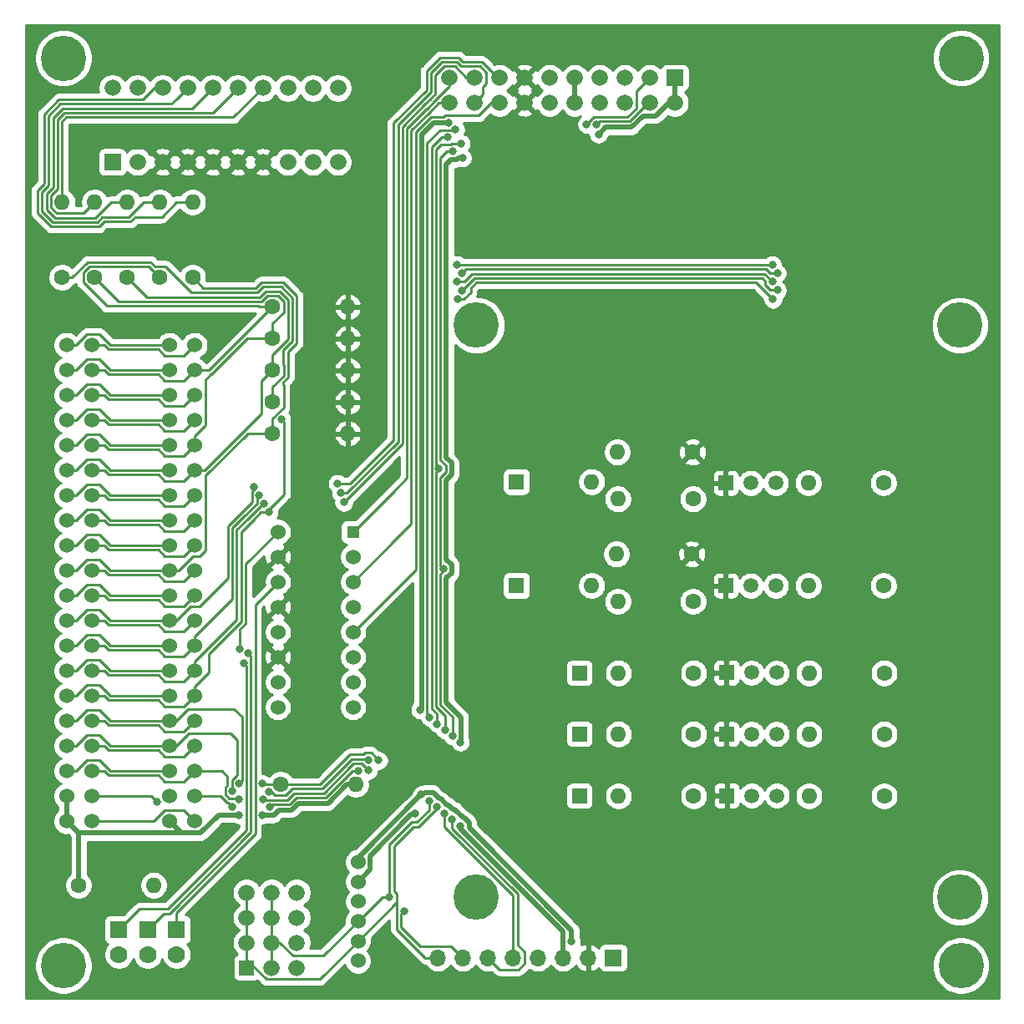
<source format=gtl>
G04 #@! TF.GenerationSoftware,KiCad,Pcbnew,(5.1.10-1-10_14)*
G04 #@! TF.CreationDate,2023-04-30T23:51:26-07:00*
G04 #@! TF.ProjectId,Control_Boards,436f6e74-726f-46c5-9f42-6f617264732e,rev?*
G04 #@! TF.SameCoordinates,Original*
G04 #@! TF.FileFunction,Copper,L1,Top*
G04 #@! TF.FilePolarity,Positive*
%FSLAX46Y46*%
G04 Gerber Fmt 4.6, Leading zero omitted, Abs format (unit mm)*
G04 Created by KiCad (PCBNEW (5.1.10-1-10_14)) date 2023-04-30 23:51:26*
%MOMM*%
%LPD*%
G01*
G04 APERTURE LIST*
G04 #@! TA.AperFunction,ComponentPad*
%ADD10R,1.500000X1.500000*%
G04 #@! TD*
G04 #@! TA.AperFunction,ComponentPad*
%ADD11C,1.500000*%
G04 #@! TD*
G04 #@! TA.AperFunction,ComponentPad*
%ADD12C,1.524000*%
G04 #@! TD*
G04 #@! TA.AperFunction,ComponentPad*
%ADD13C,1.670000*%
G04 #@! TD*
G04 #@! TA.AperFunction,ComponentPad*
%ADD14R,1.670000X1.670000*%
G04 #@! TD*
G04 #@! TA.AperFunction,WasherPad*
%ADD15C,4.600000*%
G04 #@! TD*
G04 #@! TA.AperFunction,ComponentPad*
%ADD16C,1.600000*%
G04 #@! TD*
G04 #@! TA.AperFunction,ComponentPad*
%ADD17O,1.600000X1.600000*%
G04 #@! TD*
G04 #@! TA.AperFunction,ComponentPad*
%ADD18C,1.778000*%
G04 #@! TD*
G04 #@! TA.AperFunction,ComponentPad*
%ADD19R,1.778000X1.778000*%
G04 #@! TD*
G04 #@! TA.AperFunction,ComponentPad*
%ADD20R,1.524000X1.524000*%
G04 #@! TD*
G04 #@! TA.AperFunction,ComponentPad*
%ADD21R,1.700000X1.700000*%
G04 #@! TD*
G04 #@! TA.AperFunction,ComponentPad*
%ADD22O,1.700000X1.700000*%
G04 #@! TD*
G04 #@! TA.AperFunction,ComponentPad*
%ADD23R,1.300000X1.300000*%
G04 #@! TD*
G04 #@! TA.AperFunction,ComponentPad*
%ADD24R,1.600000X1.600000*%
G04 #@! TD*
G04 #@! TA.AperFunction,ViaPad*
%ADD25C,0.800000*%
G04 #@! TD*
G04 #@! TA.AperFunction,Conductor*
%ADD26C,0.500000*%
G04 #@! TD*
G04 #@! TA.AperFunction,Conductor*
%ADD27C,0.250000*%
G04 #@! TD*
G04 #@! TA.AperFunction,Conductor*
%ADD28C,0.254000*%
G04 #@! TD*
G04 #@! TA.AperFunction,Conductor*
%ADD29C,0.100000*%
G04 #@! TD*
G04 APERTURE END LIST*
D10*
X132431883Y150393400D03*
D11*
X137511883Y150393400D03*
X134971883Y150393400D03*
D10*
X132410200Y156641800D03*
D11*
X137490200Y156641800D03*
X134950200Y156641800D03*
D10*
X132410200Y162864800D03*
D11*
X137490200Y162864800D03*
X134950200Y162864800D03*
D10*
X132334000Y171678600D03*
D11*
X137414000Y171678600D03*
X134874000Y171678600D03*
D10*
X132334000Y182092600D03*
D11*
X137414000Y182092600D03*
X134874000Y182092600D03*
D12*
X78486000Y147802600D03*
X75946000Y147802600D03*
X78486000Y150342600D03*
X75946000Y150342600D03*
X78486000Y152882600D03*
X75946000Y152882600D03*
X78486000Y155422600D03*
X75946000Y155422600D03*
X78486000Y157962600D03*
X75946000Y157962600D03*
X78486000Y160502600D03*
X75946000Y160502600D03*
X78486000Y163042600D03*
X75946000Y163042600D03*
X78486000Y165582600D03*
X75946000Y165582600D03*
X78486000Y168122600D03*
X75946000Y168122600D03*
X78486000Y170662600D03*
X75946000Y170662600D03*
X78486000Y173202600D03*
X75946000Y173202600D03*
X78486000Y175742600D03*
X75946000Y175742600D03*
X78486000Y178282600D03*
X75946000Y178282600D03*
X78486000Y180822600D03*
X75946000Y180822600D03*
X78486000Y183362600D03*
X75946000Y183362600D03*
X78486000Y185902600D03*
X75946000Y185902600D03*
X78486000Y188442600D03*
X75946000Y188442600D03*
X78486000Y190982600D03*
X75946000Y190982600D03*
X78486000Y193522600D03*
X75946000Y193522600D03*
X78486000Y196062600D03*
X75946000Y196062600D03*
X68045000Y147816900D03*
X65505000Y147816900D03*
X68045000Y150356900D03*
X65505000Y150356900D03*
X68045000Y152896900D03*
X65505000Y152896900D03*
X68045000Y155436900D03*
X65505000Y155436900D03*
X68045000Y157976900D03*
X65505000Y157976900D03*
X68045000Y160516900D03*
X65505000Y160516900D03*
X68045000Y163056900D03*
X65505000Y163056900D03*
X68045000Y165596900D03*
X65505000Y165596900D03*
X68045000Y168136900D03*
X65505000Y168136900D03*
X68045000Y170676900D03*
X65505000Y170676900D03*
X68045000Y173216900D03*
X65505000Y173216900D03*
X68045000Y175756900D03*
X65505000Y175756900D03*
X68045000Y178296900D03*
X65505000Y178296900D03*
X68045000Y180836900D03*
X65505000Y180836900D03*
X68045000Y183376900D03*
X65505000Y183376900D03*
X68045000Y185916900D03*
X65505000Y185916900D03*
X68045000Y188456900D03*
X65505000Y188456900D03*
X68045000Y190996900D03*
X65505000Y190996900D03*
X68045000Y193536900D03*
X65505000Y193536900D03*
X68045000Y196076900D03*
X65505000Y196076900D03*
D13*
X70154800Y222130000D03*
X72694800Y222130000D03*
X75234800Y222130000D03*
X77774800Y222130000D03*
X80314800Y222130000D03*
X82854800Y222130000D03*
X85394800Y222130000D03*
X87934800Y222130000D03*
X90474800Y222130000D03*
X93014800Y222130000D03*
D14*
X70154800Y214630000D03*
D13*
X72694800Y214630000D03*
X75234800Y214630000D03*
X77774800Y214630000D03*
X80314800Y214630000D03*
X82854800Y214630000D03*
X85394800Y214630000D03*
X87934800Y214630000D03*
X90474800Y214630000D03*
X93014800Y214630000D03*
D15*
X65186600Y133158800D03*
X156186600Y133158800D03*
X156186600Y225158800D03*
X65186600Y225158800D03*
D16*
X129079083Y150368000D03*
D17*
X121459083Y150368000D03*
D16*
X129079083Y156641800D03*
D17*
X121459083Y156641800D03*
D16*
X129079083Y162839400D03*
D17*
X121459083Y162839400D03*
D16*
X86385400Y199948800D03*
D17*
X94005400Y199948800D03*
D16*
X86385400Y196735700D03*
D17*
X94005400Y196735700D03*
D16*
X86385400Y193522600D03*
D17*
X94005400Y193522600D03*
D16*
X86385400Y190309500D03*
D17*
X94005400Y190309500D03*
D16*
X86385400Y187096400D03*
D17*
X94005400Y187096400D03*
D16*
X65049400Y202920600D03*
D17*
X65049400Y210540600D03*
D16*
X148386800Y150368000D03*
D17*
X140766800Y150368000D03*
D16*
X148386800Y156641800D03*
D17*
X140766800Y156641800D03*
D16*
X87198200Y151549100D03*
D17*
X94818200Y151549100D03*
D18*
X70813600Y134278700D03*
D19*
X70813600Y136818700D03*
D18*
X73737599Y134261299D03*
D19*
X73737599Y136801299D03*
D18*
X76655600Y134278700D03*
D19*
X76655600Y136818700D03*
D14*
X127186600Y223158800D03*
D13*
X127186600Y220618800D03*
X124646600Y223158800D03*
X124646600Y220618800D03*
X122106600Y223158800D03*
X122106600Y220618800D03*
X119566600Y223158800D03*
X119566600Y220618800D03*
X117026600Y223158800D03*
X117026600Y220618800D03*
X114486600Y223158800D03*
X114486600Y220618800D03*
X111946600Y223158800D03*
X111946600Y220618800D03*
X109406600Y223158800D03*
X109406600Y220618800D03*
X106866600Y223158800D03*
X106866600Y220618800D03*
X104326600Y223158800D03*
X104326600Y220618800D03*
D12*
X95046800Y143662400D03*
X95046800Y141662400D03*
X95046800Y139662400D03*
X95046800Y137662400D03*
X95046800Y135662400D03*
X95046800Y133662400D03*
D13*
X86296500Y132956300D03*
D20*
X83756500Y132956300D03*
D13*
X88836500Y132956300D03*
X83756500Y135496300D03*
X86296500Y135496300D03*
X88836500Y135496300D03*
X83756500Y138036300D03*
X86296500Y138036300D03*
X88836500Y138036300D03*
X83756500Y140576300D03*
X86296500Y140576300D03*
X88836500Y140576300D03*
D20*
X117500400Y150368000D03*
X117500400Y156641800D03*
X117500400Y162839400D03*
D21*
X120929400Y133959600D03*
D22*
X118389400Y133959600D03*
X115849400Y133959600D03*
X113309400Y133959600D03*
X110769400Y133959600D03*
X108229400Y133959600D03*
X105689400Y133959600D03*
X103149400Y133959600D03*
D12*
X86931500Y159346900D03*
X94551500Y159346900D03*
X86931500Y161886900D03*
X94551500Y161886900D03*
X86931500Y164426900D03*
X94551500Y164426900D03*
X86931500Y166966900D03*
X94551500Y166966900D03*
X86931500Y169506900D03*
X94551500Y169506900D03*
X86931500Y172046900D03*
X94551500Y172046900D03*
X86931500Y174586900D03*
X94551500Y174586900D03*
X86931500Y177126900D03*
D23*
X94551500Y177126900D03*
D16*
X68357750Y202920600D03*
D17*
X68357750Y210540600D03*
D16*
X71666100Y202920600D03*
D17*
X71666100Y210540600D03*
D16*
X74974450Y202920600D03*
D17*
X74974450Y210540600D03*
D16*
X78282800Y202920600D03*
D17*
X78282800Y210540600D03*
D16*
X148310600Y171678600D03*
D17*
X140690600Y171678600D03*
D16*
X148310600Y182092600D03*
D17*
X140690600Y182092600D03*
D15*
X156062800Y140075800D03*
X107062800Y140075800D03*
X107062800Y198075800D03*
X156062800Y198075800D03*
D24*
X111121283Y182222101D03*
D17*
X118741283Y182222101D03*
D24*
X111121283Y171678600D03*
D17*
X118741283Y171678600D03*
D16*
X129002883Y180467000D03*
D17*
X121382883Y180467000D03*
D16*
X129002883Y170083716D03*
D17*
X121382883Y170083716D03*
D16*
X148386800Y162839400D03*
D17*
X140766800Y162839400D03*
D16*
X128955800Y185216800D03*
D17*
X121335800Y185216800D03*
D16*
X128879600Y174879000D03*
D17*
X121259600Y174879000D03*
D16*
X66725800Y141325600D03*
D17*
X74345800Y141325600D03*
D25*
X105645394Y215038281D03*
X119434073Y217437959D03*
X105431083Y155815793D03*
X105435400Y147281900D03*
X100826106Y148598201D03*
X85357800Y148437600D03*
X83007780Y148437600D03*
X119231264Y218417179D03*
X104675350Y215713503D03*
X103685730Y173393100D03*
X104638374Y156425395D03*
X104588872Y147977500D03*
X97157820Y153962760D03*
X85357800Y151587200D03*
X83007780Y151587200D03*
X104175964Y217153999D03*
X103080939Y157680138D03*
X103022053Y149220286D03*
X95112979Y152917717D03*
X86088654Y149249089D03*
X82313339Y149292848D03*
X74715107Y149759546D03*
X104933555Y217907500D03*
X102324817Y158334571D03*
X102260024Y149867832D03*
X98259900Y140119100D03*
X99709901Y138658600D03*
X96112178Y152957792D03*
X85407694Y150017692D03*
X83007780Y150012400D03*
X118231659Y218445341D03*
X105490575Y216488282D03*
X103235720Y183515000D03*
X103858067Y157050793D03*
X103812912Y148608284D03*
X96072651Y154022624D03*
X86001743Y150822124D03*
X82320668Y150860646D03*
X83457790Y163838156D03*
X85037397Y180844693D03*
X93308142Y181085474D03*
X85547200Y179984400D03*
X93624400Y180136800D03*
X104203500Y218604000D03*
X101474817Y150487068D03*
X101333300Y159092900D03*
X116699400Y135585200D03*
X105098704Y204209894D03*
X137055773Y204220531D03*
X105613200Y203352400D03*
X137557365Y203355424D03*
X105115967Y202484781D03*
X137058400Y202488800D03*
X105589381Y201603939D03*
X137566400Y201625200D03*
X105129637Y200715886D03*
X137109200Y200710800D03*
X84537465Y181710760D03*
X92991949Y182034171D03*
X83027056Y165294196D03*
X86037462Y179112823D03*
X87317804Y188551596D03*
X83907800Y164820600D03*
D26*
X127186600Y223158800D02*
X127186600Y220618800D01*
X123957798Y219303600D02*
X122805778Y218151580D01*
X127186600Y220618800D02*
X126548402Y220618800D01*
X126548402Y220618800D02*
X125233202Y219303600D01*
X125233202Y219303600D02*
X123957798Y219303600D01*
X122805778Y218151580D02*
X120434100Y218151580D01*
X120177376Y218151580D02*
X119463755Y217437959D01*
X120434100Y218151580D02*
X120177376Y218151580D01*
X119463755Y217437959D02*
X119434073Y217437959D01*
X105258130Y215038281D02*
X105083351Y214863502D01*
X105645394Y215038281D02*
X105258130Y215038281D01*
X105083351Y214863502D02*
X104475102Y214863502D01*
X104475102Y214863502D02*
X103985750Y214374150D01*
X103985750Y214374150D02*
X103985750Y213245700D01*
X103985750Y213245700D02*
X103985750Y212692376D01*
X103985750Y212692376D02*
X103985750Y199123300D01*
X104535731Y184101177D02*
X104535731Y182928823D01*
X104535731Y182928823D02*
X103985750Y182378842D01*
X103985750Y184651158D02*
X104535731Y184101177D01*
X103985750Y199123300D02*
X103985750Y184651158D01*
X104535731Y172985099D02*
X103985750Y172435118D01*
X104535731Y173801101D02*
X104535731Y172985099D01*
X103985750Y174351082D02*
X104535731Y173801101D01*
X103985750Y182378842D02*
X103985750Y174351082D01*
X103985750Y172435118D02*
X103985750Y164858700D01*
X103985750Y164858700D02*
X103985750Y160918707D01*
X103985750Y160918707D02*
X103985750Y159832646D01*
X105431083Y155960102D02*
X105431083Y155815793D01*
X105488375Y156017394D02*
X105431083Y155960102D01*
X105488375Y156833396D02*
X105488375Y156017394D01*
X105486514Y156835257D02*
X105488375Y156833396D01*
X105486514Y158331882D02*
X105486514Y156835257D01*
X103985750Y159832646D02*
X105486514Y158331882D01*
X96258801Y142874401D02*
X95046800Y141662400D01*
X96258801Y144281090D02*
X96258801Y142874401D01*
X100690905Y148463000D02*
X100440711Y148463000D01*
X100826106Y148598201D02*
X100690905Y148463000D01*
X100440711Y148463000D02*
X96258801Y144281090D01*
X94818200Y151549100D02*
X93942286Y151549100D01*
X93942286Y151549100D02*
X92017246Y149624060D01*
X89024168Y149624060D02*
X88349177Y148949069D01*
X92017246Y149624060D02*
X89024168Y149624060D01*
X88349177Y148949069D02*
X87401400Y148949069D01*
X85396312Y148399088D02*
X85357800Y148437600D01*
X86496655Y148399088D02*
X85396312Y148399088D01*
X87046636Y148949069D02*
X86496655Y148399088D01*
X87401400Y148949069D02*
X87046636Y148949069D01*
X79067761Y146590599D02*
X77158001Y146590599D01*
X77158001Y146590599D02*
X75946000Y147802600D01*
X80914762Y148437600D02*
X79067761Y146590599D01*
X83007780Y148437600D02*
X80914762Y148437600D01*
X66731301Y146590599D02*
X65505000Y147816900D01*
X77158001Y146590599D02*
X66731301Y146590599D01*
X65505000Y147816900D02*
X65505000Y150356900D01*
X66731301Y141331101D02*
X66725800Y141325600D01*
X66731301Y146590599D02*
X66731301Y141331101D01*
X105435400Y147037798D02*
X115849400Y136623798D01*
X105435400Y147281900D02*
X105435400Y147037798D01*
X115849400Y136623798D02*
X115849400Y133959600D01*
D27*
X69326290Y196076900D02*
X69790600Y195612590D01*
X69790600Y195612590D02*
X74812648Y195612590D01*
X74812648Y195612590D02*
X75449639Y194975599D01*
X77424399Y194975599D02*
X78511400Y196062600D01*
X75449639Y194975599D02*
X77424399Y194975599D01*
X68070400Y196076900D02*
X69326290Y196076900D01*
X68070400Y178296900D02*
X69326290Y178296900D01*
X68070400Y157976900D02*
X69326290Y157976900D01*
X68875699Y189543901D02*
X69977000Y188442600D01*
X68875699Y184463901D02*
X69977000Y183362600D01*
X68875699Y171763901D02*
X69977000Y170662600D01*
X68875699Y164143901D02*
X69977000Y163042600D01*
X68875699Y153983901D02*
X69977000Y152882600D01*
X75449639Y177195599D02*
X77424399Y177195599D01*
X75449639Y156875599D02*
X77424399Y156875599D01*
X69790600Y177832590D02*
X74812648Y177832590D01*
X69790600Y157512590D02*
X74812648Y157512590D01*
X67548639Y189543901D02*
X68875699Y189543901D01*
X67548639Y184463901D02*
X68875699Y184463901D01*
X67548639Y171763901D02*
X68875699Y171763901D01*
X67548639Y164143901D02*
X68875699Y164143901D01*
X67548639Y153983901D02*
X68875699Y153983901D01*
X66461638Y188456900D02*
X67548639Y189543901D01*
X66461638Y183376900D02*
X67548639Y184463901D01*
X66461638Y170676900D02*
X67548639Y171763901D01*
X66461638Y163056900D02*
X67548639Y164143901D01*
X66461638Y152896900D02*
X67548639Y153983901D01*
X77424399Y177195599D02*
X78511400Y178282600D01*
X77424399Y156875599D02*
X78511400Y157962600D01*
X69326290Y178296900D02*
X69790600Y177832590D01*
X69326290Y157976900D02*
X69790600Y157512590D01*
X65530400Y188456900D02*
X66461638Y188456900D01*
X65530400Y183376900D02*
X66461638Y183376900D01*
X65530400Y170676900D02*
X66461638Y170676900D01*
X65530400Y163056900D02*
X66461638Y163056900D01*
X65530400Y152896900D02*
X66461638Y152896900D01*
X69977000Y188442600D02*
X75971400Y188442600D01*
X69977000Y183362600D02*
X75971400Y183362600D01*
X69977000Y170662600D02*
X75971400Y170662600D01*
X69977000Y163042600D02*
X75971400Y163042600D01*
X69977000Y152882600D02*
X75971400Y152882600D01*
X74812648Y177832590D02*
X75449639Y177195599D01*
X74812648Y157512590D02*
X75449639Y156875599D01*
X100910690Y173326090D02*
X99452020Y171867420D01*
X100910690Y217646872D02*
X100910690Y173326090D01*
X102442828Y219179010D02*
X100910690Y217646872D01*
X103736010Y219179010D02*
X102442828Y219179010D01*
X107293602Y219329000D02*
X103886000Y219329000D01*
X108583402Y220618800D02*
X107293602Y219329000D01*
X103886000Y219329000D02*
X103736010Y219179010D01*
X99452020Y171867420D02*
X94551500Y166966900D01*
X109406600Y220618800D02*
X108583402Y220618800D01*
X99002010Y176497410D02*
X94551500Y172046900D01*
X100460680Y177956080D02*
X99002010Y176497410D01*
X100460680Y217833272D02*
X100460680Y177956080D01*
X104326600Y220618800D02*
X103246208Y220618800D01*
X102256428Y219629020D02*
X100460680Y217833272D01*
X103246208Y220606908D02*
X102268320Y219629020D01*
X102268320Y219629020D02*
X102256428Y219629020D01*
X103246208Y220618800D02*
X103246208Y220606908D01*
X98552000Y181127400D02*
X94551500Y177126900D01*
X100010670Y218019672D02*
X100010670Y182586070D01*
X102070027Y220079029D02*
X100010670Y218019672D01*
X102796198Y220793308D02*
X102081920Y220079030D01*
X103059808Y221068810D02*
X102796198Y220805200D01*
X102796198Y220805200D02*
X102796198Y220793308D01*
X103073200Y221068810D02*
X103059808Y221068810D01*
X103073200Y221082202D02*
X103073200Y221068810D01*
X100010670Y182586070D02*
X98552000Y181127400D01*
X104326600Y222335602D02*
X103073200Y221082202D01*
X102081920Y220079030D02*
X102070027Y220079029D01*
X104326600Y223158800D02*
X104326600Y222335602D01*
X68875699Y159063901D02*
X69977000Y157962600D01*
X67548639Y159063901D02*
X68875699Y159063901D01*
X66461638Y157976900D02*
X67548639Y159063901D01*
X65530400Y157976900D02*
X66461638Y157976900D01*
X69977000Y157962600D02*
X75971400Y157962600D01*
X124459812Y220618800D02*
X122567602Y218726590D01*
X124646600Y220618800D02*
X124459812Y220618800D01*
X122567602Y218726590D02*
X119595900Y218726590D01*
X119540675Y218726590D02*
X119231264Y218417179D01*
X119595900Y218726590D02*
X119540675Y218726590D01*
X104675350Y215713503D02*
X104042403Y215713503D01*
X103410740Y215081840D02*
X103410740Y214791000D01*
X104042403Y215713503D02*
X103410740Y215081840D01*
X103410740Y214791000D02*
X103410740Y212775800D01*
X103410740Y212775800D02*
X103410740Y212454200D01*
X103410740Y212454200D02*
X103410740Y198361300D01*
X103960721Y183166999D02*
X103410740Y182617018D01*
X103960721Y183863001D02*
X103960721Y183166999D01*
X103410740Y184412982D02*
X103960721Y183863001D01*
X103410740Y198361300D02*
X103410740Y184412982D01*
X103410740Y182617018D02*
X103410740Y174879000D01*
X103410740Y173668090D02*
X103685730Y173393100D01*
X103410740Y174879000D02*
X103410740Y173668090D01*
X103685730Y173129330D02*
X103410740Y172854340D01*
X103685730Y173393100D02*
X103685730Y173129330D01*
X103410740Y172854340D02*
X103410740Y166351940D01*
X103410740Y166351940D02*
X103410740Y160680531D01*
X103410740Y160680531D02*
X103410740Y159594470D01*
X104638374Y158366836D02*
X104638374Y156425395D01*
X103410740Y159594470D02*
X104638374Y158366836D01*
X104588872Y147977500D02*
X104588872Y147071140D01*
X104588872Y147071140D02*
X111219410Y140440602D01*
X111333401Y132784599D02*
X109404401Y132784599D01*
X111944401Y133395599D02*
X111333401Y132784599D01*
X109404401Y132784599D02*
X108229400Y133959600D01*
X111944401Y134523601D02*
X111944401Y133395599D01*
X111219410Y135248592D02*
X111944401Y134523601D01*
X94222579Y154551809D02*
X91219870Y151549100D01*
X95768825Y154747625D02*
X95573010Y154551810D01*
X96420652Y154747625D02*
X95768825Y154747625D01*
X97157820Y153962760D02*
X97141640Y153962760D01*
X96797652Y154370625D02*
X96420652Y154747625D01*
X91219870Y151549100D02*
X87198200Y151549100D01*
X95573010Y154551810D02*
X94222579Y154551809D01*
X96797652Y154306748D02*
X96797652Y154370625D01*
X97141640Y153962760D02*
X96797652Y154306748D01*
X85395900Y151549100D02*
X85357800Y151587200D01*
X87198200Y151549100D02*
X85395900Y151549100D01*
X76607810Y157962600D02*
X75946000Y157962600D01*
X77827010Y159181800D02*
X76607810Y157962600D01*
X83007780Y151587200D02*
X83007780Y151638580D01*
X82473800Y159181800D02*
X77827010Y159181800D01*
X83282770Y158372830D02*
X82473800Y159181800D01*
X83282770Y151913570D02*
X83282770Y158372830D01*
X83007780Y151638580D02*
X83282770Y151913570D01*
X111219410Y140440602D02*
X111219410Y135248592D01*
X102510721Y216113631D02*
X103551089Y217153999D01*
X103551089Y217153999D02*
X104175964Y217153999D01*
X102510720Y166277420D02*
X102510721Y216113631D01*
X102510720Y166277420D02*
X102510720Y161226500D01*
X102510720Y161226500D02*
X102510720Y160722180D01*
X102510720Y160722180D02*
X102510720Y160307731D01*
X102510720Y160307731D02*
X102510720Y159431342D01*
X102510720Y159221670D02*
X103049818Y158682572D01*
X102510720Y159431342D02*
X102510720Y159221670D01*
X103049818Y157711259D02*
X103080939Y157680138D01*
X103049818Y158682572D02*
X103049818Y157711259D01*
X83756500Y140576300D02*
X83756500Y132956300D01*
X88279699Y131796299D02*
X91180699Y131796299D01*
X88237298Y131838700D02*
X88279699Y131796299D01*
X86853301Y131796299D02*
X86895702Y131838700D01*
X85739699Y131796299D02*
X86853301Y131796299D01*
X86895702Y131838700D02*
X88237298Y131838700D01*
X83756500Y133779498D02*
X85739699Y131796299D01*
X91180699Y131796299D02*
X95046800Y135662400D01*
X83756500Y135496300D02*
X83756500Y133779498D01*
X98984901Y139600501D02*
X95046800Y135662400D01*
X98984901Y139600501D02*
X98984901Y136854099D01*
X103022053Y149071595D02*
X103022053Y149220286D01*
X101201448Y147250990D02*
X103022053Y149071595D01*
X98709910Y145282603D02*
X100678297Y147250990D01*
X98709910Y140742092D02*
X98709910Y145282603D01*
X98984901Y140467101D02*
X98709910Y140742092D01*
X100678297Y147250990D02*
X101201448Y147250990D01*
X98984901Y139600501D02*
X98984901Y140467101D01*
X95112979Y152917717D02*
X94521815Y152917717D01*
X94521815Y152917717D02*
X94497717Y152917717D01*
X91779070Y150199070D02*
X89546690Y150199070D01*
X94497717Y152917717D02*
X91779070Y150199070D01*
X88785992Y150199070D02*
X88111001Y149524079D01*
X89546690Y150199070D02*
X88785992Y150199070D01*
X88111001Y149524079D02*
X86868000Y149524079D01*
X86363644Y149524079D02*
X86088654Y149249089D01*
X86868000Y149524079D02*
X86363644Y149524079D01*
X81920552Y149685635D02*
X81786266Y149685636D01*
X82313339Y149292848D02*
X81920552Y149685635D01*
X81129302Y150342600D02*
X78486000Y150342600D01*
X81786266Y149685636D02*
X81129302Y150342600D01*
X74117753Y150356900D02*
X74715107Y149759546D01*
X68045000Y150356900D02*
X74117753Y150356900D01*
X101879400Y133959600D02*
X103149400Y133959600D01*
X98990991Y136848009D02*
X101879400Y133959600D01*
X98990990Y136854099D02*
X98990991Y136848009D01*
X98984901Y136854099D02*
X98990990Y136854099D01*
X68070400Y152896900D02*
X69326290Y152896900D01*
X75449639Y151795599D02*
X77424399Y151795599D01*
X69790600Y152432590D02*
X74812648Y152432590D01*
X77424399Y151795599D02*
X78511400Y152882600D01*
X69326290Y152896900D02*
X69790600Y152432590D01*
X74812648Y152432590D02*
X75449639Y151795599D01*
X104921755Y217919300D02*
X104933555Y217907500D01*
X104591802Y217919300D02*
X104921755Y217919300D01*
X102060710Y216576610D02*
X103363099Y217878999D01*
X104551501Y217878999D02*
X104591802Y217919300D01*
X103363099Y217878999D02*
X104551501Y217878999D01*
X102060710Y167033910D02*
X102060710Y216576610D01*
X102060710Y167033910D02*
X102060710Y160121331D01*
X102060710Y158598678D02*
X102324817Y158334571D01*
X102060710Y160121331D02*
X102060710Y158598678D01*
X86296500Y140576300D02*
X86296500Y132956300D01*
X91534500Y134150100D02*
X95046800Y137662400D01*
X88465898Y134150100D02*
X91534500Y134150100D01*
X87119698Y135496300D02*
X88465898Y134150100D01*
X86296500Y135496300D02*
X87119698Y135496300D01*
X97503500Y140119100D02*
X95046800Y137662400D01*
X98259900Y140119100D02*
X97503500Y140119100D01*
X98259900Y145469003D02*
X98259900Y140119100D01*
X100491897Y147701000D02*
X98259900Y145469003D01*
X101015048Y147701000D02*
X100491897Y147701000D01*
X102260024Y148945976D02*
X101015048Y147701000D01*
X102260024Y149867832D02*
X102260024Y148945976D01*
X95427252Y153642718D02*
X94586308Y153642718D01*
X96112178Y152957792D02*
X95427252Y153642718D01*
X94586308Y153642718D02*
X94311316Y153367726D01*
X91592670Y150649080D02*
X89360290Y150649080D01*
X94311316Y153367726D02*
X91592670Y150649080D01*
X88599592Y150649080D02*
X87924601Y149974089D01*
X89360290Y150649080D02*
X88599592Y150649080D01*
X85451297Y149974089D02*
X85407694Y150017692D01*
X87924601Y149974089D02*
X85451297Y149974089D01*
X81595667Y150512645D02*
X81595667Y151208647D01*
X81972667Y150135645D02*
X81595667Y150512645D01*
X81595667Y151208647D02*
X81832769Y151445749D01*
X82884535Y150135645D02*
X81972667Y150135645D01*
X83007780Y150012400D02*
X82884535Y150135645D01*
X81832769Y151445749D02*
X81832769Y152304431D01*
X81254600Y152882600D02*
X78486000Y152882600D01*
X81832769Y152304431D02*
X81254600Y152882600D01*
X99441000Y138389699D02*
X99709901Y138658600D01*
X99441000Y137034410D02*
X99441000Y138389699D01*
X101340809Y135134601D02*
X99441000Y137034410D01*
X104514399Y135134601D02*
X101340809Y135134601D01*
X105689400Y133959600D02*
X104514399Y135134601D01*
X68875699Y156523901D02*
X69977000Y155422600D01*
X67548639Y156523901D02*
X68875699Y156523901D01*
X66461638Y155436900D02*
X67548639Y156523901D01*
X65530400Y155436900D02*
X66461638Y155436900D01*
X69977000Y155422600D02*
X75971400Y155422600D01*
X123266601Y221778801D02*
X123266601Y220061999D01*
X123266601Y220061999D02*
X122381202Y219176600D01*
X124646600Y223158800D02*
X123266601Y221778801D01*
X118962918Y219176600D02*
X118231659Y218445341D01*
X122381202Y219176600D02*
X118962918Y219176600D01*
X104583249Y216488282D02*
X104515667Y216420700D01*
X105490575Y216488282D02*
X104583249Y216488282D01*
X103454200Y216420700D02*
X102960730Y215927230D01*
X104515667Y216420700D02*
X103454200Y216420700D01*
X102960730Y215927230D02*
X102960730Y214604600D01*
X102960730Y214604600D02*
X102960730Y212267800D01*
X102960730Y212267800D02*
X102960730Y197612000D01*
X102960730Y183789990D02*
X103235720Y183515000D01*
X102960730Y197612000D02*
X102960730Y183789990D01*
X103235720Y183436220D02*
X102960730Y183161230D01*
X103235720Y183515000D02*
X103235720Y183436220D01*
X102960730Y183161230D02*
X102960730Y166600430D01*
X102960730Y166600430D02*
X102960730Y160494131D01*
X102960730Y160494131D02*
X102960730Y159408070D01*
X103858067Y158510733D02*
X103858067Y157050793D01*
X102960730Y159408070D02*
X103858067Y158510733D01*
X103812912Y147210690D02*
X110769400Y140254202D01*
X103812912Y148608284D02*
X103812912Y147210690D01*
X96072651Y154022624D02*
X95993475Y154101800D01*
X94408980Y154101800D02*
X93864290Y153557110D01*
X95993475Y154101800D02*
X94408980Y154101800D01*
X93864290Y153557110D02*
X93724590Y153417410D01*
X93724590Y153417410D02*
X92365690Y152058510D01*
X91406270Y151099090D02*
X89173890Y151099090D01*
X92365690Y152058510D02*
X91406270Y151099090D01*
X89173890Y151099090D02*
X88544400Y151099090D01*
X87738201Y150424099D02*
X86658199Y150424099D01*
X88413192Y151099090D02*
X87738201Y150424099D01*
X88544400Y151099090D02*
X88413192Y151099090D01*
X86260174Y150822124D02*
X86001743Y150822124D01*
X86658199Y150424099D02*
X86260174Y150822124D01*
X76607810Y155422600D02*
X75946000Y155422600D01*
X82118200Y156718000D02*
X77903210Y156718000D01*
X82832760Y156003440D02*
X82118200Y156718000D01*
X77903210Y156718000D02*
X76607810Y155422600D01*
X82832760Y152485182D02*
X82832760Y156003440D01*
X82282779Y151935201D02*
X82832760Y152485182D01*
X82282779Y150898535D02*
X82282779Y151935201D01*
X82320668Y150860646D02*
X82282779Y150898535D01*
X110769400Y140254202D02*
X110769400Y133959600D01*
X68070400Y165596900D02*
X69326290Y165596900D01*
X75449639Y164495599D02*
X77424399Y164495599D01*
X69790600Y165132590D02*
X74812648Y165132590D01*
X77424399Y164495599D02*
X78511400Y165582600D01*
X69326290Y165596900D02*
X69790600Y165132590D01*
X74812648Y165132590D02*
X75449639Y164495599D01*
X70813600Y136818700D02*
X71391998Y136818700D01*
X78486000Y166513838D02*
X82314210Y170342048D01*
X78486000Y165582600D02*
X78486000Y166513838D01*
X82314210Y170342048D02*
X82314210Y177514820D01*
X83479487Y178680097D02*
X83479487Y178681507D01*
X82314210Y177514820D02*
X83479487Y178680097D01*
X84822199Y180629495D02*
X85037397Y180844693D01*
X84822199Y180024219D02*
X84822199Y180629495D01*
X83479487Y178681507D02*
X84822199Y180024219D01*
X107701599Y221453799D02*
X106866600Y220618800D01*
X107701599Y222276997D02*
X107701599Y221453799D01*
X105519811Y224318801D02*
X107423401Y224318801D01*
X105069801Y224768811D02*
X105519811Y224318801D01*
X93923964Y181085474D02*
X99110650Y186272160D01*
X101709118Y220979048D02*
X101896178Y221166108D01*
X102458090Y223643502D02*
X103583398Y224768810D01*
X107423401Y224318801D02*
X108026601Y223715601D01*
X102458090Y221739912D02*
X102458090Y223643502D01*
X101896178Y221178000D02*
X102458090Y221739912D01*
X103583398Y224768810D02*
X105069801Y224768811D01*
X101896178Y221166108D02*
X101896178Y221178000D01*
X101697225Y220979047D02*
X101709118Y220979048D01*
X99110650Y218392472D02*
X101697225Y220979047D01*
X108026601Y222601999D02*
X107701599Y222276997D01*
X108026601Y223715601D02*
X108026601Y222601999D01*
X99110650Y186272160D02*
X99110650Y218392472D01*
X93308142Y181085474D02*
X93923964Y181085474D01*
X75755582Y138902802D02*
X72897702Y138902802D01*
X72897702Y138902802D02*
X70813600Y136818700D01*
X83732780Y146880000D02*
X75755582Y138902802D01*
X83732780Y163563166D02*
X83732780Y146880000D01*
X83457790Y163838156D02*
X83732780Y163563166D01*
X68070400Y163056900D02*
X69326290Y163056900D01*
X75449639Y161955599D02*
X77424399Y161955599D01*
X69790600Y162592590D02*
X74812648Y162592590D01*
X77424399Y161955599D02*
X78511400Y163042600D01*
X69326290Y163056900D02*
X69790600Y162592590D01*
X74812648Y162592590D02*
X75449639Y161955599D01*
X106043402Y223158800D02*
X106866600Y223158800D01*
X103769799Y224318801D02*
X104883401Y224318801D01*
X102908100Y223457102D02*
X103769799Y224318801D01*
X104883401Y224318801D02*
X106043402Y223158800D01*
X101883626Y220529038D02*
X101895518Y220529038D01*
X78486000Y163973838D02*
X82764220Y168252058D01*
X102346188Y220979708D02*
X102346188Y220991600D01*
X94183200Y180708300D02*
X99560660Y186085760D01*
X101895518Y220529038D02*
X102346188Y220979708D01*
X99560660Y186085760D02*
X99560660Y218206072D01*
X102908100Y221553512D02*
X102908100Y223457102D01*
X102346188Y220991600D02*
X102908100Y221553512D01*
X99560660Y218206072D02*
X101883626Y220529038D01*
X82764220Y168252058D02*
X82764220Y177328420D01*
X78486000Y163042600D02*
X78486000Y163973838D01*
X83929495Y178493695D02*
X83929496Y178495106D01*
X82764220Y177328420D02*
X83929495Y178493695D01*
X83929496Y178495106D02*
X85380999Y179946609D01*
X85509409Y179946609D02*
X85547200Y179984400D01*
X85380999Y179946609D02*
X85509409Y179946609D01*
X94183200Y180695600D02*
X94183200Y180708300D01*
X93624400Y180136800D02*
X94183200Y180695600D01*
D26*
X117026600Y223158800D02*
X117026600Y220618800D01*
D27*
X113106200Y134162800D02*
X113309400Y133959600D01*
D26*
X101485700Y150497951D02*
X101474817Y150487068D01*
X95046800Y144059051D02*
X95046800Y143662400D01*
X101474817Y150487068D02*
X95046800Y144059051D01*
X102681004Y218604000D02*
X101485700Y217408696D01*
X101485700Y159245300D02*
X101333300Y159092900D01*
X101485700Y217408696D02*
X101485700Y159245300D01*
X104203500Y218604000D02*
X102681004Y218604000D01*
X101621258Y150487068D02*
X101474817Y150487068D01*
X101852023Y150717833D02*
X101621258Y150487068D01*
X103315571Y150070287D02*
X102668025Y150717833D01*
X105843401Y148131901D02*
X105715699Y148131901D01*
X102668025Y150717833D02*
X101852023Y150717833D01*
X106324400Y147650902D02*
X105843401Y148131901D01*
X116699400Y135585200D02*
X116699400Y136763760D01*
X104662913Y149016285D02*
X104220913Y149458285D01*
X106324400Y147138760D02*
X106324400Y147650902D01*
X103430054Y150070287D02*
X103315571Y150070287D01*
X104220913Y149458285D02*
X104042056Y149458285D01*
X116699400Y136763760D02*
X106324400Y147138760D01*
X104042056Y149458285D02*
X103430054Y150070287D01*
X104831315Y149016285D02*
X104662913Y149016285D01*
X105715699Y148131901D02*
X104831315Y149016285D01*
D27*
X137045136Y204209894D02*
X137055773Y204220531D01*
X105098704Y204209894D02*
X137045136Y204209894D01*
X137554341Y203352400D02*
X137557365Y203355424D01*
X105613200Y203352400D02*
X106020684Y203759884D01*
X136443418Y203759884D02*
X136847878Y203355424D01*
X136847878Y203355424D02*
X137557365Y203355424D01*
X106020684Y203759884D02*
X136443418Y203759884D01*
X105818583Y202484781D02*
X106643676Y203309874D01*
X105115967Y202484781D02*
X105818583Y202484781D01*
X136237326Y203309874D02*
X137058400Y202488800D01*
X106643676Y203309874D02*
X136237326Y203309874D01*
X137545139Y201603939D02*
X137566400Y201625200D01*
X137427801Y201763799D02*
X137566400Y201625200D01*
X136333399Y202140799D02*
X136848998Y201625200D01*
X136848998Y201625200D02*
X137566400Y201625200D01*
X136333399Y202553401D02*
X136333399Y202140799D01*
X106830076Y202859864D02*
X136026936Y202859864D01*
X106004983Y202019541D02*
X106004984Y202034772D01*
X136026936Y202859864D02*
X136333399Y202553401D01*
X106004984Y202034772D02*
X106830076Y202859864D01*
X105589381Y201603939D02*
X106004983Y202019541D01*
X137104114Y200715886D02*
X137109200Y200710800D01*
X106476800Y201418356D02*
X106476800Y201870178D01*
X105774330Y200715886D02*
X106476800Y201418356D01*
X105129637Y200715886D02*
X105774330Y200715886D01*
X106476800Y201870178D02*
X107016476Y202409854D01*
X137109200Y200728588D02*
X137109200Y200710800D01*
X135427934Y202409854D02*
X137109200Y200728588D01*
X107016476Y202409854D02*
X135427934Y202409854D01*
X68875699Y169223901D02*
X69977000Y168122600D01*
X67548639Y169223901D02*
X68875699Y169223901D01*
X66461638Y168136900D02*
X67548639Y169223901D01*
X65530400Y168136900D02*
X66461638Y168136900D01*
X69977000Y168122600D02*
X75971400Y168122600D01*
X109406600Y223158800D02*
X109219809Y223158800D01*
X102008080Y223829902D02*
X102008080Y221926312D01*
X98660640Y218578872D02*
X98660640Y186458560D01*
X102008080Y221926312D02*
X98660640Y218578872D01*
X105256202Y225218820D02*
X103396997Y225218819D01*
X105706211Y224768811D02*
X105256202Y225218820D01*
X109219812Y223158800D02*
X107609801Y224768811D01*
X107609801Y224768811D02*
X105706211Y224768811D01*
X103396997Y225218819D02*
X102008080Y223829902D01*
X109406600Y223158800D02*
X109219812Y223158800D01*
X84312396Y181192694D02*
X84537465Y181417763D01*
X84312396Y180150826D02*
X84312396Y181192694D01*
X83029478Y178867908D02*
X84312396Y180150826D01*
X83029477Y178866497D02*
X83029478Y178867908D01*
X81864200Y177701220D02*
X83029477Y178866497D01*
X78060809Y169575599D02*
X79007761Y169575599D01*
X81864200Y172432038D02*
X81864200Y177701220D01*
X84537465Y181417763D02*
X84537465Y181710760D01*
X79007761Y169575599D02*
X81864200Y172432038D01*
X76607810Y168122600D02*
X78060809Y169575599D01*
X75946000Y168122600D02*
X76607810Y168122600D01*
X94236251Y182034171D02*
X98660640Y186458560D01*
X92991949Y182034171D02*
X94236251Y182034171D01*
X68875699Y174303901D02*
X69977000Y173202600D01*
X67548639Y174303901D02*
X68875699Y174303901D01*
X66461638Y173216900D02*
X67548639Y174303901D01*
X65530400Y173216900D02*
X66461638Y173216900D01*
X69977000Y173202600D02*
X75971400Y173202600D01*
X79629000Y182854600D02*
X83870800Y187096400D01*
X83870800Y187096400D02*
X86385400Y187096400D01*
X79007761Y174655599D02*
X79629000Y175276838D01*
X78330237Y174655599D02*
X79007761Y174655599D01*
X76877238Y173202600D02*
X78330237Y174655599D01*
X79629000Y175276838D02*
X79629000Y182854600D01*
X75946000Y173202600D02*
X76877238Y173202600D01*
X84692621Y201838831D02*
X79364569Y201838831D01*
X85277619Y202423829D02*
X84692621Y201838831D01*
X79364569Y201838831D02*
X78282800Y202920600D01*
X87484600Y202423830D02*
X85277619Y202423829D01*
X88860427Y201048004D02*
X87484600Y202423830D01*
X87510401Y192041999D02*
X87503000Y192049400D01*
X88860429Y196272911D02*
X88860427Y201048004D01*
X87953010Y195365490D02*
X88860429Y196272911D01*
X87960411Y194260399D02*
X87953010Y194267800D01*
X87510401Y189769499D02*
X87510401Y192041999D01*
X87960411Y192796199D02*
X87960411Y194260399D01*
X86385400Y188644498D02*
X87510401Y189769499D01*
X87503000Y192049400D02*
X87503000Y192338788D01*
X87953010Y194267800D02*
X87953010Y195365490D01*
X86385400Y187096400D02*
X86385400Y188644498D01*
X87503000Y192338788D02*
X87960411Y192796199D01*
X68070400Y183376900D02*
X69326290Y183376900D01*
X75449639Y182275599D02*
X77424399Y182275599D01*
X69790600Y182912590D02*
X74812648Y182912590D01*
X77424399Y182275599D02*
X78511400Y183362600D01*
X69326290Y183376900D02*
X69790600Y182912590D01*
X74812648Y182912590D02*
X75449639Y182275599D01*
X78486000Y183362600D02*
X79500590Y183362600D01*
X85260399Y192397599D02*
X86385400Y193522600D01*
X85260399Y189122409D02*
X85260399Y192397599D01*
X79500590Y183362600D02*
X85260399Y189122409D01*
X86385400Y195070698D02*
X87960411Y196645709D01*
X86385400Y193522600D02*
X86385400Y195070698D01*
X85658998Y201523810D02*
X85073999Y200938811D01*
X87111801Y201523811D02*
X85658998Y201523810D01*
X87960410Y200675202D02*
X87111801Y201523811D01*
X87960411Y196645709D02*
X87960410Y200675202D01*
X73647889Y200938811D02*
X71666100Y202920600D01*
X85073999Y200938811D02*
X73647889Y200938811D01*
X68070400Y185916900D02*
X69326290Y185916900D01*
X75449639Y184815599D02*
X77424399Y184815599D01*
X69790600Y185452590D02*
X74812648Y185452590D01*
X77424399Y184815599D02*
X78511400Y185902600D01*
X69326290Y185916900D02*
X69790600Y185452590D01*
X74812648Y185452590D02*
X75449639Y184815599D01*
X78486000Y186833838D02*
X79603600Y187951438D01*
X78486000Y185902600D02*
X78486000Y186833838D01*
X79603600Y192532000D02*
X80144190Y193072590D01*
X80144190Y193072590D02*
X80145601Y193072591D01*
X79603600Y187951438D02*
X79603600Y192532000D01*
X83808710Y196735700D02*
X86385400Y196735700D01*
X80145601Y193072591D02*
X83808710Y196735700D01*
X85845399Y201073801D02*
X85260399Y200488801D01*
X86925401Y201073801D02*
X85845399Y201073801D01*
X87510401Y200488801D02*
X86925401Y201073801D01*
X87510401Y199408799D02*
X87510401Y200488801D01*
X86385400Y198283798D02*
X87510401Y199408799D01*
X86385400Y196735700D02*
X86385400Y198283798D01*
X70789549Y200488801D02*
X68357750Y202920600D01*
X85260399Y200488801D02*
X70789549Y200488801D01*
X68070400Y193536900D02*
X69326290Y193536900D01*
X75449639Y192435599D02*
X77424399Y192435599D01*
X69790600Y193072590D02*
X74812648Y193072590D01*
X77424399Y192435599D02*
X78511400Y193522600D01*
X69326290Y193536900D02*
X69790600Y193072590D01*
X74812648Y193072590D02*
X75449639Y192435599D01*
X79959200Y193522600D02*
X86385400Y199948800D01*
X78486000Y193522600D02*
X79959200Y193522600D01*
X73849449Y204045601D02*
X74974450Y202920600D01*
X68897751Y204045601D02*
X68905152Y204038200D01*
X67817749Y204045601D02*
X68897751Y204045601D01*
X67208400Y203436252D02*
X67817749Y204045601D01*
X71118698Y204038200D02*
X71126099Y204045601D01*
X67208400Y202404948D02*
X67208400Y203436252D01*
X85052991Y199948800D02*
X84963000Y200038791D01*
X71126099Y204045601D02*
X73849449Y204045601D01*
X68905152Y204038200D02*
X71118698Y204038200D01*
X69574557Y200038791D02*
X67208400Y202404948D01*
X84963000Y200038791D02*
X69574557Y200038791D01*
X86385400Y199948800D02*
X85052991Y199948800D01*
X68070400Y155436900D02*
X69326290Y155436900D01*
X75449639Y154335599D02*
X77424399Y154335599D01*
X69790600Y154972590D02*
X74812648Y154972590D01*
X77424399Y154335599D02*
X78511400Y155422600D01*
X69326290Y155436900D02*
X69790600Y154972590D01*
X74812648Y154972590D02*
X75449639Y154335599D01*
X68875699Y161603901D02*
X69977000Y160502600D01*
X67548639Y161603901D02*
X68875699Y161603901D01*
X66461638Y160516900D02*
X67548639Y161603901D01*
X65530400Y160516900D02*
X66461638Y160516900D01*
X69977000Y160502600D02*
X75971400Y160502600D01*
X68070400Y170676900D02*
X69326290Y170676900D01*
X75449639Y169575599D02*
X77424399Y169575599D01*
X69790600Y170212590D02*
X74812648Y170212590D01*
X77424399Y169575599D02*
X78511400Y170662600D01*
X69326290Y170676900D02*
X69790600Y170212590D01*
X74812648Y170212590D02*
X75449639Y169575599D01*
X68070400Y173216900D02*
X69326290Y173216900D01*
X75449639Y172115599D02*
X77424399Y172115599D01*
X69790600Y172752590D02*
X74812648Y172752590D01*
X77424399Y172115599D02*
X78511400Y173202600D01*
X69326290Y173216900D02*
X69790600Y172752590D01*
X74812648Y172752590D02*
X75449639Y172115599D01*
X68070400Y175756900D02*
X69326290Y175756900D01*
X75449639Y174655599D02*
X77424399Y174655599D01*
X69790600Y175292590D02*
X74812648Y175292590D01*
X77424399Y174655599D02*
X78511400Y175742600D01*
X69326290Y175756900D02*
X69790600Y175292590D01*
X74812648Y175292590D02*
X75449639Y174655599D01*
X68875699Y176843901D02*
X69977000Y175742600D01*
X67548639Y176843901D02*
X68875699Y176843901D01*
X66461638Y175756900D02*
X67548639Y176843901D01*
X65530400Y175756900D02*
X66461638Y175756900D01*
X69977000Y175742600D02*
X75971400Y175742600D01*
X68875699Y179383901D02*
X69977000Y178282600D01*
X67548639Y179383901D02*
X68875699Y179383901D01*
X66461638Y178296900D02*
X67548639Y179383901D01*
X65530400Y178296900D02*
X66461638Y178296900D01*
X69977000Y178282600D02*
X75971400Y178282600D01*
X68070400Y180836900D02*
X69326290Y180836900D01*
X75449639Y179735599D02*
X77424399Y179735599D01*
X69790600Y180372590D02*
X74812648Y180372590D01*
X77424399Y179735599D02*
X78511400Y180822600D01*
X69326290Y180836900D02*
X69790600Y180372590D01*
X74812648Y180372590D02*
X75449639Y179735599D01*
X68875699Y181923901D02*
X69977000Y180822600D01*
X67548639Y181923901D02*
X68875699Y181923901D01*
X66461638Y180836900D02*
X67548639Y181923901D01*
X65530400Y180836900D02*
X66461638Y180836900D01*
X69977000Y180822600D02*
X75971400Y180822600D01*
X68875699Y187003901D02*
X69977000Y185902600D01*
X67548639Y187003901D02*
X68875699Y187003901D01*
X66461638Y185916900D02*
X67548639Y187003901D01*
X65530400Y185916900D02*
X66461638Y185916900D01*
X69977000Y185902600D02*
X75971400Y185902600D01*
X68070400Y188456900D02*
X69326290Y188456900D01*
X75449639Y187355599D02*
X77424399Y187355599D01*
X69790600Y187992590D02*
X74812648Y187992590D01*
X77424399Y187355599D02*
X78511400Y188442600D01*
X69326290Y188456900D02*
X69790600Y187992590D01*
X74812648Y187992590D02*
X75449639Y187355599D01*
X68070400Y190996900D02*
X69326290Y190996900D01*
X75449639Y189895599D02*
X77424399Y189895599D01*
X69790600Y190532590D02*
X74812648Y190532590D01*
X77424399Y189895599D02*
X78511400Y190982600D01*
X69326290Y190996900D02*
X69790600Y190532590D01*
X74812648Y190532590D02*
X75449639Y189895599D01*
X68875699Y192083901D02*
X69977000Y190982600D01*
X67548639Y192083901D02*
X68875699Y192083901D01*
X66461638Y190996900D02*
X67548639Y192083901D01*
X65530400Y190996900D02*
X66461638Y190996900D01*
X69977000Y190982600D02*
X75971400Y190982600D01*
X68875699Y194623901D02*
X69977000Y193522600D01*
X67548639Y194623901D02*
X68875699Y194623901D01*
X66461638Y193536900D02*
X67548639Y194623901D01*
X65530400Y193536900D02*
X66461638Y193536900D01*
X69977000Y193522600D02*
X75971400Y193522600D01*
X65530400Y196076900D02*
X66461638Y196076900D01*
X68875699Y197163901D02*
X69977000Y196062600D01*
X66461638Y196076900D02*
X67548639Y197163901D01*
X67548639Y197163901D02*
X68875699Y197163901D01*
X69977000Y196062600D02*
X75971400Y196062600D01*
X68070400Y168136900D02*
X69326290Y168136900D01*
X75449639Y167035599D02*
X77424399Y167035599D01*
X69790600Y167672590D02*
X74812648Y167672590D01*
X77424399Y167035599D02*
X78511400Y168122600D01*
X69326290Y168136900D02*
X69790600Y167672590D01*
X74812648Y167672590D02*
X75449639Y167035599D01*
X77398999Y148889601D02*
X78486000Y147802600D01*
X75424239Y148889601D02*
X77398999Y148889601D01*
X74351538Y147816900D02*
X75424239Y148889601D01*
X68045000Y147816900D02*
X74351538Y147816900D01*
X68875699Y166683901D02*
X69977000Y165582600D01*
X67548639Y166683901D02*
X68875699Y166683901D01*
X66461638Y165596900D02*
X67548639Y166683901D01*
X65530400Y165596900D02*
X66461638Y165596900D01*
X69977000Y165582600D02*
X75971400Y165582600D01*
X83664240Y173859640D02*
X86931500Y177126900D01*
X83664240Y167879258D02*
X83664240Y173859640D01*
X83027056Y167242074D02*
X83664240Y167879258D01*
X83027056Y165294196D02*
X83027056Y167242074D01*
X68070400Y160516900D02*
X69326290Y160516900D01*
X75449639Y159415599D02*
X77424399Y159415599D01*
X69790600Y160052590D02*
X74812648Y160052590D01*
X77424399Y159415599D02*
X78511400Y160502600D01*
X69326290Y160516900D02*
X69790600Y160052590D01*
X74812648Y160052590D02*
X75449639Y159415599D01*
X79933800Y162881638D02*
X79933800Y163853990D01*
X78486000Y161433838D02*
X79933800Y162881638D01*
X78486000Y160502600D02*
X78486000Y161433838D01*
X79933800Y164785228D02*
X83214230Y168065658D01*
X79933800Y163853990D02*
X79933800Y164785228D01*
X83214230Y168065658D02*
X83214230Y177142020D01*
X83214230Y177142020D02*
X84379505Y178307295D01*
X87510401Y192982599D02*
X86385400Y191857598D01*
X87510401Y194073999D02*
X87510401Y192982599D01*
X87503000Y194081400D02*
X87510401Y194073999D01*
X88410419Y200861603D02*
X88410420Y196459310D01*
X85464020Y201973820D02*
X87298200Y201973820D01*
X88410420Y196459310D02*
X87503000Y195551888D01*
X75532199Y204045601D02*
X78188979Y201388821D01*
X87503000Y195551888D02*
X87503000Y194081400D01*
X74485859Y204045601D02*
X75532199Y204045601D01*
X70932298Y204488210D02*
X70939699Y204495611D01*
X78188979Y201388821D02*
X84879021Y201388821D01*
X70939699Y204495611D02*
X74035849Y204495611D01*
X87298200Y201973820D02*
X88410419Y200861603D01*
X65049400Y202920600D02*
X66056338Y202920600D01*
X69084151Y204495611D02*
X69091552Y204488210D01*
X86385400Y191857598D02*
X86385400Y190309500D01*
X74035849Y204495611D02*
X74485859Y204045601D01*
X67631348Y204495610D02*
X69084151Y204495611D01*
X84879021Y201388821D02*
X85464020Y201973820D01*
X66056338Y202920600D02*
X67631348Y204495610D01*
X69091552Y204488210D02*
X70932298Y204488210D01*
X84379505Y178307295D02*
X84379505Y178308705D01*
X85183623Y179112823D02*
X86037462Y179112823D01*
X84379505Y178308705D02*
X85183623Y179112823D01*
X86037462Y179401660D02*
X87579200Y180943398D01*
X86037462Y179112823D02*
X86037462Y179401660D01*
X87579200Y188290200D02*
X87317804Y188551596D01*
X87579200Y180943398D02*
X87579200Y188290200D01*
X84632800Y169748200D02*
X86931500Y172046900D01*
X84632800Y146507200D02*
X84632800Y169748200D01*
X76655600Y138530000D02*
X84632800Y146507200D01*
X76655600Y138530000D02*
X76655600Y136818700D01*
X75941983Y138452793D02*
X75389093Y138452793D01*
X84182790Y146693600D02*
X75941983Y138452793D01*
X84182790Y164545610D02*
X84182790Y146693600D01*
X75389093Y138452793D02*
X73737599Y136801299D01*
X83907800Y164820600D02*
X84182790Y164545610D01*
X78282800Y210540600D02*
X76639452Y210540600D01*
X62574372Y211752802D02*
X63249363Y212427793D01*
X69321561Y208566590D02*
X68820539Y208065571D01*
X63249363Y212427793D02*
X63249364Y219487006D01*
X75166252Y209067400D02*
X72494312Y209067400D01*
X63950196Y208065573D02*
X62574371Y209441401D01*
X68820539Y208065571D02*
X63950196Y208065573D01*
X71993502Y208566590D02*
X69321561Y208566590D01*
X72494312Y209067400D02*
X71993502Y208566590D01*
X76639452Y210540600D02*
X75166252Y209067400D01*
X62574371Y209441401D02*
X62574372Y211752802D01*
X74411602Y222130000D02*
X73236202Y220954600D01*
X75234800Y222130000D02*
X74411602Y222130000D01*
X64716958Y220954600D02*
X63249364Y219487006D01*
X73236202Y220954600D02*
X64716958Y220954600D01*
X76614799Y220969999D02*
X77774800Y222130000D01*
X64903358Y220504590D02*
X76149390Y220504590D01*
X63699373Y219300605D02*
X64903358Y220504590D01*
X73331102Y210540600D02*
X71807102Y209016600D01*
X63699372Y212241392D02*
X63699373Y219300605D01*
X68634140Y208515580D02*
X64136597Y208515581D01*
X63024381Y211566401D02*
X63699372Y212241392D01*
X63024380Y209627800D02*
X63024381Y211566401D01*
X76149390Y220504590D02*
X76614799Y220969999D01*
X64136597Y208515581D02*
X63024380Y209627800D01*
X69135162Y209016600D02*
X68634140Y208515580D01*
X71807102Y209016600D02*
X69135162Y209016600D01*
X74974450Y210540600D02*
X73331102Y210540600D01*
X70022752Y210540600D02*
X68447741Y208965589D01*
X71666100Y210540600D02*
X70022752Y210540600D01*
X63474389Y209814199D02*
X63474390Y211380000D01*
X64322998Y208965590D02*
X63474389Y209814199D01*
X68447741Y208965589D02*
X64322998Y208965590D01*
X63474390Y211380000D02*
X64149381Y212054991D01*
X64149381Y212054991D02*
X64149382Y219114204D01*
X64437812Y219377812D02*
X65114580Y220054580D01*
X64412992Y219377812D02*
X64437812Y219377812D01*
X64149382Y219114204D02*
X64412992Y219377812D01*
X78239380Y220054580D02*
X80314800Y222130000D01*
X65114580Y220054580D02*
X78239380Y220054580D01*
X64599390Y211868590D02*
X64599391Y218927803D01*
X63924399Y210000599D02*
X63924399Y211193599D01*
X68357750Y210540600D02*
X67232749Y209415599D01*
X64509399Y209415599D02*
X63924399Y210000599D01*
X63924399Y211193599D02*
X64599390Y211868590D01*
X67232749Y209415599D02*
X64509399Y209415599D01*
X64624213Y218927803D02*
X65300980Y219604570D01*
X64599391Y218927803D02*
X64624213Y218927803D01*
X80329370Y219604570D02*
X82854800Y222130000D01*
X65300980Y219604570D02*
X80329370Y219604570D01*
X65487380Y219154560D02*
X82419360Y219154560D01*
X65049400Y218716580D02*
X65487380Y219154560D01*
X82419360Y219154560D02*
X85394800Y222130000D01*
X65049400Y210540600D02*
X65049400Y218716580D01*
D28*
X159995600Y129843800D02*
X61365600Y129843800D01*
X61365600Y133447872D01*
X62251600Y133447872D01*
X62251600Y132869728D01*
X62364391Y132302692D01*
X62585637Y131768556D01*
X62906837Y131287847D01*
X63315647Y130879037D01*
X63796356Y130557837D01*
X64330492Y130336591D01*
X64897528Y130223800D01*
X65475672Y130223800D01*
X66042708Y130336591D01*
X66576844Y130557837D01*
X67057553Y130879037D01*
X67466363Y131287847D01*
X67787563Y131768556D01*
X68008809Y132302692D01*
X68121600Y132869728D01*
X68121600Y133447872D01*
X68008809Y134014908D01*
X67787563Y134549044D01*
X67466363Y135029753D01*
X67057553Y135438563D01*
X66576844Y135759763D01*
X66042708Y135981009D01*
X65475672Y136093800D01*
X64897528Y136093800D01*
X64330492Y135981009D01*
X63796356Y135759763D01*
X63315647Y135438563D01*
X62906837Y135029753D01*
X62585637Y134549044D01*
X62364391Y134014908D01*
X62251600Y133447872D01*
X61365600Y133447872D01*
X61365600Y203061935D01*
X63614400Y203061935D01*
X63614400Y202779265D01*
X63669547Y202502026D01*
X63777720Y202240873D01*
X63934763Y202005841D01*
X64134641Y201805963D01*
X64369673Y201648920D01*
X64630826Y201540747D01*
X64908065Y201485600D01*
X65190735Y201485600D01*
X65467974Y201540747D01*
X65729127Y201648920D01*
X65964159Y201805963D01*
X66164037Y202005841D01*
X66292451Y202198026D01*
X66348585Y202215054D01*
X66457683Y202273369D01*
X66459397Y202255963D01*
X66497126Y202131584D01*
X66502854Y202112702D01*
X66573426Y201980672D01*
X66591740Y201958357D01*
X66668399Y201864947D01*
X66697403Y201841144D01*
X69010757Y199527789D01*
X69034556Y199498790D01*
X69150281Y199403817D01*
X69282310Y199333245D01*
X69425571Y199289788D01*
X69537224Y199278791D01*
X69537233Y199278791D01*
X69574556Y199275115D01*
X69611879Y199278791D01*
X84640589Y199278791D01*
X79652757Y194290958D01*
X79571120Y194413135D01*
X79376535Y194607720D01*
X79147727Y194760605D01*
X79070485Y194792600D01*
X79147727Y194824595D01*
X79376535Y194977480D01*
X79571120Y195172065D01*
X79724005Y195400873D01*
X79829314Y195655110D01*
X79883000Y195925008D01*
X79883000Y196200192D01*
X79829314Y196470090D01*
X79724005Y196724327D01*
X79571120Y196953135D01*
X79376535Y197147720D01*
X79147727Y197300605D01*
X78893490Y197405914D01*
X78623592Y197459600D01*
X78348408Y197459600D01*
X78078510Y197405914D01*
X77824273Y197300605D01*
X77595465Y197147720D01*
X77400880Y196953135D01*
X77247995Y196724327D01*
X77216000Y196647085D01*
X77184005Y196724327D01*
X77031120Y196953135D01*
X76836535Y197147720D01*
X76607727Y197300605D01*
X76353490Y197405914D01*
X76083592Y197459600D01*
X75808408Y197459600D01*
X75538510Y197405914D01*
X75284273Y197300605D01*
X75055465Y197147720D01*
X74860880Y196953135D01*
X74773659Y196822600D01*
X70291802Y196822600D01*
X69439503Y197674899D01*
X69415700Y197703902D01*
X69299975Y197798875D01*
X69167946Y197869447D01*
X69024685Y197912904D01*
X68913032Y197923901D01*
X68913021Y197923901D01*
X68875699Y197927577D01*
X68838377Y197923901D01*
X67585972Y197923901D01*
X67548639Y197927578D01*
X67511306Y197923901D01*
X67399653Y197912904D01*
X67256392Y197869447D01*
X67124363Y197798875D01*
X67008638Y197703902D01*
X66984840Y197674904D01*
X66433746Y197123809D01*
X66395535Y197162020D01*
X66166727Y197314905D01*
X65912490Y197420214D01*
X65642592Y197473900D01*
X65367408Y197473900D01*
X65097510Y197420214D01*
X64843273Y197314905D01*
X64614465Y197162020D01*
X64419880Y196967435D01*
X64266995Y196738627D01*
X64161686Y196484390D01*
X64108000Y196214492D01*
X64108000Y195939308D01*
X64161686Y195669410D01*
X64266995Y195415173D01*
X64419880Y195186365D01*
X64614465Y194991780D01*
X64843273Y194838895D01*
X64920515Y194806900D01*
X64843273Y194774905D01*
X64614465Y194622020D01*
X64419880Y194427435D01*
X64266995Y194198627D01*
X64161686Y193944390D01*
X64108000Y193674492D01*
X64108000Y193399308D01*
X64161686Y193129410D01*
X64266995Y192875173D01*
X64419880Y192646365D01*
X64614465Y192451780D01*
X64843273Y192298895D01*
X64920515Y192266900D01*
X64843273Y192234905D01*
X64614465Y192082020D01*
X64419880Y191887435D01*
X64266995Y191658627D01*
X64161686Y191404390D01*
X64108000Y191134492D01*
X64108000Y190859308D01*
X64161686Y190589410D01*
X64266995Y190335173D01*
X64419880Y190106365D01*
X64614465Y189911780D01*
X64843273Y189758895D01*
X64920515Y189726900D01*
X64843273Y189694905D01*
X64614465Y189542020D01*
X64419880Y189347435D01*
X64266995Y189118627D01*
X64161686Y188864390D01*
X64108000Y188594492D01*
X64108000Y188319308D01*
X64161686Y188049410D01*
X64266995Y187795173D01*
X64419880Y187566365D01*
X64614465Y187371780D01*
X64843273Y187218895D01*
X64920515Y187186900D01*
X64843273Y187154905D01*
X64614465Y187002020D01*
X64419880Y186807435D01*
X64266995Y186578627D01*
X64161686Y186324390D01*
X64108000Y186054492D01*
X64108000Y185779308D01*
X64161686Y185509410D01*
X64266995Y185255173D01*
X64419880Y185026365D01*
X64614465Y184831780D01*
X64843273Y184678895D01*
X64920515Y184646900D01*
X64843273Y184614905D01*
X64614465Y184462020D01*
X64419880Y184267435D01*
X64266995Y184038627D01*
X64161686Y183784390D01*
X64108000Y183514492D01*
X64108000Y183239308D01*
X64161686Y182969410D01*
X64266995Y182715173D01*
X64419880Y182486365D01*
X64614465Y182291780D01*
X64843273Y182138895D01*
X64920515Y182106900D01*
X64843273Y182074905D01*
X64614465Y181922020D01*
X64419880Y181727435D01*
X64266995Y181498627D01*
X64161686Y181244390D01*
X64108000Y180974492D01*
X64108000Y180699308D01*
X64161686Y180429410D01*
X64266995Y180175173D01*
X64419880Y179946365D01*
X64614465Y179751780D01*
X64843273Y179598895D01*
X64920515Y179566900D01*
X64843273Y179534905D01*
X64614465Y179382020D01*
X64419880Y179187435D01*
X64266995Y178958627D01*
X64161686Y178704390D01*
X64108000Y178434492D01*
X64108000Y178159308D01*
X64161686Y177889410D01*
X64266995Y177635173D01*
X64419880Y177406365D01*
X64614465Y177211780D01*
X64843273Y177058895D01*
X64920515Y177026900D01*
X64843273Y176994905D01*
X64614465Y176842020D01*
X64419880Y176647435D01*
X64266995Y176418627D01*
X64161686Y176164390D01*
X64108000Y175894492D01*
X64108000Y175619308D01*
X64161686Y175349410D01*
X64266995Y175095173D01*
X64419880Y174866365D01*
X64614465Y174671780D01*
X64843273Y174518895D01*
X64920515Y174486900D01*
X64843273Y174454905D01*
X64614465Y174302020D01*
X64419880Y174107435D01*
X64266995Y173878627D01*
X64161686Y173624390D01*
X64108000Y173354492D01*
X64108000Y173079308D01*
X64161686Y172809410D01*
X64266995Y172555173D01*
X64419880Y172326365D01*
X64614465Y172131780D01*
X64843273Y171978895D01*
X64920515Y171946900D01*
X64843273Y171914905D01*
X64614465Y171762020D01*
X64419880Y171567435D01*
X64266995Y171338627D01*
X64161686Y171084390D01*
X64108000Y170814492D01*
X64108000Y170539308D01*
X64161686Y170269410D01*
X64266995Y170015173D01*
X64419880Y169786365D01*
X64614465Y169591780D01*
X64843273Y169438895D01*
X64920515Y169406900D01*
X64843273Y169374905D01*
X64614465Y169222020D01*
X64419880Y169027435D01*
X64266995Y168798627D01*
X64161686Y168544390D01*
X64108000Y168274492D01*
X64108000Y167999308D01*
X64161686Y167729410D01*
X64266995Y167475173D01*
X64419880Y167246365D01*
X64614465Y167051780D01*
X64843273Y166898895D01*
X64920515Y166866900D01*
X64843273Y166834905D01*
X64614465Y166682020D01*
X64419880Y166487435D01*
X64266995Y166258627D01*
X64161686Y166004390D01*
X64108000Y165734492D01*
X64108000Y165459308D01*
X64161686Y165189410D01*
X64266995Y164935173D01*
X64419880Y164706365D01*
X64614465Y164511780D01*
X64843273Y164358895D01*
X64920515Y164326900D01*
X64843273Y164294905D01*
X64614465Y164142020D01*
X64419880Y163947435D01*
X64266995Y163718627D01*
X64161686Y163464390D01*
X64108000Y163194492D01*
X64108000Y162919308D01*
X64161686Y162649410D01*
X64266995Y162395173D01*
X64419880Y162166365D01*
X64614465Y161971780D01*
X64843273Y161818895D01*
X64920515Y161786900D01*
X64843273Y161754905D01*
X64614465Y161602020D01*
X64419880Y161407435D01*
X64266995Y161178627D01*
X64161686Y160924390D01*
X64108000Y160654492D01*
X64108000Y160379308D01*
X64161686Y160109410D01*
X64266995Y159855173D01*
X64419880Y159626365D01*
X64614465Y159431780D01*
X64843273Y159278895D01*
X64920515Y159246900D01*
X64843273Y159214905D01*
X64614465Y159062020D01*
X64419880Y158867435D01*
X64266995Y158638627D01*
X64161686Y158384390D01*
X64108000Y158114492D01*
X64108000Y157839308D01*
X64161686Y157569410D01*
X64266995Y157315173D01*
X64419880Y157086365D01*
X64614465Y156891780D01*
X64843273Y156738895D01*
X64920515Y156706900D01*
X64843273Y156674905D01*
X64614465Y156522020D01*
X64419880Y156327435D01*
X64266995Y156098627D01*
X64161686Y155844390D01*
X64108000Y155574492D01*
X64108000Y155299308D01*
X64161686Y155029410D01*
X64266995Y154775173D01*
X64419880Y154546365D01*
X64614465Y154351780D01*
X64843273Y154198895D01*
X64920515Y154166900D01*
X64843273Y154134905D01*
X64614465Y153982020D01*
X64419880Y153787435D01*
X64266995Y153558627D01*
X64161686Y153304390D01*
X64108000Y153034492D01*
X64108000Y152759308D01*
X64161686Y152489410D01*
X64266995Y152235173D01*
X64419880Y152006365D01*
X64614465Y151811780D01*
X64843273Y151658895D01*
X64920515Y151626900D01*
X64843273Y151594905D01*
X64614465Y151442020D01*
X64419880Y151247435D01*
X64266995Y151018627D01*
X64161686Y150764390D01*
X64108000Y150494492D01*
X64108000Y150219308D01*
X64161686Y149949410D01*
X64266995Y149695173D01*
X64419880Y149466365D01*
X64614465Y149271780D01*
X64620001Y149268081D01*
X64620000Y148905719D01*
X64614465Y148902020D01*
X64419880Y148707435D01*
X64266995Y148478627D01*
X64161686Y148224390D01*
X64108000Y147954492D01*
X64108000Y147679308D01*
X64161686Y147409410D01*
X64266995Y147155173D01*
X64419880Y146926365D01*
X64614465Y146731780D01*
X64843273Y146578895D01*
X65097510Y146473586D01*
X65367408Y146419900D01*
X65642592Y146419900D01*
X65649122Y146421199D01*
X65846301Y146224020D01*
X65846302Y142463797D01*
X65811041Y142440237D01*
X65611163Y142240359D01*
X65454120Y142005327D01*
X65345947Y141744174D01*
X65290800Y141466935D01*
X65290800Y141184265D01*
X65345947Y140907026D01*
X65454120Y140645873D01*
X65611163Y140410841D01*
X65811041Y140210963D01*
X66046073Y140053920D01*
X66307226Y139945747D01*
X66584465Y139890600D01*
X66867135Y139890600D01*
X67144374Y139945747D01*
X67405527Y140053920D01*
X67640559Y140210963D01*
X67840437Y140410841D01*
X67997480Y140645873D01*
X68105653Y140907026D01*
X68160800Y141184265D01*
X68160800Y141466935D01*
X72910800Y141466935D01*
X72910800Y141184265D01*
X72965947Y140907026D01*
X73074120Y140645873D01*
X73231163Y140410841D01*
X73431041Y140210963D01*
X73666073Y140053920D01*
X73927226Y139945747D01*
X74204465Y139890600D01*
X74487135Y139890600D01*
X74764374Y139945747D01*
X75025527Y140053920D01*
X75260559Y140210963D01*
X75460437Y140410841D01*
X75617480Y140645873D01*
X75725653Y140907026D01*
X75780800Y141184265D01*
X75780800Y141466935D01*
X75725653Y141744174D01*
X75617480Y142005327D01*
X75460437Y142240359D01*
X75260559Y142440237D01*
X75025527Y142597280D01*
X74764374Y142705453D01*
X74487135Y142760600D01*
X74204465Y142760600D01*
X73927226Y142705453D01*
X73666073Y142597280D01*
X73431041Y142440237D01*
X73231163Y142240359D01*
X73074120Y142005327D01*
X72965947Y141744174D01*
X72910800Y141466935D01*
X68160800Y141466935D01*
X68105653Y141744174D01*
X67997480Y142005327D01*
X67840437Y142240359D01*
X67640559Y142440237D01*
X67616301Y142456446D01*
X67616301Y145705599D01*
X77114534Y145705599D01*
X77158000Y145701318D01*
X77201466Y145705599D01*
X79024292Y145705599D01*
X79067761Y145701318D01*
X79111230Y145705599D01*
X79111238Y145705599D01*
X79241251Y145718404D01*
X79408074Y145769010D01*
X79561820Y145851188D01*
X79696578Y145961782D01*
X79724295Y145995555D01*
X81281341Y147552600D01*
X82469326Y147552600D01*
X82517524Y147520395D01*
X82705882Y147442374D01*
X82905841Y147402600D01*
X82972781Y147402600D01*
X82972781Y147194803D01*
X75440781Y139662802D01*
X72935024Y139662802D01*
X72897701Y139666478D01*
X72860378Y139662802D01*
X72860369Y139662802D01*
X72748716Y139651805D01*
X72605455Y139608348D01*
X72473426Y139537776D01*
X72357701Y139442803D01*
X72333903Y139413805D01*
X71265871Y138345772D01*
X69924600Y138345772D01*
X69800118Y138333512D01*
X69680420Y138297202D01*
X69570106Y138238237D01*
X69473415Y138158885D01*
X69394063Y138062194D01*
X69335098Y137951880D01*
X69298788Y137832182D01*
X69286528Y137707700D01*
X69286528Y135929700D01*
X69298788Y135805218D01*
X69335098Y135685520D01*
X69394063Y135575206D01*
X69473415Y135478515D01*
X69570106Y135399163D01*
X69680420Y135340198D01*
X69710663Y135331024D01*
X69629832Y135250193D01*
X69463049Y135000585D01*
X69348166Y134723234D01*
X69289600Y134428801D01*
X69289600Y134128599D01*
X69348166Y133834166D01*
X69463049Y133556815D01*
X69629832Y133307207D01*
X69842107Y133094932D01*
X70091715Y132928149D01*
X70369066Y132813266D01*
X70663499Y132754700D01*
X70963701Y132754700D01*
X71258134Y132813266D01*
X71535485Y132928149D01*
X71785093Y133094932D01*
X71997368Y133307207D01*
X72164151Y133556815D01*
X72272055Y133817318D01*
X72272165Y133816765D01*
X72387048Y133539414D01*
X72553831Y133289806D01*
X72766106Y133077531D01*
X73015714Y132910748D01*
X73293065Y132795865D01*
X73587498Y132737299D01*
X73887700Y132737299D01*
X74182133Y132795865D01*
X74459484Y132910748D01*
X74709092Y133077531D01*
X74921367Y133289806D01*
X75088150Y133539414D01*
X75200203Y133809934D01*
X75305049Y133556815D01*
X75471832Y133307207D01*
X75684107Y133094932D01*
X75933715Y132928149D01*
X76211066Y132813266D01*
X76505499Y132754700D01*
X76805701Y132754700D01*
X77100134Y132813266D01*
X77377485Y132928149D01*
X77627093Y133094932D01*
X77839368Y133307207D01*
X78006151Y133556815D01*
X78121034Y133834166D01*
X78179600Y134128599D01*
X78179600Y134428801D01*
X78121034Y134723234D01*
X78006151Y135000585D01*
X77839368Y135250193D01*
X77758537Y135331024D01*
X77788780Y135340198D01*
X77899094Y135399163D01*
X77995785Y135478515D01*
X78075137Y135575206D01*
X78134102Y135685520D01*
X78170412Y135805218D01*
X78182672Y135929700D01*
X78182672Y137707700D01*
X78170412Y137832182D01*
X78134102Y137951880D01*
X78075137Y138062194D01*
X77995785Y138158885D01*
X77899094Y138238237D01*
X77788780Y138297202D01*
X77669082Y138333512D01*
X77546032Y138345631D01*
X79921483Y140721082D01*
X82286500Y140721082D01*
X82286500Y140431518D01*
X82342991Y140147517D01*
X82453803Y139879994D01*
X82614676Y139639229D01*
X82819429Y139434476D01*
X82996500Y139316162D01*
X82996500Y139296438D01*
X82819429Y139178124D01*
X82614676Y138973371D01*
X82453803Y138732606D01*
X82342991Y138465083D01*
X82286500Y138181082D01*
X82286500Y137891518D01*
X82342991Y137607517D01*
X82453803Y137339994D01*
X82614676Y137099229D01*
X82819429Y136894476D01*
X82996500Y136776161D01*
X82996501Y136756439D01*
X82819429Y136638124D01*
X82614676Y136433371D01*
X82453803Y136192606D01*
X82342991Y135925083D01*
X82286500Y135641082D01*
X82286500Y135351518D01*
X82342991Y135067517D01*
X82453803Y134799994D01*
X82614676Y134559229D01*
X82819429Y134354476D01*
X82845893Y134336794D01*
X82750320Y134307802D01*
X82640006Y134248837D01*
X82543315Y134169485D01*
X82463963Y134072794D01*
X82404998Y133962480D01*
X82368688Y133842782D01*
X82356428Y133718300D01*
X82356428Y132194300D01*
X82368688Y132069818D01*
X82404998Y131950120D01*
X82463963Y131839806D01*
X82543315Y131743115D01*
X82640006Y131663763D01*
X82750320Y131604798D01*
X82870018Y131568488D01*
X82994500Y131556228D01*
X84518500Y131556228D01*
X84642982Y131568488D01*
X84762680Y131604798D01*
X84823753Y131637443D01*
X85175900Y131285296D01*
X85199698Y131256298D01*
X85228696Y131232500D01*
X85315422Y131161325D01*
X85368126Y131133154D01*
X85447452Y131090753D01*
X85590713Y131047296D01*
X85702366Y131036299D01*
X85702376Y131036299D01*
X85739699Y131032623D01*
X85777022Y131036299D01*
X86815979Y131036299D01*
X86853301Y131032623D01*
X86890623Y131036299D01*
X86890634Y131036299D01*
X87002287Y131047296D01*
X87105814Y131078700D01*
X88027186Y131078700D01*
X88130713Y131047296D01*
X88242366Y131036299D01*
X88242376Y131036299D01*
X88279698Y131032623D01*
X88317021Y131036299D01*
X91143377Y131036299D01*
X91180699Y131032623D01*
X91218021Y131036299D01*
X91218032Y131036299D01*
X91329685Y131047296D01*
X91472946Y131090753D01*
X91604975Y131161325D01*
X91720700Y131256298D01*
X91744503Y131285302D01*
X93706598Y133247396D01*
X93808795Y133000673D01*
X93961680Y132771865D01*
X94156265Y132577280D01*
X94385073Y132424395D01*
X94639310Y132319086D01*
X94909208Y132265400D01*
X95184392Y132265400D01*
X95454290Y132319086D01*
X95708527Y132424395D01*
X95937335Y132577280D01*
X96131920Y132771865D01*
X96284805Y133000673D01*
X96390114Y133254910D01*
X96443800Y133524808D01*
X96443800Y133799992D01*
X96390114Y134069890D01*
X96284805Y134324127D01*
X96131920Y134552935D01*
X96022455Y134662400D01*
X96131920Y134771865D01*
X96284805Y135000673D01*
X96390114Y135254910D01*
X96443800Y135524808D01*
X96443800Y135799992D01*
X96413172Y135953971D01*
X98224902Y137765700D01*
X98224902Y136891442D01*
X98221224Y136854099D01*
X98235898Y136705113D01*
X98279355Y136561852D01*
X98349927Y136429823D01*
X98444900Y136314098D01*
X98448293Y136311313D01*
X98451079Y136307920D01*
X98480032Y136284167D01*
X101315600Y133448598D01*
X101339399Y133419599D01*
X101455124Y133324626D01*
X101587153Y133254054D01*
X101730414Y133210597D01*
X101842067Y133199600D01*
X101842076Y133199600D01*
X101873275Y133196527D01*
X101995925Y133012968D01*
X102202768Y132806125D01*
X102445989Y132643610D01*
X102716242Y132531668D01*
X103003140Y132474600D01*
X103295660Y132474600D01*
X103582558Y132531668D01*
X103852811Y132643610D01*
X104096032Y132806125D01*
X104302875Y133012968D01*
X104419400Y133187360D01*
X104535925Y133012968D01*
X104742768Y132806125D01*
X104985989Y132643610D01*
X105256242Y132531668D01*
X105543140Y132474600D01*
X105835660Y132474600D01*
X106122558Y132531668D01*
X106392811Y132643610D01*
X106636032Y132806125D01*
X106842875Y133012968D01*
X106959400Y133187360D01*
X107075925Y133012968D01*
X107282768Y132806125D01*
X107525989Y132643610D01*
X107796242Y132531668D01*
X108083140Y132474600D01*
X108375660Y132474600D01*
X108595808Y132518390D01*
X108840602Y132273596D01*
X108864400Y132244598D01*
X108980125Y132149625D01*
X109112154Y132079053D01*
X109255415Y132035596D01*
X109367068Y132024599D01*
X109367077Y132024599D01*
X109404400Y132020923D01*
X109441723Y132024599D01*
X111296079Y132024599D01*
X111333401Y132020923D01*
X111370723Y132024599D01*
X111370734Y132024599D01*
X111482387Y132035596D01*
X111625648Y132079053D01*
X111757677Y132149625D01*
X111873402Y132244598D01*
X111897204Y132273601D01*
X112402909Y132779304D01*
X112605989Y132643610D01*
X112876242Y132531668D01*
X113163140Y132474600D01*
X113455660Y132474600D01*
X113742558Y132531668D01*
X114012811Y132643610D01*
X114256032Y132806125D01*
X114462875Y133012968D01*
X114579400Y133187360D01*
X114695925Y133012968D01*
X114902768Y132806125D01*
X115145989Y132643610D01*
X115416242Y132531668D01*
X115703140Y132474600D01*
X115995660Y132474600D01*
X116282558Y132531668D01*
X116552811Y132643610D01*
X116796032Y132806125D01*
X117002875Y133012968D01*
X117124595Y133195134D01*
X117194222Y133078245D01*
X117389131Y132862012D01*
X117622480Y132687959D01*
X117885301Y132562775D01*
X118032510Y132518124D01*
X118262400Y132639445D01*
X118262400Y133832600D01*
X118242400Y133832600D01*
X118242400Y134086600D01*
X118262400Y134086600D01*
X118262400Y135279755D01*
X118516400Y135279755D01*
X118516400Y134086600D01*
X118536400Y134086600D01*
X118536400Y133832600D01*
X118516400Y133832600D01*
X118516400Y132639445D01*
X118746290Y132518124D01*
X118893499Y132562775D01*
X119156320Y132687959D01*
X119389669Y132862012D01*
X119465434Y132946066D01*
X119489898Y132865420D01*
X119548863Y132755106D01*
X119628215Y132658415D01*
X119724906Y132579063D01*
X119835220Y132520098D01*
X119954918Y132483788D01*
X120079400Y132471528D01*
X121779400Y132471528D01*
X121903882Y132483788D01*
X122023580Y132520098D01*
X122133894Y132579063D01*
X122230585Y132658415D01*
X122309937Y132755106D01*
X122368902Y132865420D01*
X122405212Y132985118D01*
X122417472Y133109600D01*
X122417472Y133447872D01*
X153251600Y133447872D01*
X153251600Y132869728D01*
X153364391Y132302692D01*
X153585637Y131768556D01*
X153906837Y131287847D01*
X154315647Y130879037D01*
X154796356Y130557837D01*
X155330492Y130336591D01*
X155897528Y130223800D01*
X156475672Y130223800D01*
X157042708Y130336591D01*
X157576844Y130557837D01*
X158057553Y130879037D01*
X158466363Y131287847D01*
X158787563Y131768556D01*
X159008809Y132302692D01*
X159121600Y132869728D01*
X159121600Y133447872D01*
X159008809Y134014908D01*
X158787563Y134549044D01*
X158466363Y135029753D01*
X158057553Y135438563D01*
X157576844Y135759763D01*
X157042708Y135981009D01*
X156475672Y136093800D01*
X155897528Y136093800D01*
X155330492Y135981009D01*
X154796356Y135759763D01*
X154315647Y135438563D01*
X153906837Y135029753D01*
X153585637Y134549044D01*
X153364391Y134014908D01*
X153251600Y133447872D01*
X122417472Y133447872D01*
X122417472Y134809600D01*
X122405212Y134934082D01*
X122368902Y135053780D01*
X122309937Y135164094D01*
X122230585Y135260785D01*
X122133894Y135340137D01*
X122023580Y135399102D01*
X121903882Y135435412D01*
X121779400Y135447672D01*
X120079400Y135447672D01*
X119954918Y135435412D01*
X119835220Y135399102D01*
X119724906Y135340137D01*
X119628215Y135260785D01*
X119548863Y135164094D01*
X119489898Y135053780D01*
X119465434Y134973134D01*
X119389669Y135057188D01*
X119156320Y135231241D01*
X118893499Y135356425D01*
X118746290Y135401076D01*
X118516400Y135279755D01*
X118262400Y135279755D01*
X118032510Y135401076D01*
X117885301Y135356425D01*
X117685494Y135261255D01*
X117694626Y135283302D01*
X117734400Y135483261D01*
X117734400Y135687139D01*
X117694626Y135887098D01*
X117616605Y136075456D01*
X117584400Y136123654D01*
X117584400Y136720291D01*
X117588681Y136763760D01*
X117584400Y136807229D01*
X117584400Y136807237D01*
X117571595Y136937250D01*
X117520989Y137104073D01*
X117438811Y137257819D01*
X117421856Y137278479D01*
X117355932Y137358807D01*
X117355930Y137358809D01*
X117328217Y137392577D01*
X117294449Y137420290D01*
X114349867Y140364872D01*
X153127800Y140364872D01*
X153127800Y139786728D01*
X153240591Y139219692D01*
X153461837Y138685556D01*
X153783037Y138204847D01*
X154191847Y137796037D01*
X154672556Y137474837D01*
X155206692Y137253591D01*
X155773728Y137140800D01*
X156351872Y137140800D01*
X156918908Y137253591D01*
X157453044Y137474837D01*
X157933753Y137796037D01*
X158342563Y138204847D01*
X158663763Y138685556D01*
X158885009Y139219692D01*
X158997800Y139786728D01*
X158997800Y140364872D01*
X158885009Y140931908D01*
X158663763Y141466044D01*
X158342563Y141946753D01*
X157933753Y142355563D01*
X157453044Y142676763D01*
X156918908Y142898009D01*
X156351872Y143010800D01*
X155773728Y143010800D01*
X155206692Y142898009D01*
X154672556Y142676763D01*
X154191847Y142355563D01*
X153783037Y141946753D01*
X153461837Y141466044D01*
X153240591Y140931908D01*
X153127800Y140364872D01*
X114349867Y140364872D01*
X107209400Y147505338D01*
X107209400Y147607437D01*
X107213681Y147650903D01*
X107209400Y147694369D01*
X107209400Y147694379D01*
X107196595Y147824392D01*
X107145989Y147991215D01*
X107063811Y148144961D01*
X106953217Y148279719D01*
X106919444Y148307436D01*
X106499935Y148726945D01*
X106472218Y148760718D01*
X106337460Y148871312D01*
X106183714Y148953490D01*
X106129131Y148970048D01*
X105487847Y149611331D01*
X105460132Y149645102D01*
X105325374Y149755696D01*
X105171628Y149837874D01*
X105058621Y149872155D01*
X104877447Y150053329D01*
X104849730Y150087102D01*
X104714972Y150197696D01*
X104561226Y150279874D01*
X104433213Y150318707D01*
X104086588Y150665331D01*
X104058871Y150699104D01*
X103924113Y150809698D01*
X103770367Y150891876D01*
X103734759Y150902678D01*
X103507437Y151130000D01*
X116100328Y151130000D01*
X116100328Y149606000D01*
X116112588Y149481518D01*
X116148898Y149361820D01*
X116207863Y149251506D01*
X116287215Y149154815D01*
X116383906Y149075463D01*
X116494220Y149016498D01*
X116613918Y148980188D01*
X116738400Y148967928D01*
X118262400Y148967928D01*
X118386882Y148980188D01*
X118506580Y149016498D01*
X118616894Y149075463D01*
X118713585Y149154815D01*
X118792937Y149251506D01*
X118851902Y149361820D01*
X118888212Y149481518D01*
X118900472Y149606000D01*
X118900472Y150509335D01*
X120024083Y150509335D01*
X120024083Y150226665D01*
X120079230Y149949426D01*
X120187403Y149688273D01*
X120344446Y149453241D01*
X120544324Y149253363D01*
X120779356Y149096320D01*
X121040509Y148988147D01*
X121317748Y148933000D01*
X121600418Y148933000D01*
X121877657Y148988147D01*
X122138810Y149096320D01*
X122373842Y149253363D01*
X122573720Y149453241D01*
X122730763Y149688273D01*
X122838936Y149949426D01*
X122894083Y150226665D01*
X122894083Y150509335D01*
X127644083Y150509335D01*
X127644083Y150226665D01*
X127699230Y149949426D01*
X127807403Y149688273D01*
X127964446Y149453241D01*
X128164324Y149253363D01*
X128399356Y149096320D01*
X128660509Y148988147D01*
X128937748Y148933000D01*
X129220418Y148933000D01*
X129497657Y148988147D01*
X129758810Y149096320D01*
X129993842Y149253363D01*
X130193720Y149453241D01*
X130320779Y149643400D01*
X131043811Y149643400D01*
X131056071Y149518918D01*
X131092381Y149399220D01*
X131151346Y149288906D01*
X131230698Y149192215D01*
X131327389Y149112863D01*
X131437703Y149053898D01*
X131557401Y149017588D01*
X131681883Y149005328D01*
X132146133Y149008400D01*
X132304883Y149167150D01*
X132304883Y150266400D01*
X131205633Y150266400D01*
X131046883Y150107650D01*
X131043811Y149643400D01*
X130320779Y149643400D01*
X130350763Y149688273D01*
X130458936Y149949426D01*
X130514083Y150226665D01*
X130514083Y150509335D01*
X130458936Y150786574D01*
X130350763Y151047727D01*
X130286837Y151143400D01*
X131043811Y151143400D01*
X131046883Y150679150D01*
X131205633Y150520400D01*
X132304883Y150520400D01*
X132304883Y151619650D01*
X132558883Y151619650D01*
X132558883Y150520400D01*
X132578883Y150520400D01*
X132578883Y150266400D01*
X132558883Y150266400D01*
X132558883Y149167150D01*
X132717633Y149008400D01*
X133181883Y149005328D01*
X133306365Y149017588D01*
X133426063Y149053898D01*
X133536377Y149112863D01*
X133633068Y149192215D01*
X133712420Y149288906D01*
X133771385Y149399220D01*
X133807695Y149518918D01*
X133818328Y149626883D01*
X133896084Y149510514D01*
X134088997Y149317601D01*
X134315840Y149166029D01*
X134567894Y149061625D01*
X134835472Y149008400D01*
X135108294Y149008400D01*
X135375872Y149061625D01*
X135627926Y149166029D01*
X135854769Y149317601D01*
X136047682Y149510514D01*
X136199254Y149737357D01*
X136241883Y149840273D01*
X136284512Y149737357D01*
X136436084Y149510514D01*
X136628997Y149317601D01*
X136855840Y149166029D01*
X137107894Y149061625D01*
X137375472Y149008400D01*
X137648294Y149008400D01*
X137915872Y149061625D01*
X138167926Y149166029D01*
X138394769Y149317601D01*
X138587682Y149510514D01*
X138739254Y149737357D01*
X138843658Y149989411D01*
X138896883Y150256989D01*
X138896883Y150509335D01*
X139331800Y150509335D01*
X139331800Y150226665D01*
X139386947Y149949426D01*
X139495120Y149688273D01*
X139652163Y149453241D01*
X139852041Y149253363D01*
X140087073Y149096320D01*
X140348226Y148988147D01*
X140625465Y148933000D01*
X140908135Y148933000D01*
X141185374Y148988147D01*
X141446527Y149096320D01*
X141681559Y149253363D01*
X141881437Y149453241D01*
X142038480Y149688273D01*
X142146653Y149949426D01*
X142201800Y150226665D01*
X142201800Y150509335D01*
X146951800Y150509335D01*
X146951800Y150226665D01*
X147006947Y149949426D01*
X147115120Y149688273D01*
X147272163Y149453241D01*
X147472041Y149253363D01*
X147707073Y149096320D01*
X147968226Y148988147D01*
X148245465Y148933000D01*
X148528135Y148933000D01*
X148805374Y148988147D01*
X149066527Y149096320D01*
X149301559Y149253363D01*
X149501437Y149453241D01*
X149658480Y149688273D01*
X149766653Y149949426D01*
X149821800Y150226665D01*
X149821800Y150509335D01*
X149766653Y150786574D01*
X149658480Y151047727D01*
X149501437Y151282759D01*
X149301559Y151482637D01*
X149066527Y151639680D01*
X148805374Y151747853D01*
X148528135Y151803000D01*
X148245465Y151803000D01*
X147968226Y151747853D01*
X147707073Y151639680D01*
X147472041Y151482637D01*
X147272163Y151282759D01*
X147115120Y151047727D01*
X147006947Y150786574D01*
X146951800Y150509335D01*
X142201800Y150509335D01*
X142146653Y150786574D01*
X142038480Y151047727D01*
X141881437Y151282759D01*
X141681559Y151482637D01*
X141446527Y151639680D01*
X141185374Y151747853D01*
X140908135Y151803000D01*
X140625465Y151803000D01*
X140348226Y151747853D01*
X140087073Y151639680D01*
X139852041Y151482637D01*
X139652163Y151282759D01*
X139495120Y151047727D01*
X139386947Y150786574D01*
X139331800Y150509335D01*
X138896883Y150509335D01*
X138896883Y150529811D01*
X138843658Y150797389D01*
X138739254Y151049443D01*
X138587682Y151276286D01*
X138394769Y151469199D01*
X138167926Y151620771D01*
X137915872Y151725175D01*
X137648294Y151778400D01*
X137375472Y151778400D01*
X137107894Y151725175D01*
X136855840Y151620771D01*
X136628997Y151469199D01*
X136436084Y151276286D01*
X136284512Y151049443D01*
X136241883Y150946527D01*
X136199254Y151049443D01*
X136047682Y151276286D01*
X135854769Y151469199D01*
X135627926Y151620771D01*
X135375872Y151725175D01*
X135108294Y151778400D01*
X134835472Y151778400D01*
X134567894Y151725175D01*
X134315840Y151620771D01*
X134088997Y151469199D01*
X133896084Y151276286D01*
X133818328Y151159917D01*
X133807695Y151267882D01*
X133771385Y151387580D01*
X133712420Y151497894D01*
X133633068Y151594585D01*
X133536377Y151673937D01*
X133426063Y151732902D01*
X133306365Y151769212D01*
X133181883Y151781472D01*
X132717633Y151778400D01*
X132558883Y151619650D01*
X132304883Y151619650D01*
X132146133Y151778400D01*
X131681883Y151781472D01*
X131557401Y151769212D01*
X131437703Y151732902D01*
X131327389Y151673937D01*
X131230698Y151594585D01*
X131151346Y151497894D01*
X131092381Y151387580D01*
X131056071Y151267882D01*
X131043811Y151143400D01*
X130286837Y151143400D01*
X130193720Y151282759D01*
X129993842Y151482637D01*
X129758810Y151639680D01*
X129497657Y151747853D01*
X129220418Y151803000D01*
X128937748Y151803000D01*
X128660509Y151747853D01*
X128399356Y151639680D01*
X128164324Y151482637D01*
X127964446Y151282759D01*
X127807403Y151047727D01*
X127699230Y150786574D01*
X127644083Y150509335D01*
X122894083Y150509335D01*
X122838936Y150786574D01*
X122730763Y151047727D01*
X122573720Y151282759D01*
X122373842Y151482637D01*
X122138810Y151639680D01*
X121877657Y151747853D01*
X121600418Y151803000D01*
X121317748Y151803000D01*
X121040509Y151747853D01*
X120779356Y151639680D01*
X120544324Y151482637D01*
X120344446Y151282759D01*
X120187403Y151047727D01*
X120079230Y150786574D01*
X120024083Y150509335D01*
X118900472Y150509335D01*
X118900472Y151130000D01*
X118888212Y151254482D01*
X118851902Y151374180D01*
X118792937Y151484494D01*
X118713585Y151581185D01*
X118616894Y151660537D01*
X118506580Y151719502D01*
X118386882Y151755812D01*
X118262400Y151768072D01*
X116738400Y151768072D01*
X116613918Y151755812D01*
X116494220Y151719502D01*
X116383906Y151660537D01*
X116287215Y151581185D01*
X116207863Y151484494D01*
X116148898Y151374180D01*
X116112588Y151254482D01*
X116100328Y151130000D01*
X103507437Y151130000D01*
X103324559Y151312877D01*
X103296842Y151346650D01*
X103162084Y151457244D01*
X103008338Y151539422D01*
X102841515Y151590028D01*
X102711502Y151602833D01*
X102711494Y151602833D01*
X102668025Y151607114D01*
X102624556Y151602833D01*
X101895492Y151602833D01*
X101852023Y151607114D01*
X101808554Y151602833D01*
X101808546Y151602833D01*
X101693329Y151591485D01*
X101678532Y151590028D01*
X101669210Y151587200D01*
X101511710Y151539422D01*
X101479243Y151522068D01*
X101372878Y151522068D01*
X101172919Y151482294D01*
X100984561Y151404273D01*
X100815043Y151291005D01*
X100670880Y151146842D01*
X100557612Y150977324D01*
X100479591Y150788966D01*
X100468282Y150732112D01*
X94767355Y145031184D01*
X94639310Y145005714D01*
X94385073Y144900405D01*
X94156265Y144747520D01*
X93961680Y144552935D01*
X93808795Y144324127D01*
X93703486Y144069890D01*
X93649800Y143799992D01*
X93649800Y143524808D01*
X93703486Y143254910D01*
X93808795Y143000673D01*
X93961680Y142771865D01*
X94071145Y142662400D01*
X93961680Y142552935D01*
X93808795Y142324127D01*
X93703486Y142069890D01*
X93649800Y141799992D01*
X93649800Y141524808D01*
X93703486Y141254910D01*
X93808795Y141000673D01*
X93961680Y140771865D01*
X94071145Y140662400D01*
X93961680Y140552935D01*
X93808795Y140324127D01*
X93703486Y140069890D01*
X93649800Y139799992D01*
X93649800Y139524808D01*
X93703486Y139254910D01*
X93808795Y139000673D01*
X93961680Y138771865D01*
X94071145Y138662400D01*
X93961680Y138552935D01*
X93808795Y138324127D01*
X93703486Y138069890D01*
X93649800Y137799992D01*
X93649800Y137524808D01*
X93680428Y137370830D01*
X91219699Y134910100D01*
X90184805Y134910100D01*
X90250009Y135067517D01*
X90306500Y135351518D01*
X90306500Y135641082D01*
X90250009Y135925083D01*
X90139197Y136192606D01*
X89978324Y136433371D01*
X89773571Y136638124D01*
X89581741Y136766300D01*
X89773571Y136894476D01*
X89978324Y137099229D01*
X90139197Y137339994D01*
X90250009Y137607517D01*
X90306500Y137891518D01*
X90306500Y138181082D01*
X90250009Y138465083D01*
X90139197Y138732606D01*
X89978324Y138973371D01*
X89773571Y139178124D01*
X89581741Y139306300D01*
X89773571Y139434476D01*
X89978324Y139639229D01*
X90139197Y139879994D01*
X90250009Y140147517D01*
X90306500Y140431518D01*
X90306500Y140721082D01*
X90250009Y141005083D01*
X90139197Y141272606D01*
X89978324Y141513371D01*
X89773571Y141718124D01*
X89532806Y141878997D01*
X89265283Y141989809D01*
X88981282Y142046300D01*
X88691718Y142046300D01*
X88407717Y141989809D01*
X88140194Y141878997D01*
X87899429Y141718124D01*
X87694676Y141513371D01*
X87566500Y141321541D01*
X87438324Y141513371D01*
X87233571Y141718124D01*
X86992806Y141878997D01*
X86725283Y141989809D01*
X86441282Y142046300D01*
X86151718Y142046300D01*
X85867717Y141989809D01*
X85600194Y141878997D01*
X85359429Y141718124D01*
X85154676Y141513371D01*
X85026500Y141321541D01*
X84898324Y141513371D01*
X84693571Y141718124D01*
X84452806Y141878997D01*
X84185283Y141989809D01*
X83901282Y142046300D01*
X83611718Y142046300D01*
X83327717Y141989809D01*
X83060194Y141878997D01*
X82819429Y141718124D01*
X82614676Y141513371D01*
X82453803Y141272606D01*
X82342991Y141005083D01*
X82286500Y140721082D01*
X79921483Y140721082D01*
X85143809Y145943406D01*
X85172801Y145967199D01*
X85196595Y145996192D01*
X85196599Y145996196D01*
X85267773Y146082923D01*
X85267774Y146082924D01*
X85338346Y146214953D01*
X85381803Y146358214D01*
X85392800Y146469867D01*
X85392800Y146469876D01*
X85396476Y146507199D01*
X85392800Y146544522D01*
X85392800Y147402600D01*
X85459739Y147402600D01*
X85659698Y147442374D01*
X85832830Y147514088D01*
X86453186Y147514088D01*
X86496655Y147509807D01*
X86540124Y147514088D01*
X86540132Y147514088D01*
X86670145Y147526893D01*
X86836968Y147577499D01*
X86990714Y147659677D01*
X87125472Y147770271D01*
X87153189Y147804044D01*
X87413214Y148064069D01*
X88305708Y148064069D01*
X88349177Y148059788D01*
X88392646Y148064069D01*
X88392654Y148064069D01*
X88522667Y148076874D01*
X88689490Y148127480D01*
X88843236Y148209658D01*
X88977994Y148320252D01*
X89005711Y148354025D01*
X89390747Y148739060D01*
X91973777Y148739060D01*
X92017246Y148734779D01*
X92060715Y148739060D01*
X92060723Y148739060D01*
X92190736Y148751865D01*
X92357559Y148802471D01*
X92511305Y148884649D01*
X92646063Y148995243D01*
X92673780Y149029016D01*
X94008818Y150364053D01*
X94138473Y150277420D01*
X94399626Y150169247D01*
X94676865Y150114100D01*
X94959535Y150114100D01*
X95236774Y150169247D01*
X95497927Y150277420D01*
X95732959Y150434463D01*
X95932837Y150634341D01*
X96089880Y150869373D01*
X96198053Y151130526D01*
X96253200Y151407765D01*
X96253200Y151690435D01*
X96206981Y151922792D01*
X96214117Y151922792D01*
X96414076Y151962566D01*
X96602434Y152040587D01*
X96771952Y152153855D01*
X96916115Y152298018D01*
X97029383Y152467536D01*
X97107404Y152655894D01*
X97147178Y152855853D01*
X97147178Y152927760D01*
X97259759Y152927760D01*
X97459718Y152967534D01*
X97648076Y153045555D01*
X97817594Y153158823D01*
X97961757Y153302986D01*
X98075025Y153472504D01*
X98153046Y153660862D01*
X98192820Y153860821D01*
X98192820Y154064699D01*
X98153046Y154264658D01*
X98075025Y154453016D01*
X97961757Y154622534D01*
X97817594Y154766697D01*
X97648076Y154879965D01*
X97459718Y154957986D01*
X97259759Y154997760D01*
X97245318Y154997760D01*
X96984456Y155258622D01*
X96960653Y155287626D01*
X96844928Y155382599D01*
X96712899Y155453171D01*
X96569638Y155496628D01*
X96457985Y155507625D01*
X96457974Y155507625D01*
X96420652Y155511301D01*
X96383330Y155507625D01*
X95806147Y155507625D01*
X95768824Y155511301D01*
X95731501Y155507625D01*
X95731492Y155507625D01*
X95619839Y155496628D01*
X95476578Y155453171D01*
X95344549Y155382599D01*
X95258292Y155311810D01*
X94259913Y155311808D01*
X94222579Y155315485D01*
X94073593Y155300812D01*
X93930332Y155257355D01*
X93798303Y155186783D01*
X93711576Y155115608D01*
X93711571Y155115603D01*
X93682578Y155091809D01*
X93658784Y155062816D01*
X90905069Y152309100D01*
X88416243Y152309100D01*
X88312837Y152463859D01*
X88112959Y152663737D01*
X87877927Y152820780D01*
X87616774Y152928953D01*
X87339535Y152984100D01*
X87056865Y152984100D01*
X86779626Y152928953D01*
X86518473Y152820780D01*
X86283441Y152663737D01*
X86083563Y152463859D01*
X86028003Y152380708D01*
X86017574Y152391137D01*
X85848056Y152504405D01*
X85659698Y152582426D01*
X85459739Y152622200D01*
X85392800Y152622200D01*
X85392800Y162024492D01*
X85534500Y162024492D01*
X85534500Y161749308D01*
X85588186Y161479410D01*
X85693495Y161225173D01*
X85846380Y160996365D01*
X86040965Y160801780D01*
X86269773Y160648895D01*
X86347015Y160616900D01*
X86269773Y160584905D01*
X86040965Y160432020D01*
X85846380Y160237435D01*
X85693495Y160008627D01*
X85588186Y159754390D01*
X85534500Y159484492D01*
X85534500Y159209308D01*
X85588186Y158939410D01*
X85693495Y158685173D01*
X85846380Y158456365D01*
X86040965Y158261780D01*
X86269773Y158108895D01*
X86524010Y158003586D01*
X86793908Y157949900D01*
X87069092Y157949900D01*
X87338990Y158003586D01*
X87593227Y158108895D01*
X87822035Y158261780D01*
X88016620Y158456365D01*
X88169505Y158685173D01*
X88274814Y158939410D01*
X88328500Y159209308D01*
X88328500Y159484492D01*
X88274814Y159754390D01*
X88169505Y160008627D01*
X88016620Y160237435D01*
X87822035Y160432020D01*
X87593227Y160584905D01*
X87515985Y160616900D01*
X87593227Y160648895D01*
X87822035Y160801780D01*
X88016620Y160996365D01*
X88169505Y161225173D01*
X88274814Y161479410D01*
X88328500Y161749308D01*
X88328500Y162024492D01*
X88274814Y162294390D01*
X88169505Y162548627D01*
X88016620Y162777435D01*
X87822035Y162972020D01*
X87593227Y163124905D01*
X87521557Y163154592D01*
X87534523Y163159264D01*
X87650480Y163221244D01*
X87717460Y163461335D01*
X86931500Y164247295D01*
X86145540Y163461335D01*
X86212520Y163221244D01*
X86348260Y163157415D01*
X86269773Y163124905D01*
X86040965Y162972020D01*
X85846380Y162777435D01*
X85693495Y162548627D01*
X85588186Y162294390D01*
X85534500Y162024492D01*
X85392800Y162024492D01*
X85392800Y164354883D01*
X85529590Y164354883D01*
X85570578Y164082767D01*
X85663864Y163823877D01*
X85725844Y163707920D01*
X85965935Y163640940D01*
X86751895Y164426900D01*
X87111105Y164426900D01*
X87897065Y163640940D01*
X88137156Y163707920D01*
X88254256Y163956948D01*
X88320523Y164224035D01*
X88333410Y164498917D01*
X88292422Y164771033D01*
X88199136Y165029923D01*
X88137156Y165145880D01*
X87897065Y165212860D01*
X87111105Y164426900D01*
X86751895Y164426900D01*
X85965935Y165212860D01*
X85725844Y165145880D01*
X85608744Y164896852D01*
X85542477Y164629765D01*
X85529590Y164354883D01*
X85392800Y164354883D01*
X85392800Y167104492D01*
X85534500Y167104492D01*
X85534500Y166829308D01*
X85588186Y166559410D01*
X85693495Y166305173D01*
X85846380Y166076365D01*
X86040965Y165881780D01*
X86269773Y165728895D01*
X86341443Y165699208D01*
X86328477Y165694536D01*
X86212520Y165632556D01*
X86145540Y165392465D01*
X86931500Y164606505D01*
X87717460Y165392465D01*
X87650480Y165632556D01*
X87514740Y165696385D01*
X87593227Y165728895D01*
X87822035Y165881780D01*
X88016620Y166076365D01*
X88169505Y166305173D01*
X88274814Y166559410D01*
X88328500Y166829308D01*
X88328500Y167104492D01*
X88274814Y167374390D01*
X88169505Y167628627D01*
X88016620Y167857435D01*
X87822035Y168052020D01*
X87593227Y168204905D01*
X87521557Y168234592D01*
X87534523Y168239264D01*
X87650480Y168301244D01*
X87717460Y168541335D01*
X86931500Y169327295D01*
X86145540Y168541335D01*
X86212520Y168301244D01*
X86348260Y168237415D01*
X86269773Y168204905D01*
X86040965Y168052020D01*
X85846380Y167857435D01*
X85693495Y167628627D01*
X85588186Y167374390D01*
X85534500Y167104492D01*
X85392800Y167104492D01*
X85392800Y169433399D01*
X85536245Y169576844D01*
X85529590Y169434883D01*
X85570578Y169162767D01*
X85663864Y168903877D01*
X85725844Y168787920D01*
X85965935Y168720940D01*
X86751895Y169506900D01*
X87111105Y169506900D01*
X87897065Y168720940D01*
X88137156Y168787920D01*
X88254256Y169036948D01*
X88320523Y169304035D01*
X88333410Y169578917D01*
X88292422Y169851033D01*
X88199136Y170109923D01*
X88137156Y170225880D01*
X87897065Y170292860D01*
X87111105Y169506900D01*
X86751895Y169506900D01*
X86737753Y169521043D01*
X86917358Y169700648D01*
X86931500Y169686505D01*
X87717460Y170472465D01*
X87650480Y170712556D01*
X87514740Y170776385D01*
X87593227Y170808895D01*
X87822035Y170961780D01*
X88016620Y171156365D01*
X88169505Y171385173D01*
X88274814Y171639410D01*
X88328500Y171909308D01*
X88328500Y172184492D01*
X88274814Y172454390D01*
X88169505Y172708627D01*
X88016620Y172937435D01*
X87822035Y173132020D01*
X87593227Y173284905D01*
X87521557Y173314592D01*
X87534523Y173319264D01*
X87650480Y173381244D01*
X87717460Y173621335D01*
X86931500Y174407295D01*
X86145540Y173621335D01*
X86212520Y173381244D01*
X86348260Y173317415D01*
X86269773Y173284905D01*
X86040965Y173132020D01*
X85846380Y172937435D01*
X85693495Y172708627D01*
X85588186Y172454390D01*
X85534500Y172184492D01*
X85534500Y171909308D01*
X85565128Y171755330D01*
X84424240Y170614441D01*
X84424240Y173544839D01*
X85536245Y174656844D01*
X85529590Y174514883D01*
X85570578Y174242767D01*
X85663864Y173983877D01*
X85725844Y173867920D01*
X85965935Y173800940D01*
X86751895Y174586900D01*
X87111105Y174586900D01*
X87897065Y173800940D01*
X88137156Y173867920D01*
X88254256Y174116948D01*
X88320523Y174384035D01*
X88333410Y174658917D01*
X88292422Y174931033D01*
X88199136Y175189923D01*
X88137156Y175305880D01*
X87897065Y175372860D01*
X87111105Y174586900D01*
X86751895Y174586900D01*
X86737753Y174601043D01*
X86917358Y174780648D01*
X86931500Y174766505D01*
X87717460Y175552465D01*
X87650480Y175792556D01*
X87514740Y175856385D01*
X87593227Y175888895D01*
X87822035Y176041780D01*
X88016620Y176236365D01*
X88169505Y176465173D01*
X88274814Y176719410D01*
X88328500Y176989308D01*
X88328500Y177264492D01*
X88274814Y177534390D01*
X88169505Y177788627D01*
X88016620Y178017435D01*
X87822035Y178212020D01*
X87593227Y178364905D01*
X87338990Y178470214D01*
X87069092Y178523900D01*
X86888740Y178523900D01*
X86954667Y178622567D01*
X87032688Y178810925D01*
X87072462Y179010884D01*
X87072462Y179214762D01*
X87048057Y179337454D01*
X88090204Y180379600D01*
X88119201Y180403397D01*
X88214174Y180519122D01*
X88284746Y180651151D01*
X88328203Y180794412D01*
X88339200Y180906065D01*
X88339200Y180906073D01*
X88342876Y180943398D01*
X88339200Y180980723D01*
X88339200Y182136110D01*
X91956949Y182136110D01*
X91956949Y181932232D01*
X91996723Y181732273D01*
X92074744Y181543915D01*
X92188012Y181374397D01*
X92290041Y181272368D01*
X92273142Y181187413D01*
X92273142Y180983535D01*
X92312916Y180783576D01*
X92390937Y180595218D01*
X92504205Y180425700D01*
X92606284Y180323621D01*
X92589400Y180238739D01*
X92589400Y180034861D01*
X92629174Y179834902D01*
X92707195Y179646544D01*
X92820463Y179477026D01*
X92964626Y179332863D01*
X93134144Y179219595D01*
X93322502Y179141574D01*
X93522461Y179101800D01*
X93726339Y179101800D01*
X93926298Y179141574D01*
X94114656Y179219595D01*
X94284174Y179332863D01*
X94428337Y179477026D01*
X94541605Y179646544D01*
X94619626Y179834902D01*
X94659400Y180034861D01*
X94659400Y180096998D01*
X94694203Y180131802D01*
X94723201Y180155599D01*
X94805126Y180255425D01*
X99250671Y184700969D01*
X99250671Y182900873D01*
X98041002Y181691203D01*
X98040997Y181691199D01*
X94764771Y178414972D01*
X93901500Y178414972D01*
X93777018Y178402712D01*
X93657320Y178366402D01*
X93547006Y178307437D01*
X93450315Y178228085D01*
X93370963Y178131394D01*
X93311998Y178021080D01*
X93275688Y177901382D01*
X93263428Y177776900D01*
X93263428Y176476900D01*
X93275688Y176352418D01*
X93311998Y176232720D01*
X93370963Y176122406D01*
X93450315Y176025715D01*
X93547006Y175946363D01*
X93657320Y175887398D01*
X93777018Y175851088D01*
X93901500Y175838828D01*
X93923386Y175838828D01*
X93889773Y175824905D01*
X93660965Y175672020D01*
X93466380Y175477435D01*
X93313495Y175248627D01*
X93208186Y174994390D01*
X93154500Y174724492D01*
X93154500Y174449308D01*
X93208186Y174179410D01*
X93313495Y173925173D01*
X93466380Y173696365D01*
X93660965Y173501780D01*
X93889773Y173348895D01*
X93967015Y173316900D01*
X93889773Y173284905D01*
X93660965Y173132020D01*
X93466380Y172937435D01*
X93313495Y172708627D01*
X93208186Y172454390D01*
X93154500Y172184492D01*
X93154500Y171909308D01*
X93208186Y171639410D01*
X93313495Y171385173D01*
X93466380Y171156365D01*
X93660965Y170961780D01*
X93889773Y170808895D01*
X93967015Y170776900D01*
X93889773Y170744905D01*
X93660965Y170592020D01*
X93466380Y170397435D01*
X93313495Y170168627D01*
X93208186Y169914390D01*
X93154500Y169644492D01*
X93154500Y169369308D01*
X93208186Y169099410D01*
X93313495Y168845173D01*
X93466380Y168616365D01*
X93660965Y168421780D01*
X93889773Y168268895D01*
X93967015Y168236900D01*
X93889773Y168204905D01*
X93660965Y168052020D01*
X93466380Y167857435D01*
X93313495Y167628627D01*
X93208186Y167374390D01*
X93154500Y167104492D01*
X93154500Y166829308D01*
X93208186Y166559410D01*
X93313495Y166305173D01*
X93466380Y166076365D01*
X93660965Y165881780D01*
X93889773Y165728895D01*
X93967015Y165696900D01*
X93889773Y165664905D01*
X93660965Y165512020D01*
X93466380Y165317435D01*
X93313495Y165088627D01*
X93208186Y164834390D01*
X93154500Y164564492D01*
X93154500Y164289308D01*
X93208186Y164019410D01*
X93313495Y163765173D01*
X93466380Y163536365D01*
X93660965Y163341780D01*
X93889773Y163188895D01*
X93967015Y163156900D01*
X93889773Y163124905D01*
X93660965Y162972020D01*
X93466380Y162777435D01*
X93313495Y162548627D01*
X93208186Y162294390D01*
X93154500Y162024492D01*
X93154500Y161749308D01*
X93208186Y161479410D01*
X93313495Y161225173D01*
X93466380Y160996365D01*
X93660965Y160801780D01*
X93889773Y160648895D01*
X93967015Y160616900D01*
X93889773Y160584905D01*
X93660965Y160432020D01*
X93466380Y160237435D01*
X93313495Y160008627D01*
X93208186Y159754390D01*
X93154500Y159484492D01*
X93154500Y159209308D01*
X93208186Y158939410D01*
X93313495Y158685173D01*
X93466380Y158456365D01*
X93660965Y158261780D01*
X93889773Y158108895D01*
X94144010Y158003586D01*
X94413908Y157949900D01*
X94689092Y157949900D01*
X94958990Y158003586D01*
X95213227Y158108895D01*
X95442035Y158261780D01*
X95636620Y158456365D01*
X95789505Y158685173D01*
X95894814Y158939410D01*
X95948500Y159209308D01*
X95948500Y159484492D01*
X95894814Y159754390D01*
X95789505Y160008627D01*
X95636620Y160237435D01*
X95442035Y160432020D01*
X95213227Y160584905D01*
X95135985Y160616900D01*
X95213227Y160648895D01*
X95442035Y160801780D01*
X95636620Y160996365D01*
X95789505Y161225173D01*
X95894814Y161479410D01*
X95948500Y161749308D01*
X95948500Y162024492D01*
X95894814Y162294390D01*
X95789505Y162548627D01*
X95636620Y162777435D01*
X95442035Y162972020D01*
X95213227Y163124905D01*
X95135985Y163156900D01*
X95213227Y163188895D01*
X95442035Y163341780D01*
X95636620Y163536365D01*
X95789505Y163765173D01*
X95894814Y164019410D01*
X95948500Y164289308D01*
X95948500Y164564492D01*
X95894814Y164834390D01*
X95789505Y165088627D01*
X95636620Y165317435D01*
X95442035Y165512020D01*
X95213227Y165664905D01*
X95135985Y165696900D01*
X95213227Y165728895D01*
X95442035Y165881780D01*
X95636620Y166076365D01*
X95789505Y166305173D01*
X95894814Y166559410D01*
X95948500Y166829308D01*
X95948500Y167104492D01*
X95917872Y167258471D01*
X100015819Y171356417D01*
X100015823Y171356422D01*
X100600701Y171941299D01*
X100600701Y159824012D01*
X100529363Y159752674D01*
X100416095Y159583156D01*
X100338074Y159394798D01*
X100298300Y159194839D01*
X100298300Y158990961D01*
X100338074Y158791002D01*
X100416095Y158602644D01*
X100529363Y158433126D01*
X100673526Y158288963D01*
X100843044Y158175695D01*
X101031402Y158097674D01*
X101231361Y158057900D01*
X101324573Y158057900D01*
X101329591Y158032673D01*
X101407612Y157844315D01*
X101520880Y157674797D01*
X101665043Y157530634D01*
X101834561Y157417366D01*
X102022919Y157339345D01*
X102108909Y157322241D01*
X102163734Y157189882D01*
X102277002Y157020364D01*
X102421165Y156876201D01*
X102590683Y156762933D01*
X102779041Y156684912D01*
X102899248Y156661002D01*
X102940862Y156560537D01*
X103054130Y156391019D01*
X103198293Y156246856D01*
X103367811Y156133588D01*
X103556169Y156055567D01*
X103681622Y156030613D01*
X103721169Y155935139D01*
X103834437Y155765621D01*
X103978600Y155621458D01*
X104148118Y155508190D01*
X104336476Y155430169D01*
X104482575Y155401108D01*
X104513878Y155325537D01*
X104627146Y155156019D01*
X104771309Y155011856D01*
X104940827Y154898588D01*
X105129185Y154820567D01*
X105329144Y154780793D01*
X105533022Y154780793D01*
X105732981Y154820567D01*
X105921339Y154898588D01*
X106090857Y155011856D01*
X106235020Y155156019D01*
X106348288Y155325537D01*
X106426309Y155513895D01*
X106466083Y155713854D01*
X106466083Y155917732D01*
X106426309Y156117691D01*
X106373375Y156245484D01*
X106373375Y156789927D01*
X106377656Y156833396D01*
X106373375Y156876865D01*
X106373375Y156876873D01*
X106371514Y156895768D01*
X106371514Y157403800D01*
X116100328Y157403800D01*
X116100328Y155879800D01*
X116112588Y155755318D01*
X116148898Y155635620D01*
X116207863Y155525306D01*
X116287215Y155428615D01*
X116383906Y155349263D01*
X116494220Y155290298D01*
X116613918Y155253988D01*
X116738400Y155241728D01*
X118262400Y155241728D01*
X118386882Y155253988D01*
X118506580Y155290298D01*
X118616894Y155349263D01*
X118713585Y155428615D01*
X118792937Y155525306D01*
X118851902Y155635620D01*
X118888212Y155755318D01*
X118900472Y155879800D01*
X118900472Y156783135D01*
X120024083Y156783135D01*
X120024083Y156500465D01*
X120079230Y156223226D01*
X120187403Y155962073D01*
X120344446Y155727041D01*
X120544324Y155527163D01*
X120779356Y155370120D01*
X121040509Y155261947D01*
X121317748Y155206800D01*
X121600418Y155206800D01*
X121877657Y155261947D01*
X122138810Y155370120D01*
X122373842Y155527163D01*
X122573720Y155727041D01*
X122730763Y155962073D01*
X122838936Y156223226D01*
X122894083Y156500465D01*
X122894083Y156783135D01*
X127644083Y156783135D01*
X127644083Y156500465D01*
X127699230Y156223226D01*
X127807403Y155962073D01*
X127964446Y155727041D01*
X128164324Y155527163D01*
X128399356Y155370120D01*
X128660509Y155261947D01*
X128937748Y155206800D01*
X129220418Y155206800D01*
X129497657Y155261947D01*
X129758810Y155370120D01*
X129993842Y155527163D01*
X130193720Y155727041D01*
X130303808Y155891800D01*
X131022128Y155891800D01*
X131034388Y155767318D01*
X131070698Y155647620D01*
X131129663Y155537306D01*
X131209015Y155440615D01*
X131305706Y155361263D01*
X131416020Y155302298D01*
X131535718Y155265988D01*
X131660200Y155253728D01*
X132124450Y155256800D01*
X132283200Y155415550D01*
X132283200Y156514800D01*
X131183950Y156514800D01*
X131025200Y156356050D01*
X131022128Y155891800D01*
X130303808Y155891800D01*
X130350763Y155962073D01*
X130458936Y156223226D01*
X130514083Y156500465D01*
X130514083Y156783135D01*
X130458936Y157060374D01*
X130350763Y157321527D01*
X130303809Y157391800D01*
X131022128Y157391800D01*
X131025200Y156927550D01*
X131183950Y156768800D01*
X132283200Y156768800D01*
X132283200Y157868050D01*
X132537200Y157868050D01*
X132537200Y156768800D01*
X132557200Y156768800D01*
X132557200Y156514800D01*
X132537200Y156514800D01*
X132537200Y155415550D01*
X132695950Y155256800D01*
X133160200Y155253728D01*
X133284682Y155265988D01*
X133404380Y155302298D01*
X133514694Y155361263D01*
X133611385Y155440615D01*
X133690737Y155537306D01*
X133749702Y155647620D01*
X133786012Y155767318D01*
X133796645Y155875283D01*
X133874401Y155758914D01*
X134067314Y155566001D01*
X134294157Y155414429D01*
X134546211Y155310025D01*
X134813789Y155256800D01*
X135086611Y155256800D01*
X135354189Y155310025D01*
X135606243Y155414429D01*
X135833086Y155566001D01*
X136025999Y155758914D01*
X136177571Y155985757D01*
X136220200Y156088673D01*
X136262829Y155985757D01*
X136414401Y155758914D01*
X136607314Y155566001D01*
X136834157Y155414429D01*
X137086211Y155310025D01*
X137353789Y155256800D01*
X137626611Y155256800D01*
X137894189Y155310025D01*
X138146243Y155414429D01*
X138373086Y155566001D01*
X138565999Y155758914D01*
X138717571Y155985757D01*
X138821975Y156237811D01*
X138875200Y156505389D01*
X138875200Y156778211D01*
X138874221Y156783135D01*
X139331800Y156783135D01*
X139331800Y156500465D01*
X139386947Y156223226D01*
X139495120Y155962073D01*
X139652163Y155727041D01*
X139852041Y155527163D01*
X140087073Y155370120D01*
X140348226Y155261947D01*
X140625465Y155206800D01*
X140908135Y155206800D01*
X141185374Y155261947D01*
X141446527Y155370120D01*
X141681559Y155527163D01*
X141881437Y155727041D01*
X142038480Y155962073D01*
X142146653Y156223226D01*
X142201800Y156500465D01*
X142201800Y156783135D01*
X146951800Y156783135D01*
X146951800Y156500465D01*
X147006947Y156223226D01*
X147115120Y155962073D01*
X147272163Y155727041D01*
X147472041Y155527163D01*
X147707073Y155370120D01*
X147968226Y155261947D01*
X148245465Y155206800D01*
X148528135Y155206800D01*
X148805374Y155261947D01*
X149066527Y155370120D01*
X149301559Y155527163D01*
X149501437Y155727041D01*
X149658480Y155962073D01*
X149766653Y156223226D01*
X149821800Y156500465D01*
X149821800Y156783135D01*
X149766653Y157060374D01*
X149658480Y157321527D01*
X149501437Y157556559D01*
X149301559Y157756437D01*
X149066527Y157913480D01*
X148805374Y158021653D01*
X148528135Y158076800D01*
X148245465Y158076800D01*
X147968226Y158021653D01*
X147707073Y157913480D01*
X147472041Y157756437D01*
X147272163Y157556559D01*
X147115120Y157321527D01*
X147006947Y157060374D01*
X146951800Y156783135D01*
X142201800Y156783135D01*
X142146653Y157060374D01*
X142038480Y157321527D01*
X141881437Y157556559D01*
X141681559Y157756437D01*
X141446527Y157913480D01*
X141185374Y158021653D01*
X140908135Y158076800D01*
X140625465Y158076800D01*
X140348226Y158021653D01*
X140087073Y157913480D01*
X139852041Y157756437D01*
X139652163Y157556559D01*
X139495120Y157321527D01*
X139386947Y157060374D01*
X139331800Y156783135D01*
X138874221Y156783135D01*
X138821975Y157045789D01*
X138717571Y157297843D01*
X138565999Y157524686D01*
X138373086Y157717599D01*
X138146243Y157869171D01*
X137894189Y157973575D01*
X137626611Y158026800D01*
X137353789Y158026800D01*
X137086211Y157973575D01*
X136834157Y157869171D01*
X136607314Y157717599D01*
X136414401Y157524686D01*
X136262829Y157297843D01*
X136220200Y157194927D01*
X136177571Y157297843D01*
X136025999Y157524686D01*
X135833086Y157717599D01*
X135606243Y157869171D01*
X135354189Y157973575D01*
X135086611Y158026800D01*
X134813789Y158026800D01*
X134546211Y157973575D01*
X134294157Y157869171D01*
X134067314Y157717599D01*
X133874401Y157524686D01*
X133796645Y157408317D01*
X133786012Y157516282D01*
X133749702Y157635980D01*
X133690737Y157746294D01*
X133611385Y157842985D01*
X133514694Y157922337D01*
X133404380Y157981302D01*
X133284682Y158017612D01*
X133160200Y158029872D01*
X132695950Y158026800D01*
X132537200Y157868050D01*
X132283200Y157868050D01*
X132124450Y158026800D01*
X131660200Y158029872D01*
X131535718Y158017612D01*
X131416020Y157981302D01*
X131305706Y157922337D01*
X131209015Y157842985D01*
X131129663Y157746294D01*
X131070698Y157635980D01*
X131034388Y157516282D01*
X131022128Y157391800D01*
X130303809Y157391800D01*
X130193720Y157556559D01*
X129993842Y157756437D01*
X129758810Y157913480D01*
X129497657Y158021653D01*
X129220418Y158076800D01*
X128937748Y158076800D01*
X128660509Y158021653D01*
X128399356Y157913480D01*
X128164324Y157756437D01*
X127964446Y157556559D01*
X127807403Y157321527D01*
X127699230Y157060374D01*
X127644083Y156783135D01*
X122894083Y156783135D01*
X122838936Y157060374D01*
X122730763Y157321527D01*
X122573720Y157556559D01*
X122373842Y157756437D01*
X122138810Y157913480D01*
X121877657Y158021653D01*
X121600418Y158076800D01*
X121317748Y158076800D01*
X121040509Y158021653D01*
X120779356Y157913480D01*
X120544324Y157756437D01*
X120344446Y157556559D01*
X120187403Y157321527D01*
X120079230Y157060374D01*
X120024083Y156783135D01*
X118900472Y156783135D01*
X118900472Y157403800D01*
X118888212Y157528282D01*
X118851902Y157647980D01*
X118792937Y157758294D01*
X118713585Y157854985D01*
X118616894Y157934337D01*
X118506580Y157993302D01*
X118386882Y158029612D01*
X118262400Y158041872D01*
X116738400Y158041872D01*
X116613918Y158029612D01*
X116494220Y157993302D01*
X116383906Y157934337D01*
X116287215Y157854985D01*
X116207863Y157758294D01*
X116148898Y157647980D01*
X116112588Y157528282D01*
X116100328Y157403800D01*
X106371514Y157403800D01*
X106371514Y158288413D01*
X106375795Y158331882D01*
X106371514Y158375351D01*
X106371514Y158375359D01*
X106358709Y158505372D01*
X106308103Y158672195D01*
X106225925Y158825941D01*
X106203607Y158853135D01*
X106143046Y158926929D01*
X106143044Y158926931D01*
X106115331Y158960699D01*
X106081564Y158988411D01*
X104870750Y160199224D01*
X104870750Y163601400D01*
X116100328Y163601400D01*
X116100328Y162077400D01*
X116112588Y161952918D01*
X116148898Y161833220D01*
X116207863Y161722906D01*
X116287215Y161626215D01*
X116383906Y161546863D01*
X116494220Y161487898D01*
X116613918Y161451588D01*
X116738400Y161439328D01*
X118262400Y161439328D01*
X118386882Y161451588D01*
X118506580Y161487898D01*
X118616894Y161546863D01*
X118713585Y161626215D01*
X118792937Y161722906D01*
X118851902Y161833220D01*
X118888212Y161952918D01*
X118900472Y162077400D01*
X118900472Y162980735D01*
X120024083Y162980735D01*
X120024083Y162698065D01*
X120079230Y162420826D01*
X120187403Y162159673D01*
X120344446Y161924641D01*
X120544324Y161724763D01*
X120779356Y161567720D01*
X121040509Y161459547D01*
X121317748Y161404400D01*
X121600418Y161404400D01*
X121877657Y161459547D01*
X122138810Y161567720D01*
X122373842Y161724763D01*
X122573720Y161924641D01*
X122730763Y162159673D01*
X122838936Y162420826D01*
X122894083Y162698065D01*
X122894083Y162980735D01*
X127644083Y162980735D01*
X127644083Y162698065D01*
X127699230Y162420826D01*
X127807403Y162159673D01*
X127964446Y161924641D01*
X128164324Y161724763D01*
X128399356Y161567720D01*
X128660509Y161459547D01*
X128937748Y161404400D01*
X129220418Y161404400D01*
X129497657Y161459547D01*
X129758810Y161567720D01*
X129993842Y161724763D01*
X130193720Y161924641D01*
X130320779Y162114800D01*
X131022128Y162114800D01*
X131034388Y161990318D01*
X131070698Y161870620D01*
X131129663Y161760306D01*
X131209015Y161663615D01*
X131305706Y161584263D01*
X131416020Y161525298D01*
X131535718Y161488988D01*
X131660200Y161476728D01*
X132124450Y161479800D01*
X132283200Y161638550D01*
X132283200Y162737800D01*
X131183950Y162737800D01*
X131025200Y162579050D01*
X131022128Y162114800D01*
X130320779Y162114800D01*
X130350763Y162159673D01*
X130458936Y162420826D01*
X130514083Y162698065D01*
X130514083Y162980735D01*
X130458936Y163257974D01*
X130350763Y163519127D01*
X130286837Y163614800D01*
X131022128Y163614800D01*
X131025200Y163150550D01*
X131183950Y162991800D01*
X132283200Y162991800D01*
X132283200Y164091050D01*
X132537200Y164091050D01*
X132537200Y162991800D01*
X132557200Y162991800D01*
X132557200Y162737800D01*
X132537200Y162737800D01*
X132537200Y161638550D01*
X132695950Y161479800D01*
X133160200Y161476728D01*
X133284682Y161488988D01*
X133404380Y161525298D01*
X133514694Y161584263D01*
X133611385Y161663615D01*
X133690737Y161760306D01*
X133749702Y161870620D01*
X133786012Y161990318D01*
X133796645Y162098283D01*
X133874401Y161981914D01*
X134067314Y161789001D01*
X134294157Y161637429D01*
X134546211Y161533025D01*
X134813789Y161479800D01*
X135086611Y161479800D01*
X135354189Y161533025D01*
X135606243Y161637429D01*
X135833086Y161789001D01*
X136025999Y161981914D01*
X136177571Y162208757D01*
X136220200Y162311673D01*
X136262829Y162208757D01*
X136414401Y161981914D01*
X136607314Y161789001D01*
X136834157Y161637429D01*
X137086211Y161533025D01*
X137353789Y161479800D01*
X137626611Y161479800D01*
X137894189Y161533025D01*
X138146243Y161637429D01*
X138373086Y161789001D01*
X138565999Y161981914D01*
X138717571Y162208757D01*
X138821975Y162460811D01*
X138875200Y162728389D01*
X138875200Y162980735D01*
X139331800Y162980735D01*
X139331800Y162698065D01*
X139386947Y162420826D01*
X139495120Y162159673D01*
X139652163Y161924641D01*
X139852041Y161724763D01*
X140087073Y161567720D01*
X140348226Y161459547D01*
X140625465Y161404400D01*
X140908135Y161404400D01*
X141185374Y161459547D01*
X141446527Y161567720D01*
X141681559Y161724763D01*
X141881437Y161924641D01*
X142038480Y162159673D01*
X142146653Y162420826D01*
X142201800Y162698065D01*
X142201800Y162980735D01*
X146951800Y162980735D01*
X146951800Y162698065D01*
X147006947Y162420826D01*
X147115120Y162159673D01*
X147272163Y161924641D01*
X147472041Y161724763D01*
X147707073Y161567720D01*
X147968226Y161459547D01*
X148245465Y161404400D01*
X148528135Y161404400D01*
X148805374Y161459547D01*
X149066527Y161567720D01*
X149301559Y161724763D01*
X149501437Y161924641D01*
X149658480Y162159673D01*
X149766653Y162420826D01*
X149821800Y162698065D01*
X149821800Y162980735D01*
X149766653Y163257974D01*
X149658480Y163519127D01*
X149501437Y163754159D01*
X149301559Y163954037D01*
X149066527Y164111080D01*
X148805374Y164219253D01*
X148528135Y164274400D01*
X148245465Y164274400D01*
X147968226Y164219253D01*
X147707073Y164111080D01*
X147472041Y163954037D01*
X147272163Y163754159D01*
X147115120Y163519127D01*
X147006947Y163257974D01*
X146951800Y162980735D01*
X142201800Y162980735D01*
X142146653Y163257974D01*
X142038480Y163519127D01*
X141881437Y163754159D01*
X141681559Y163954037D01*
X141446527Y164111080D01*
X141185374Y164219253D01*
X140908135Y164274400D01*
X140625465Y164274400D01*
X140348226Y164219253D01*
X140087073Y164111080D01*
X139852041Y163954037D01*
X139652163Y163754159D01*
X139495120Y163519127D01*
X139386947Y163257974D01*
X139331800Y162980735D01*
X138875200Y162980735D01*
X138875200Y163001211D01*
X138821975Y163268789D01*
X138717571Y163520843D01*
X138565999Y163747686D01*
X138373086Y163940599D01*
X138146243Y164092171D01*
X137894189Y164196575D01*
X137626611Y164249800D01*
X137353789Y164249800D01*
X137086211Y164196575D01*
X136834157Y164092171D01*
X136607314Y163940599D01*
X136414401Y163747686D01*
X136262829Y163520843D01*
X136220200Y163417927D01*
X136177571Y163520843D01*
X136025999Y163747686D01*
X135833086Y163940599D01*
X135606243Y164092171D01*
X135354189Y164196575D01*
X135086611Y164249800D01*
X134813789Y164249800D01*
X134546211Y164196575D01*
X134294157Y164092171D01*
X134067314Y163940599D01*
X133874401Y163747686D01*
X133796645Y163631317D01*
X133786012Y163739282D01*
X133749702Y163858980D01*
X133690737Y163969294D01*
X133611385Y164065985D01*
X133514694Y164145337D01*
X133404380Y164204302D01*
X133284682Y164240612D01*
X133160200Y164252872D01*
X132695950Y164249800D01*
X132537200Y164091050D01*
X132283200Y164091050D01*
X132124450Y164249800D01*
X131660200Y164252872D01*
X131535718Y164240612D01*
X131416020Y164204302D01*
X131305706Y164145337D01*
X131209015Y164065985D01*
X131129663Y163969294D01*
X131070698Y163858980D01*
X131034388Y163739282D01*
X131022128Y163614800D01*
X130286837Y163614800D01*
X130193720Y163754159D01*
X129993842Y163954037D01*
X129758810Y164111080D01*
X129497657Y164219253D01*
X129220418Y164274400D01*
X128937748Y164274400D01*
X128660509Y164219253D01*
X128399356Y164111080D01*
X128164324Y163954037D01*
X127964446Y163754159D01*
X127807403Y163519127D01*
X127699230Y163257974D01*
X127644083Y162980735D01*
X122894083Y162980735D01*
X122838936Y163257974D01*
X122730763Y163519127D01*
X122573720Y163754159D01*
X122373842Y163954037D01*
X122138810Y164111080D01*
X121877657Y164219253D01*
X121600418Y164274400D01*
X121317748Y164274400D01*
X121040509Y164219253D01*
X120779356Y164111080D01*
X120544324Y163954037D01*
X120344446Y163754159D01*
X120187403Y163519127D01*
X120079230Y163257974D01*
X120024083Y162980735D01*
X118900472Y162980735D01*
X118900472Y163601400D01*
X118888212Y163725882D01*
X118851902Y163845580D01*
X118792937Y163955894D01*
X118713585Y164052585D01*
X118616894Y164131937D01*
X118506580Y164190902D01*
X118386882Y164227212D01*
X118262400Y164239472D01*
X116738400Y164239472D01*
X116613918Y164227212D01*
X116494220Y164190902D01*
X116383906Y164131937D01*
X116287215Y164052585D01*
X116207863Y163955894D01*
X116148898Y163845580D01*
X116112588Y163725882D01*
X116100328Y163601400D01*
X104870750Y163601400D01*
X104870750Y170225051D01*
X119947883Y170225051D01*
X119947883Y169942381D01*
X120003030Y169665142D01*
X120111203Y169403989D01*
X120268246Y169168957D01*
X120468124Y168969079D01*
X120703156Y168812036D01*
X120964309Y168703863D01*
X121241548Y168648716D01*
X121524218Y168648716D01*
X121801457Y168703863D01*
X122062610Y168812036D01*
X122297642Y168969079D01*
X122497520Y169168957D01*
X122654563Y169403989D01*
X122762736Y169665142D01*
X122817883Y169942381D01*
X122817883Y170225051D01*
X127567883Y170225051D01*
X127567883Y169942381D01*
X127623030Y169665142D01*
X127731203Y169403989D01*
X127888246Y169168957D01*
X128088124Y168969079D01*
X128323156Y168812036D01*
X128584309Y168703863D01*
X128861548Y168648716D01*
X129144218Y168648716D01*
X129421457Y168703863D01*
X129682610Y168812036D01*
X129917642Y168969079D01*
X130117520Y169168957D01*
X130274563Y169403989D01*
X130382736Y169665142D01*
X130437883Y169942381D01*
X130437883Y170225051D01*
X130382736Y170502290D01*
X130274563Y170763443D01*
X130164209Y170928600D01*
X130945928Y170928600D01*
X130958188Y170804118D01*
X130994498Y170684420D01*
X131053463Y170574106D01*
X131132815Y170477415D01*
X131229506Y170398063D01*
X131339820Y170339098D01*
X131459518Y170302788D01*
X131584000Y170290528D01*
X132048250Y170293600D01*
X132207000Y170452350D01*
X132207000Y171551600D01*
X131107750Y171551600D01*
X130949000Y171392850D01*
X130945928Y170928600D01*
X130164209Y170928600D01*
X130117520Y170998475D01*
X129917642Y171198353D01*
X129682610Y171355396D01*
X129421457Y171463569D01*
X129144218Y171518716D01*
X128861548Y171518716D01*
X128584309Y171463569D01*
X128323156Y171355396D01*
X128088124Y171198353D01*
X127888246Y170998475D01*
X127731203Y170763443D01*
X127623030Y170502290D01*
X127567883Y170225051D01*
X122817883Y170225051D01*
X122762736Y170502290D01*
X122654563Y170763443D01*
X122497520Y170998475D01*
X122297642Y171198353D01*
X122062610Y171355396D01*
X121801457Y171463569D01*
X121524218Y171518716D01*
X121241548Y171518716D01*
X120964309Y171463569D01*
X120703156Y171355396D01*
X120468124Y171198353D01*
X120268246Y170998475D01*
X120111203Y170763443D01*
X120003030Y170502290D01*
X119947883Y170225051D01*
X104870750Y170225051D01*
X104870750Y172068540D01*
X105130775Y172328565D01*
X105164548Y172356282D01*
X105264932Y172478600D01*
X109683211Y172478600D01*
X109683211Y170878600D01*
X109695471Y170754118D01*
X109731781Y170634420D01*
X109790746Y170524106D01*
X109870098Y170427415D01*
X109966789Y170348063D01*
X110077103Y170289098D01*
X110196801Y170252788D01*
X110321283Y170240528D01*
X111921283Y170240528D01*
X112045765Y170252788D01*
X112165463Y170289098D01*
X112275777Y170348063D01*
X112372468Y170427415D01*
X112451820Y170524106D01*
X112510785Y170634420D01*
X112547095Y170754118D01*
X112559355Y170878600D01*
X112559355Y171819935D01*
X117306283Y171819935D01*
X117306283Y171537265D01*
X117361430Y171260026D01*
X117469603Y170998873D01*
X117626646Y170763841D01*
X117826524Y170563963D01*
X118061556Y170406920D01*
X118322709Y170298747D01*
X118599948Y170243600D01*
X118882618Y170243600D01*
X119159857Y170298747D01*
X119421010Y170406920D01*
X119656042Y170563963D01*
X119855920Y170763841D01*
X120012963Y170998873D01*
X120121136Y171260026D01*
X120176283Y171537265D01*
X120176283Y171819935D01*
X120121136Y172097174D01*
X120012963Y172358327D01*
X119966009Y172428600D01*
X130945928Y172428600D01*
X130949000Y171964350D01*
X131107750Y171805600D01*
X132207000Y171805600D01*
X132207000Y172904850D01*
X132461000Y172904850D01*
X132461000Y171805600D01*
X132481000Y171805600D01*
X132481000Y171551600D01*
X132461000Y171551600D01*
X132461000Y170452350D01*
X132619750Y170293600D01*
X133084000Y170290528D01*
X133208482Y170302788D01*
X133328180Y170339098D01*
X133438494Y170398063D01*
X133535185Y170477415D01*
X133614537Y170574106D01*
X133673502Y170684420D01*
X133709812Y170804118D01*
X133720445Y170912083D01*
X133798201Y170795714D01*
X133991114Y170602801D01*
X134217957Y170451229D01*
X134470011Y170346825D01*
X134737589Y170293600D01*
X135010411Y170293600D01*
X135277989Y170346825D01*
X135530043Y170451229D01*
X135756886Y170602801D01*
X135949799Y170795714D01*
X136101371Y171022557D01*
X136144000Y171125473D01*
X136186629Y171022557D01*
X136338201Y170795714D01*
X136531114Y170602801D01*
X136757957Y170451229D01*
X137010011Y170346825D01*
X137277589Y170293600D01*
X137550411Y170293600D01*
X137817989Y170346825D01*
X138070043Y170451229D01*
X138296886Y170602801D01*
X138489799Y170795714D01*
X138641371Y171022557D01*
X138745775Y171274611D01*
X138799000Y171542189D01*
X138799000Y171815011D01*
X138798021Y171819935D01*
X139255600Y171819935D01*
X139255600Y171537265D01*
X139310747Y171260026D01*
X139418920Y170998873D01*
X139575963Y170763841D01*
X139775841Y170563963D01*
X140010873Y170406920D01*
X140272026Y170298747D01*
X140549265Y170243600D01*
X140831935Y170243600D01*
X141109174Y170298747D01*
X141370327Y170406920D01*
X141605359Y170563963D01*
X141805237Y170763841D01*
X141962280Y170998873D01*
X142070453Y171260026D01*
X142125600Y171537265D01*
X142125600Y171819935D01*
X146875600Y171819935D01*
X146875600Y171537265D01*
X146930747Y171260026D01*
X147038920Y170998873D01*
X147195963Y170763841D01*
X147395841Y170563963D01*
X147630873Y170406920D01*
X147892026Y170298747D01*
X148169265Y170243600D01*
X148451935Y170243600D01*
X148729174Y170298747D01*
X148990327Y170406920D01*
X149225359Y170563963D01*
X149425237Y170763841D01*
X149582280Y170998873D01*
X149690453Y171260026D01*
X149745600Y171537265D01*
X149745600Y171819935D01*
X149690453Y172097174D01*
X149582280Y172358327D01*
X149425237Y172593359D01*
X149225359Y172793237D01*
X148990327Y172950280D01*
X148729174Y173058453D01*
X148451935Y173113600D01*
X148169265Y173113600D01*
X147892026Y173058453D01*
X147630873Y172950280D01*
X147395841Y172793237D01*
X147195963Y172593359D01*
X147038920Y172358327D01*
X146930747Y172097174D01*
X146875600Y171819935D01*
X142125600Y171819935D01*
X142070453Y172097174D01*
X141962280Y172358327D01*
X141805237Y172593359D01*
X141605359Y172793237D01*
X141370327Y172950280D01*
X141109174Y173058453D01*
X140831935Y173113600D01*
X140549265Y173113600D01*
X140272026Y173058453D01*
X140010873Y172950280D01*
X139775841Y172793237D01*
X139575963Y172593359D01*
X139418920Y172358327D01*
X139310747Y172097174D01*
X139255600Y171819935D01*
X138798021Y171819935D01*
X138745775Y172082589D01*
X138641371Y172334643D01*
X138489799Y172561486D01*
X138296886Y172754399D01*
X138070043Y172905971D01*
X137817989Y173010375D01*
X137550411Y173063600D01*
X137277589Y173063600D01*
X137010011Y173010375D01*
X136757957Y172905971D01*
X136531114Y172754399D01*
X136338201Y172561486D01*
X136186629Y172334643D01*
X136144000Y172231727D01*
X136101371Y172334643D01*
X135949799Y172561486D01*
X135756886Y172754399D01*
X135530043Y172905971D01*
X135277989Y173010375D01*
X135010411Y173063600D01*
X134737589Y173063600D01*
X134470011Y173010375D01*
X134217957Y172905971D01*
X133991114Y172754399D01*
X133798201Y172561486D01*
X133720445Y172445117D01*
X133709812Y172553082D01*
X133673502Y172672780D01*
X133614537Y172783094D01*
X133535185Y172879785D01*
X133438494Y172959137D01*
X133328180Y173018102D01*
X133208482Y173054412D01*
X133084000Y173066672D01*
X132619750Y173063600D01*
X132461000Y172904850D01*
X132207000Y172904850D01*
X132048250Y173063600D01*
X131584000Y173066672D01*
X131459518Y173054412D01*
X131339820Y173018102D01*
X131229506Y172959137D01*
X131132815Y172879785D01*
X131053463Y172783094D01*
X130994498Y172672780D01*
X130958188Y172553082D01*
X130945928Y172428600D01*
X119966009Y172428600D01*
X119855920Y172593359D01*
X119656042Y172793237D01*
X119421010Y172950280D01*
X119159857Y173058453D01*
X118882618Y173113600D01*
X118599948Y173113600D01*
X118322709Y173058453D01*
X118061556Y172950280D01*
X117826524Y172793237D01*
X117626646Y172593359D01*
X117469603Y172358327D01*
X117361430Y172097174D01*
X117306283Y171819935D01*
X112559355Y171819935D01*
X112559355Y172478600D01*
X112547095Y172603082D01*
X112510785Y172722780D01*
X112451820Y172833094D01*
X112372468Y172929785D01*
X112275777Y173009137D01*
X112165463Y173068102D01*
X112045765Y173104412D01*
X111921283Y173116672D01*
X110321283Y173116672D01*
X110196801Y173104412D01*
X110077103Y173068102D01*
X109966789Y173009137D01*
X109870098Y172929785D01*
X109790746Y172833094D01*
X109731781Y172722780D01*
X109695471Y172603082D01*
X109683211Y172478600D01*
X105264932Y172478600D01*
X105275142Y172491040D01*
X105308304Y172553082D01*
X105357320Y172644785D01*
X105407926Y172811609D01*
X105412012Y172853099D01*
X105420731Y172941622D01*
X105420731Y172941630D01*
X105425012Y172985099D01*
X105420731Y173028568D01*
X105420731Y173757632D01*
X105425012Y173801101D01*
X105420731Y173844570D01*
X105420731Y173844578D01*
X105407926Y173974591D01*
X105384179Y174052874D01*
X105357320Y174141415D01*
X105275142Y174295160D01*
X105239164Y174338999D01*
X105164548Y174429918D01*
X105130776Y174457634D01*
X104870750Y174717660D01*
X104870750Y175020335D01*
X119824600Y175020335D01*
X119824600Y174737665D01*
X119879747Y174460426D01*
X119987920Y174199273D01*
X120144963Y173964241D01*
X120344841Y173764363D01*
X120579873Y173607320D01*
X120841026Y173499147D01*
X121118265Y173444000D01*
X121400935Y173444000D01*
X121678174Y173499147D01*
X121939327Y173607320D01*
X122174359Y173764363D01*
X122296294Y173886298D01*
X128066503Y173886298D01*
X128138086Y173642329D01*
X128393596Y173521429D01*
X128667784Y173452700D01*
X128950112Y173438783D01*
X129229730Y173480213D01*
X129495892Y173575397D01*
X129621114Y173642329D01*
X129692697Y173886298D01*
X128879600Y174699395D01*
X128066503Y173886298D01*
X122296294Y173886298D01*
X122374237Y173964241D01*
X122531280Y174199273D01*
X122639453Y174460426D01*
X122694600Y174737665D01*
X122694600Y174808488D01*
X127439383Y174808488D01*
X127480813Y174528870D01*
X127575997Y174262708D01*
X127642929Y174137486D01*
X127886898Y174065903D01*
X128699995Y174879000D01*
X129059205Y174879000D01*
X129872302Y174065903D01*
X130116271Y174137486D01*
X130237171Y174392996D01*
X130305900Y174667184D01*
X130319817Y174949512D01*
X130278387Y175229130D01*
X130183203Y175495292D01*
X130116271Y175620514D01*
X129872302Y175692097D01*
X129059205Y174879000D01*
X128699995Y174879000D01*
X127886898Y175692097D01*
X127642929Y175620514D01*
X127522029Y175365004D01*
X127453300Y175090816D01*
X127439383Y174808488D01*
X122694600Y174808488D01*
X122694600Y175020335D01*
X122639453Y175297574D01*
X122531280Y175558727D01*
X122374237Y175793759D01*
X122296294Y175871702D01*
X128066503Y175871702D01*
X128879600Y175058605D01*
X129692697Y175871702D01*
X129621114Y176115671D01*
X129365604Y176236571D01*
X129091416Y176305300D01*
X128809088Y176319217D01*
X128529470Y176277787D01*
X128263308Y176182603D01*
X128138086Y176115671D01*
X128066503Y175871702D01*
X122296294Y175871702D01*
X122174359Y175993637D01*
X121939327Y176150680D01*
X121678174Y176258853D01*
X121400935Y176314000D01*
X121118265Y176314000D01*
X120841026Y176258853D01*
X120579873Y176150680D01*
X120344841Y175993637D01*
X120144963Y175793759D01*
X119987920Y175558727D01*
X119879747Y175297574D01*
X119824600Y175020335D01*
X104870750Y175020335D01*
X104870750Y180608335D01*
X119947883Y180608335D01*
X119947883Y180325665D01*
X120003030Y180048426D01*
X120111203Y179787273D01*
X120268246Y179552241D01*
X120468124Y179352363D01*
X120703156Y179195320D01*
X120964309Y179087147D01*
X121241548Y179032000D01*
X121524218Y179032000D01*
X121801457Y179087147D01*
X122062610Y179195320D01*
X122297642Y179352363D01*
X122497520Y179552241D01*
X122654563Y179787273D01*
X122762736Y180048426D01*
X122817883Y180325665D01*
X122817883Y180608335D01*
X127567883Y180608335D01*
X127567883Y180325665D01*
X127623030Y180048426D01*
X127731203Y179787273D01*
X127888246Y179552241D01*
X128088124Y179352363D01*
X128323156Y179195320D01*
X128584309Y179087147D01*
X128861548Y179032000D01*
X129144218Y179032000D01*
X129421457Y179087147D01*
X129682610Y179195320D01*
X129917642Y179352363D01*
X130117520Y179552241D01*
X130274563Y179787273D01*
X130382736Y180048426D01*
X130437883Y180325665D01*
X130437883Y180608335D01*
X130382736Y180885574D01*
X130274563Y181146727D01*
X130143686Y181342600D01*
X130945928Y181342600D01*
X130958188Y181218118D01*
X130994498Y181098420D01*
X131053463Y180988106D01*
X131132815Y180891415D01*
X131229506Y180812063D01*
X131339820Y180753098D01*
X131459518Y180716788D01*
X131584000Y180704528D01*
X132048250Y180707600D01*
X132207000Y180866350D01*
X132207000Y181965600D01*
X131107750Y181965600D01*
X130949000Y181806850D01*
X130945928Y181342600D01*
X130143686Y181342600D01*
X130117520Y181381759D01*
X129917642Y181581637D01*
X129682610Y181738680D01*
X129421457Y181846853D01*
X129144218Y181902000D01*
X128861548Y181902000D01*
X128584309Y181846853D01*
X128323156Y181738680D01*
X128088124Y181581637D01*
X127888246Y181381759D01*
X127731203Y181146727D01*
X127623030Y180885574D01*
X127567883Y180608335D01*
X122817883Y180608335D01*
X122762736Y180885574D01*
X122654563Y181146727D01*
X122497520Y181381759D01*
X122297642Y181581637D01*
X122062610Y181738680D01*
X121801457Y181846853D01*
X121524218Y181902000D01*
X121241548Y181902000D01*
X120964309Y181846853D01*
X120703156Y181738680D01*
X120468124Y181581637D01*
X120268246Y181381759D01*
X120111203Y181146727D01*
X120003030Y180885574D01*
X119947883Y180608335D01*
X104870750Y180608335D01*
X104870750Y182012264D01*
X105130775Y182272289D01*
X105164548Y182300006D01*
X105275142Y182434764D01*
X105289407Y182461453D01*
X105357320Y182588509D01*
X105407926Y182755333D01*
X105410668Y182783174D01*
X105420731Y182885346D01*
X105420731Y182885354D01*
X105425012Y182928823D01*
X105420731Y182972292D01*
X105420731Y183022101D01*
X109683211Y183022101D01*
X109683211Y181422101D01*
X109695471Y181297619D01*
X109731781Y181177921D01*
X109790746Y181067607D01*
X109870098Y180970916D01*
X109966789Y180891564D01*
X110077103Y180832599D01*
X110196801Y180796289D01*
X110321283Y180784029D01*
X111921283Y180784029D01*
X112045765Y180796289D01*
X112165463Y180832599D01*
X112275777Y180891564D01*
X112372468Y180970916D01*
X112451820Y181067607D01*
X112510785Y181177921D01*
X112547095Y181297619D01*
X112559355Y181422101D01*
X112559355Y182363436D01*
X117306283Y182363436D01*
X117306283Y182080766D01*
X117361430Y181803527D01*
X117469603Y181542374D01*
X117626646Y181307342D01*
X117826524Y181107464D01*
X118061556Y180950421D01*
X118322709Y180842248D01*
X118599948Y180787101D01*
X118882618Y180787101D01*
X119159857Y180842248D01*
X119421010Y180950421D01*
X119656042Y181107464D01*
X119855920Y181307342D01*
X120012963Y181542374D01*
X120121136Y181803527D01*
X120176283Y182080766D01*
X120176283Y182363436D01*
X120121136Y182640675D01*
X120037497Y182842600D01*
X130945928Y182842600D01*
X130949000Y182378350D01*
X131107750Y182219600D01*
X132207000Y182219600D01*
X132207000Y183318850D01*
X132461000Y183318850D01*
X132461000Y182219600D01*
X132481000Y182219600D01*
X132481000Y181965600D01*
X132461000Y181965600D01*
X132461000Y180866350D01*
X132619750Y180707600D01*
X133084000Y180704528D01*
X133208482Y180716788D01*
X133328180Y180753098D01*
X133438494Y180812063D01*
X133535185Y180891415D01*
X133614537Y180988106D01*
X133673502Y181098420D01*
X133709812Y181218118D01*
X133720445Y181326083D01*
X133798201Y181209714D01*
X133991114Y181016801D01*
X134217957Y180865229D01*
X134470011Y180760825D01*
X134737589Y180707600D01*
X135010411Y180707600D01*
X135277989Y180760825D01*
X135530043Y180865229D01*
X135756886Y181016801D01*
X135949799Y181209714D01*
X136101371Y181436557D01*
X136144000Y181539473D01*
X136186629Y181436557D01*
X136338201Y181209714D01*
X136531114Y181016801D01*
X136757957Y180865229D01*
X137010011Y180760825D01*
X137277589Y180707600D01*
X137550411Y180707600D01*
X137817989Y180760825D01*
X138070043Y180865229D01*
X138296886Y181016801D01*
X138489799Y181209714D01*
X138641371Y181436557D01*
X138745775Y181688611D01*
X138799000Y181956189D01*
X138799000Y182229011D01*
X138798021Y182233935D01*
X139255600Y182233935D01*
X139255600Y181951265D01*
X139310747Y181674026D01*
X139418920Y181412873D01*
X139575963Y181177841D01*
X139775841Y180977963D01*
X140010873Y180820920D01*
X140272026Y180712747D01*
X140549265Y180657600D01*
X140831935Y180657600D01*
X141109174Y180712747D01*
X141370327Y180820920D01*
X141605359Y180977963D01*
X141805237Y181177841D01*
X141962280Y181412873D01*
X142070453Y181674026D01*
X142125600Y181951265D01*
X142125600Y182233935D01*
X146875600Y182233935D01*
X146875600Y181951265D01*
X146930747Y181674026D01*
X147038920Y181412873D01*
X147195963Y181177841D01*
X147395841Y180977963D01*
X147630873Y180820920D01*
X147892026Y180712747D01*
X148169265Y180657600D01*
X148451935Y180657600D01*
X148729174Y180712747D01*
X148990327Y180820920D01*
X149225359Y180977963D01*
X149425237Y181177841D01*
X149582280Y181412873D01*
X149690453Y181674026D01*
X149745600Y181951265D01*
X149745600Y182233935D01*
X149690453Y182511174D01*
X149582280Y182772327D01*
X149425237Y183007359D01*
X149225359Y183207237D01*
X148990327Y183364280D01*
X148729174Y183472453D01*
X148451935Y183527600D01*
X148169265Y183527600D01*
X147892026Y183472453D01*
X147630873Y183364280D01*
X147395841Y183207237D01*
X147195963Y183007359D01*
X147038920Y182772327D01*
X146930747Y182511174D01*
X146875600Y182233935D01*
X142125600Y182233935D01*
X142070453Y182511174D01*
X141962280Y182772327D01*
X141805237Y183007359D01*
X141605359Y183207237D01*
X141370327Y183364280D01*
X141109174Y183472453D01*
X140831935Y183527600D01*
X140549265Y183527600D01*
X140272026Y183472453D01*
X140010873Y183364280D01*
X139775841Y183207237D01*
X139575963Y183007359D01*
X139418920Y182772327D01*
X139310747Y182511174D01*
X139255600Y182233935D01*
X138798021Y182233935D01*
X138745775Y182496589D01*
X138641371Y182748643D01*
X138489799Y182975486D01*
X138296886Y183168399D01*
X138070043Y183319971D01*
X137817989Y183424375D01*
X137550411Y183477600D01*
X137277589Y183477600D01*
X137010011Y183424375D01*
X136757957Y183319971D01*
X136531114Y183168399D01*
X136338201Y182975486D01*
X136186629Y182748643D01*
X136144000Y182645727D01*
X136101371Y182748643D01*
X135949799Y182975486D01*
X135756886Y183168399D01*
X135530043Y183319971D01*
X135277989Y183424375D01*
X135010411Y183477600D01*
X134737589Y183477600D01*
X134470011Y183424375D01*
X134217957Y183319971D01*
X133991114Y183168399D01*
X133798201Y182975486D01*
X133720445Y182859117D01*
X133709812Y182967082D01*
X133673502Y183086780D01*
X133614537Y183197094D01*
X133535185Y183293785D01*
X133438494Y183373137D01*
X133328180Y183432102D01*
X133208482Y183468412D01*
X133084000Y183480672D01*
X132619750Y183477600D01*
X132461000Y183318850D01*
X132207000Y183318850D01*
X132048250Y183477600D01*
X131584000Y183480672D01*
X131459518Y183468412D01*
X131339820Y183432102D01*
X131229506Y183373137D01*
X131132815Y183293785D01*
X131053463Y183197094D01*
X130994498Y183086780D01*
X130958188Y182967082D01*
X130945928Y182842600D01*
X120037497Y182842600D01*
X120012963Y182901828D01*
X119855920Y183136860D01*
X119656042Y183336738D01*
X119421010Y183493781D01*
X119159857Y183601954D01*
X118882618Y183657101D01*
X118599948Y183657101D01*
X118322709Y183601954D01*
X118061556Y183493781D01*
X117826524Y183336738D01*
X117626646Y183136860D01*
X117469603Y182901828D01*
X117361430Y182640675D01*
X117306283Y182363436D01*
X112559355Y182363436D01*
X112559355Y183022101D01*
X112547095Y183146583D01*
X112510785Y183266281D01*
X112451820Y183376595D01*
X112372468Y183473286D01*
X112275777Y183552638D01*
X112165463Y183611603D01*
X112045765Y183647913D01*
X111921283Y183660173D01*
X110321283Y183660173D01*
X110196801Y183647913D01*
X110077103Y183611603D01*
X109966789Y183552638D01*
X109870098Y183473286D01*
X109790746Y183376595D01*
X109731781Y183266281D01*
X109695471Y183146583D01*
X109683211Y183022101D01*
X105420731Y183022101D01*
X105420731Y184057708D01*
X105425012Y184101177D01*
X105420731Y184144646D01*
X105420731Y184144654D01*
X105407926Y184274667D01*
X105372538Y184391324D01*
X105357320Y184441491D01*
X105275142Y184595236D01*
X105249338Y184626678D01*
X105164548Y184729994D01*
X105130776Y184757710D01*
X104870750Y185017736D01*
X104870750Y185358135D01*
X119900800Y185358135D01*
X119900800Y185075465D01*
X119955947Y184798226D01*
X120064120Y184537073D01*
X120221163Y184302041D01*
X120421041Y184102163D01*
X120656073Y183945120D01*
X120917226Y183836947D01*
X121194465Y183781800D01*
X121477135Y183781800D01*
X121754374Y183836947D01*
X122015527Y183945120D01*
X122250559Y184102163D01*
X122372494Y184224098D01*
X128142703Y184224098D01*
X128214286Y183980129D01*
X128469796Y183859229D01*
X128743984Y183790500D01*
X129026312Y183776583D01*
X129305930Y183818013D01*
X129572092Y183913197D01*
X129697314Y183980129D01*
X129768897Y184224098D01*
X128955800Y185037195D01*
X128142703Y184224098D01*
X122372494Y184224098D01*
X122450437Y184302041D01*
X122607480Y184537073D01*
X122715653Y184798226D01*
X122770800Y185075465D01*
X122770800Y185146288D01*
X127515583Y185146288D01*
X127557013Y184866670D01*
X127652197Y184600508D01*
X127719129Y184475286D01*
X127963098Y184403703D01*
X128776195Y185216800D01*
X129135405Y185216800D01*
X129948502Y184403703D01*
X130192471Y184475286D01*
X130313371Y184730796D01*
X130382100Y185004984D01*
X130396017Y185287312D01*
X130354587Y185566930D01*
X130259403Y185833092D01*
X130192471Y185958314D01*
X129948502Y186029897D01*
X129135405Y185216800D01*
X128776195Y185216800D01*
X127963098Y186029897D01*
X127719129Y185958314D01*
X127598229Y185702804D01*
X127529500Y185428616D01*
X127515583Y185146288D01*
X122770800Y185146288D01*
X122770800Y185358135D01*
X122715653Y185635374D01*
X122607480Y185896527D01*
X122450437Y186131559D01*
X122372494Y186209502D01*
X128142703Y186209502D01*
X128955800Y185396405D01*
X129768897Y186209502D01*
X129697314Y186453471D01*
X129441804Y186574371D01*
X129167616Y186643100D01*
X128885288Y186657017D01*
X128605670Y186615587D01*
X128339508Y186520403D01*
X128214286Y186453471D01*
X128142703Y186209502D01*
X122372494Y186209502D01*
X122250559Y186331437D01*
X122015527Y186488480D01*
X121754374Y186596653D01*
X121477135Y186651800D01*
X121194465Y186651800D01*
X120917226Y186596653D01*
X120656073Y186488480D01*
X120421041Y186331437D01*
X120221163Y186131559D01*
X120064120Y185896527D01*
X119955947Y185635374D01*
X119900800Y185358135D01*
X104870750Y185358135D01*
X104870750Y196117134D01*
X105191847Y195796037D01*
X105672556Y195474837D01*
X106206692Y195253591D01*
X106773728Y195140800D01*
X107351872Y195140800D01*
X107918908Y195253591D01*
X108453044Y195474837D01*
X108933753Y195796037D01*
X109342563Y196204847D01*
X109663763Y196685556D01*
X109885009Y197219692D01*
X109997800Y197786728D01*
X109997800Y198364872D01*
X153127800Y198364872D01*
X153127800Y197786728D01*
X153240591Y197219692D01*
X153461837Y196685556D01*
X153783037Y196204847D01*
X154191847Y195796037D01*
X154672556Y195474837D01*
X155206692Y195253591D01*
X155773728Y195140800D01*
X156351872Y195140800D01*
X156918908Y195253591D01*
X157453044Y195474837D01*
X157933753Y195796037D01*
X158342563Y196204847D01*
X158663763Y196685556D01*
X158885009Y197219692D01*
X158997800Y197786728D01*
X158997800Y198364872D01*
X158885009Y198931908D01*
X158663763Y199466044D01*
X158342563Y199946753D01*
X157933753Y200355563D01*
X157453044Y200676763D01*
X156918908Y200898009D01*
X156351872Y201010800D01*
X155773728Y201010800D01*
X155206692Y200898009D01*
X154672556Y200676763D01*
X154191847Y200355563D01*
X153783037Y199946753D01*
X153461837Y199466044D01*
X153240591Y198931908D01*
X153127800Y198364872D01*
X109997800Y198364872D01*
X109885009Y198931908D01*
X109663763Y199466044D01*
X109342563Y199946753D01*
X108933753Y200355563D01*
X108453044Y200676763D01*
X107918908Y200898009D01*
X107351872Y201010800D01*
X107120711Y201010800D01*
X107182346Y201126109D01*
X107225803Y201269370D01*
X107236800Y201381023D01*
X107236800Y201381024D01*
X107240477Y201418356D01*
X107236800Y201455689D01*
X107236800Y201555377D01*
X107331278Y201649854D01*
X135113133Y201649854D01*
X136074200Y200688786D01*
X136074200Y200608861D01*
X136113974Y200408902D01*
X136191995Y200220544D01*
X136305263Y200051026D01*
X136449426Y199906863D01*
X136618944Y199793595D01*
X136807302Y199715574D01*
X137007261Y199675800D01*
X137211139Y199675800D01*
X137411098Y199715574D01*
X137599456Y199793595D01*
X137768974Y199906863D01*
X137913137Y200051026D01*
X138026405Y200220544D01*
X138104426Y200408902D01*
X138144200Y200608861D01*
X138144200Y200766490D01*
X138226174Y200821263D01*
X138370337Y200965426D01*
X138483605Y201134944D01*
X138561626Y201323302D01*
X138601400Y201523261D01*
X138601400Y201727139D01*
X138561626Y201927098D01*
X138483605Y202115456D01*
X138370337Y202284974D01*
X138226174Y202429137D01*
X138130101Y202493330D01*
X138217139Y202551487D01*
X138361302Y202695650D01*
X138474570Y202865168D01*
X138552591Y203053526D01*
X138592365Y203253485D01*
X138592365Y203457363D01*
X138552591Y203657322D01*
X138474570Y203845680D01*
X138361302Y204015198D01*
X138217139Y204159361D01*
X138090773Y204243796D01*
X138090773Y204322470D01*
X138050999Y204522429D01*
X137972978Y204710787D01*
X137859710Y204880305D01*
X137715547Y205024468D01*
X137546029Y205137736D01*
X137357671Y205215757D01*
X137157712Y205255531D01*
X136953834Y205255531D01*
X136753875Y205215757D01*
X136565517Y205137736D01*
X136395999Y205024468D01*
X136341425Y204969894D01*
X105802415Y204969894D01*
X105758478Y205013831D01*
X105588960Y205127099D01*
X105400602Y205205120D01*
X105200643Y205244894D01*
X104996765Y205244894D01*
X104870750Y205219828D01*
X104870750Y213978502D01*
X105039882Y213978502D01*
X105083351Y213974221D01*
X105126820Y213978502D01*
X105126828Y213978502D01*
X105256841Y213991307D01*
X105394189Y214032972D01*
X105543455Y214003281D01*
X105747333Y214003281D01*
X105947292Y214043055D01*
X106135650Y214121076D01*
X106305168Y214234344D01*
X106449331Y214378507D01*
X106562599Y214548025D01*
X106640620Y214736383D01*
X106680394Y214936342D01*
X106680394Y215140220D01*
X106640620Y215340179D01*
X106562599Y215528537D01*
X106449331Y215698055D01*
X106305168Y215842218D01*
X106304134Y215842909D01*
X106407780Y215998026D01*
X106485801Y216186384D01*
X106525575Y216386343D01*
X106525575Y216590221D01*
X106485801Y216790180D01*
X106407780Y216978538D01*
X106294512Y217148056D01*
X106150349Y217292219D01*
X105980831Y217405487D01*
X105865652Y217453196D01*
X105928781Y217605602D01*
X105968555Y217805561D01*
X105968555Y218009439D01*
X105928781Y218209398D01*
X105850760Y218397756D01*
X105737492Y218567274D01*
X105735766Y218569000D01*
X107256280Y218569000D01*
X107293602Y218565324D01*
X107330924Y218569000D01*
X107330935Y218569000D01*
X107442588Y218579997D01*
X107585849Y218623454D01*
X107717878Y218694026D01*
X107833603Y218788999D01*
X107857406Y218818003D01*
X108497614Y219458210D01*
X108710294Y219316103D01*
X108977817Y219205291D01*
X109261818Y219148800D01*
X109551382Y219148800D01*
X109835383Y219205291D01*
X110102906Y219316103D01*
X110343671Y219476976D01*
X110467804Y219601109D01*
X111108514Y219601109D01*
X111184335Y219353567D01*
X111445817Y219229168D01*
X111726543Y219158172D01*
X112015726Y219143306D01*
X112302252Y219185144D01*
X112575110Y219282075D01*
X112708865Y219353567D01*
X112784686Y219601109D01*
X111946600Y220439195D01*
X111108514Y219601109D01*
X110467804Y219601109D01*
X110548424Y219681729D01*
X110674193Y219869957D01*
X110681367Y219856535D01*
X110928909Y219780714D01*
X111766995Y220618800D01*
X110928909Y221456886D01*
X110681367Y221381065D01*
X110674654Y221366954D01*
X110548424Y221555871D01*
X110343671Y221760624D01*
X110151841Y221888800D01*
X110343671Y222016976D01*
X110467804Y222141109D01*
X111108514Y222141109D01*
X111184335Y221893567D01*
X111193772Y221889077D01*
X111184335Y221884033D01*
X111108514Y221636491D01*
X111946600Y220798405D01*
X112784686Y221636491D01*
X112708865Y221884033D01*
X112699428Y221888523D01*
X112708865Y221893567D01*
X112784686Y222141109D01*
X111946600Y222979195D01*
X111108514Y222141109D01*
X110467804Y222141109D01*
X110548424Y222221729D01*
X110674193Y222409957D01*
X110681367Y222396535D01*
X110928909Y222320714D01*
X111766995Y223158800D01*
X112126205Y223158800D01*
X112964291Y222320714D01*
X113211833Y222396535D01*
X113218546Y222410646D01*
X113344776Y222221729D01*
X113549529Y222016976D01*
X113741359Y221888800D01*
X113549529Y221760624D01*
X113344776Y221555871D01*
X113219007Y221367643D01*
X113211833Y221381065D01*
X112964291Y221456886D01*
X112126205Y220618800D01*
X112964291Y219780714D01*
X113211833Y219856535D01*
X113218546Y219870646D01*
X113344776Y219681729D01*
X113549529Y219476976D01*
X113790294Y219316103D01*
X114057817Y219205291D01*
X114341818Y219148800D01*
X114631382Y219148800D01*
X114915383Y219205291D01*
X115182906Y219316103D01*
X115423671Y219476976D01*
X115628424Y219681729D01*
X115756600Y219873559D01*
X115884776Y219681729D01*
X116089529Y219476976D01*
X116330294Y219316103D01*
X116597817Y219205291D01*
X116881818Y219148800D01*
X117171382Y219148800D01*
X117455383Y219205291D01*
X117588698Y219260512D01*
X117571885Y219249278D01*
X117427722Y219105115D01*
X117314454Y218935597D01*
X117236433Y218747239D01*
X117196659Y218547280D01*
X117196659Y218343402D01*
X117236433Y218143443D01*
X117314454Y217955085D01*
X117427722Y217785567D01*
X117571885Y217641404D01*
X117741403Y217528136D01*
X117929761Y217450115D01*
X118129720Y217410341D01*
X118333598Y217410341D01*
X118399073Y217423365D01*
X118399073Y217336020D01*
X118438847Y217136061D01*
X118516868Y216947703D01*
X118630136Y216778185D01*
X118774299Y216634022D01*
X118943817Y216520754D01*
X119132175Y216442733D01*
X119332134Y216402959D01*
X119536012Y216402959D01*
X119735971Y216442733D01*
X119924329Y216520754D01*
X120093847Y216634022D01*
X120238010Y216778185D01*
X120351278Y216947703D01*
X120429299Y217136061D01*
X120433238Y217155863D01*
X120543955Y217266580D01*
X122762309Y217266580D01*
X122805778Y217262299D01*
X122849247Y217266580D01*
X122849255Y217266580D01*
X122979268Y217279385D01*
X123146091Y217329991D01*
X123299837Y217412169D01*
X123434595Y217522763D01*
X123462312Y217556536D01*
X124324377Y218418600D01*
X125189733Y218418600D01*
X125233202Y218414319D01*
X125276671Y218418600D01*
X125276679Y218418600D01*
X125406692Y218431405D01*
X125573515Y218482011D01*
X125727261Y218564189D01*
X125862019Y218674783D01*
X125889736Y218708556D01*
X126495236Y219314056D01*
X126757817Y219205291D01*
X127041818Y219148800D01*
X127331382Y219148800D01*
X127615383Y219205291D01*
X127882906Y219316103D01*
X128123671Y219476976D01*
X128328424Y219681729D01*
X128489297Y219922494D01*
X128600109Y220190017D01*
X128656600Y220474018D01*
X128656600Y220763582D01*
X128600109Y221047583D01*
X128489297Y221315106D01*
X128328424Y221555871D01*
X128176945Y221707350D01*
X128265780Y221734298D01*
X128376094Y221793263D01*
X128472785Y221872615D01*
X128552137Y221969306D01*
X128611102Y222079620D01*
X128647412Y222199318D01*
X128659672Y222323800D01*
X128659672Y223993800D01*
X128647412Y224118282D01*
X128611102Y224237980D01*
X128552137Y224348294D01*
X128472785Y224444985D01*
X128376094Y224524337D01*
X128265780Y224583302D01*
X128146082Y224619612D01*
X128021600Y224631872D01*
X126351600Y224631872D01*
X126227118Y224619612D01*
X126107420Y224583302D01*
X125997106Y224524337D01*
X125900415Y224444985D01*
X125821063Y224348294D01*
X125762098Y224237980D01*
X125735150Y224149145D01*
X125583671Y224300624D01*
X125342906Y224461497D01*
X125075383Y224572309D01*
X124791382Y224628800D01*
X124501818Y224628800D01*
X124217817Y224572309D01*
X123950294Y224461497D01*
X123709529Y224300624D01*
X123504776Y224095871D01*
X123376600Y223904041D01*
X123248424Y224095871D01*
X123043671Y224300624D01*
X122802906Y224461497D01*
X122535383Y224572309D01*
X122251382Y224628800D01*
X121961818Y224628800D01*
X121677817Y224572309D01*
X121410294Y224461497D01*
X121169529Y224300624D01*
X120964776Y224095871D01*
X120836600Y223904041D01*
X120708424Y224095871D01*
X120503671Y224300624D01*
X120262906Y224461497D01*
X119995383Y224572309D01*
X119711382Y224628800D01*
X119421818Y224628800D01*
X119137817Y224572309D01*
X118870294Y224461497D01*
X118629529Y224300624D01*
X118424776Y224095871D01*
X118296600Y223904041D01*
X118168424Y224095871D01*
X117963671Y224300624D01*
X117722906Y224461497D01*
X117455383Y224572309D01*
X117171382Y224628800D01*
X116881818Y224628800D01*
X116597817Y224572309D01*
X116330294Y224461497D01*
X116089529Y224300624D01*
X115884776Y224095871D01*
X115756600Y223904041D01*
X115628424Y224095871D01*
X115423671Y224300624D01*
X115182906Y224461497D01*
X114915383Y224572309D01*
X114631382Y224628800D01*
X114341818Y224628800D01*
X114057817Y224572309D01*
X113790294Y224461497D01*
X113549529Y224300624D01*
X113344776Y224095871D01*
X113219007Y223907643D01*
X113211833Y223921065D01*
X112964291Y223996886D01*
X112126205Y223158800D01*
X111766995Y223158800D01*
X110928909Y223996886D01*
X110681367Y223921065D01*
X110674654Y223906954D01*
X110548424Y224095871D01*
X110467804Y224176491D01*
X111108514Y224176491D01*
X111946600Y223338405D01*
X112784686Y224176491D01*
X112708865Y224424033D01*
X112447383Y224548432D01*
X112166657Y224619428D01*
X111877474Y224634294D01*
X111590948Y224592456D01*
X111318090Y224495525D01*
X111184335Y224424033D01*
X111108514Y224176491D01*
X110467804Y224176491D01*
X110343671Y224300624D01*
X110102906Y224461497D01*
X109835383Y224572309D01*
X109551382Y224628800D01*
X109261818Y224628800D01*
X108977817Y224572309D01*
X108909431Y224543983D01*
X108173604Y225279809D01*
X108149802Y225308812D01*
X108034077Y225403785D01*
X107951598Y225447872D01*
X153251600Y225447872D01*
X153251600Y224869728D01*
X153364391Y224302692D01*
X153585637Y223768556D01*
X153906837Y223287847D01*
X154315647Y222879037D01*
X154796356Y222557837D01*
X155330492Y222336591D01*
X155897528Y222223800D01*
X156475672Y222223800D01*
X157042708Y222336591D01*
X157576844Y222557837D01*
X158057553Y222879037D01*
X158466363Y223287847D01*
X158787563Y223768556D01*
X159008809Y224302692D01*
X159121600Y224869728D01*
X159121600Y225447872D01*
X159008809Y226014908D01*
X158787563Y226549044D01*
X158466363Y227029753D01*
X158057553Y227438563D01*
X157576844Y227759763D01*
X157042708Y227981009D01*
X156475672Y228093800D01*
X155897528Y228093800D01*
X155330492Y227981009D01*
X154796356Y227759763D01*
X154315647Y227438563D01*
X153906837Y227029753D01*
X153585637Y226549044D01*
X153364391Y226014908D01*
X153251600Y225447872D01*
X107951598Y225447872D01*
X107902048Y225474357D01*
X107758787Y225517814D01*
X107647134Y225528811D01*
X107647123Y225528811D01*
X107609801Y225532487D01*
X107572479Y225528811D01*
X106021012Y225528811D01*
X105820000Y225729823D01*
X105796202Y225758821D01*
X105764118Y225785152D01*
X105680478Y225853794D01*
X105548448Y225924366D01*
X105405187Y225967823D01*
X105293534Y225978820D01*
X105293524Y225978820D01*
X105256202Y225982496D01*
X105218879Y225978820D01*
X103434328Y225978818D01*
X103396996Y225982495D01*
X103248010Y225967821D01*
X103104750Y225924365D01*
X102972720Y225853792D01*
X102885994Y225782618D01*
X102885989Y225782613D01*
X102856996Y225758819D01*
X102833202Y225729826D01*
X101497083Y224393706D01*
X101468079Y224369903D01*
X101412951Y224302728D01*
X101373106Y224254178D01*
X101308782Y224133837D01*
X101302534Y224122148D01*
X101259077Y223978887D01*
X101248080Y223867234D01*
X101248080Y223867224D01*
X101244404Y223829902D01*
X101248080Y223792579D01*
X101248081Y222241115D01*
X98149643Y219142676D01*
X98120639Y219118873D01*
X98076073Y219064569D01*
X98025666Y219003148D01*
X97962169Y218884354D01*
X97955094Y218871118D01*
X97911637Y218727857D01*
X97900640Y218616204D01*
X97900640Y218616194D01*
X97896964Y218578872D01*
X97900640Y218541550D01*
X97900641Y186773363D01*
X93921450Y182794171D01*
X93695660Y182794171D01*
X93651723Y182838108D01*
X93482205Y182951376D01*
X93293847Y183029397D01*
X93093888Y183069171D01*
X92890010Y183069171D01*
X92690051Y183029397D01*
X92501693Y182951376D01*
X92332175Y182838108D01*
X92188012Y182693945D01*
X92074744Y182524427D01*
X91996723Y182336069D01*
X91956949Y182136110D01*
X88339200Y182136110D01*
X88339200Y186747361D01*
X92613496Y186747361D01*
X92654154Y186613313D01*
X92774363Y186358980D01*
X92941881Y186132986D01*
X93150269Y185944015D01*
X93391519Y185799330D01*
X93656360Y185704491D01*
X93878400Y185825776D01*
X93878400Y186969400D01*
X94132400Y186969400D01*
X94132400Y185825776D01*
X94354440Y185704491D01*
X94619281Y185799330D01*
X94860531Y185944015D01*
X95068919Y186132986D01*
X95236437Y186358980D01*
X95356646Y186613313D01*
X95397304Y186747361D01*
X95275315Y186969400D01*
X94132400Y186969400D01*
X93878400Y186969400D01*
X92735485Y186969400D01*
X92613496Y186747361D01*
X88339200Y186747361D01*
X88339200Y187445439D01*
X92613496Y187445439D01*
X92735485Y187223400D01*
X93878400Y187223400D01*
X93878400Y188367024D01*
X94132400Y188367024D01*
X94132400Y187223400D01*
X95275315Y187223400D01*
X95397304Y187445439D01*
X95356646Y187579487D01*
X95236437Y187833820D01*
X95068919Y188059814D01*
X94860531Y188248785D01*
X94619281Y188393470D01*
X94354440Y188488309D01*
X94132400Y188367024D01*
X93878400Y188367024D01*
X93656360Y188488309D01*
X93391519Y188393470D01*
X93150269Y188248785D01*
X92941881Y188059814D01*
X92774363Y187833820D01*
X92654154Y187579487D01*
X92613496Y187445439D01*
X88339200Y187445439D01*
X88339200Y188252875D01*
X88342876Y188290200D01*
X88339200Y188327525D01*
X88339200Y188327533D01*
X88335660Y188363470D01*
X88352804Y188449657D01*
X88352804Y188653535D01*
X88313030Y188853494D01*
X88235009Y189041852D01*
X88121741Y189211370D01*
X88074387Y189258724D01*
X88145375Y189345223D01*
X88215947Y189477252D01*
X88259404Y189620513D01*
X88270401Y189732166D01*
X88270401Y189732174D01*
X88274077Y189769499D01*
X88270401Y189806824D01*
X88270401Y189960461D01*
X92613496Y189960461D01*
X92654154Y189826413D01*
X92774363Y189572080D01*
X92941881Y189346086D01*
X93150269Y189157115D01*
X93391519Y189012430D01*
X93656360Y188917591D01*
X93878400Y189038876D01*
X93878400Y190182500D01*
X94132400Y190182500D01*
X94132400Y189038876D01*
X94354440Y188917591D01*
X94619281Y189012430D01*
X94860531Y189157115D01*
X95068919Y189346086D01*
X95236437Y189572080D01*
X95356646Y189826413D01*
X95397304Y189960461D01*
X95275315Y190182500D01*
X94132400Y190182500D01*
X93878400Y190182500D01*
X92735485Y190182500D01*
X92613496Y189960461D01*
X88270401Y189960461D01*
X88270401Y190658539D01*
X92613496Y190658539D01*
X92735485Y190436500D01*
X93878400Y190436500D01*
X93878400Y191580124D01*
X94132400Y191580124D01*
X94132400Y190436500D01*
X95275315Y190436500D01*
X95397304Y190658539D01*
X95356646Y190792587D01*
X95236437Y191046920D01*
X95068919Y191272914D01*
X94860531Y191461885D01*
X94619281Y191606570D01*
X94354440Y191701409D01*
X94132400Y191580124D01*
X93878400Y191580124D01*
X93656360Y191701409D01*
X93391519Y191606570D01*
X93150269Y191461885D01*
X92941881Y191272914D01*
X92774363Y191046920D01*
X92654154Y190792587D01*
X92613496Y190658539D01*
X88270401Y190658539D01*
X88270401Y192004666D01*
X88273320Y192034307D01*
X88471409Y192232396D01*
X88500412Y192256198D01*
X88595385Y192371923D01*
X88665957Y192503952D01*
X88709414Y192647213D01*
X88720411Y192758866D01*
X88720411Y192758876D01*
X88724087Y192796199D01*
X88720411Y192833522D01*
X88720411Y193173561D01*
X92613496Y193173561D01*
X92654154Y193039513D01*
X92774363Y192785180D01*
X92941881Y192559186D01*
X93150269Y192370215D01*
X93391519Y192225530D01*
X93656360Y192130691D01*
X93878400Y192251976D01*
X93878400Y193395600D01*
X94132400Y193395600D01*
X94132400Y192251976D01*
X94354440Y192130691D01*
X94619281Y192225530D01*
X94860531Y192370215D01*
X95068919Y192559186D01*
X95236437Y192785180D01*
X95356646Y193039513D01*
X95397304Y193173561D01*
X95275315Y193395600D01*
X94132400Y193395600D01*
X93878400Y193395600D01*
X92735485Y193395600D01*
X92613496Y193173561D01*
X88720411Y193173561D01*
X88720411Y193871639D01*
X92613496Y193871639D01*
X92735485Y193649600D01*
X93878400Y193649600D01*
X93878400Y194793224D01*
X94132400Y194793224D01*
X94132400Y193649600D01*
X95275315Y193649600D01*
X95397304Y193871639D01*
X95356646Y194005687D01*
X95236437Y194260020D01*
X95068919Y194486014D01*
X94860531Y194674985D01*
X94619281Y194819670D01*
X94354440Y194914509D01*
X94132400Y194793224D01*
X93878400Y194793224D01*
X93656360Y194914509D01*
X93391519Y194819670D01*
X93150269Y194674985D01*
X92941881Y194486014D01*
X92774363Y194260020D01*
X92654154Y194005687D01*
X92613496Y193871639D01*
X88720411Y193871639D01*
X88720411Y194223066D01*
X88724088Y194260399D01*
X88713010Y194372874D01*
X88713010Y195050689D01*
X89371438Y195709118D01*
X89400430Y195732911D01*
X89424224Y195761904D01*
X89424229Y195761909D01*
X89495403Y195848635D01*
X89565975Y195980665D01*
X89609432Y196123926D01*
X89612255Y196152591D01*
X89620429Y196235579D01*
X89620429Y196235587D01*
X89624105Y196272912D01*
X89620429Y196310235D01*
X89620429Y196386661D01*
X92613496Y196386661D01*
X92654154Y196252613D01*
X92774363Y195998280D01*
X92941881Y195772286D01*
X93150269Y195583315D01*
X93391519Y195438630D01*
X93656360Y195343791D01*
X93878400Y195465076D01*
X93878400Y196608700D01*
X94132400Y196608700D01*
X94132400Y195465076D01*
X94354440Y195343791D01*
X94619281Y195438630D01*
X94860531Y195583315D01*
X95068919Y195772286D01*
X95236437Y195998280D01*
X95356646Y196252613D01*
X95397304Y196386661D01*
X95275315Y196608700D01*
X94132400Y196608700D01*
X93878400Y196608700D01*
X92735485Y196608700D01*
X92613496Y196386661D01*
X89620429Y196386661D01*
X89620429Y197084739D01*
X92613496Y197084739D01*
X92735485Y196862700D01*
X93878400Y196862700D01*
X93878400Y198006324D01*
X94132400Y198006324D01*
X94132400Y196862700D01*
X95275315Y196862700D01*
X95397304Y197084739D01*
X95356646Y197218787D01*
X95236437Y197473120D01*
X95068919Y197699114D01*
X94860531Y197888085D01*
X94619281Y198032770D01*
X94354440Y198127609D01*
X94132400Y198006324D01*
X93878400Y198006324D01*
X93656360Y198127609D01*
X93391519Y198032770D01*
X93150269Y197888085D01*
X92941881Y197699114D01*
X92774363Y197473120D01*
X92654154Y197218787D01*
X92613496Y197084739D01*
X89620429Y197084739D01*
X89620428Y199599761D01*
X92613496Y199599761D01*
X92654154Y199465713D01*
X92774363Y199211380D01*
X92941881Y198985386D01*
X93150269Y198796415D01*
X93391519Y198651730D01*
X93656360Y198556891D01*
X93878400Y198678176D01*
X93878400Y199821800D01*
X94132400Y199821800D01*
X94132400Y198678176D01*
X94354440Y198556891D01*
X94619281Y198651730D01*
X94860531Y198796415D01*
X95068919Y198985386D01*
X95236437Y199211380D01*
X95356646Y199465713D01*
X95397304Y199599761D01*
X95275315Y199821800D01*
X94132400Y199821800D01*
X93878400Y199821800D01*
X92735485Y199821800D01*
X92613496Y199599761D01*
X89620428Y199599761D01*
X89620428Y200297839D01*
X92613496Y200297839D01*
X92735485Y200075800D01*
X93878400Y200075800D01*
X93878400Y201219424D01*
X94132400Y201219424D01*
X94132400Y200075800D01*
X95275315Y200075800D01*
X95397304Y200297839D01*
X95356646Y200431887D01*
X95236437Y200686220D01*
X95068919Y200912214D01*
X94860531Y201101185D01*
X94619281Y201245870D01*
X94354440Y201340709D01*
X94132400Y201219424D01*
X93878400Y201219424D01*
X93656360Y201340709D01*
X93391519Y201245870D01*
X93150269Y201101185D01*
X92941881Y200912214D01*
X92774363Y200686220D01*
X92654154Y200431887D01*
X92613496Y200297839D01*
X89620428Y200297839D01*
X89620426Y201010673D01*
X89624103Y201048005D01*
X89609429Y201196991D01*
X89565972Y201340252D01*
X89495400Y201472281D01*
X89424226Y201559008D01*
X89424216Y201559018D01*
X89400427Y201588005D01*
X89371439Y201611795D01*
X88048398Y202934833D01*
X88024600Y202963831D01*
X87908875Y203058804D01*
X87776846Y203129376D01*
X87633585Y203172833D01*
X87521932Y203183830D01*
X87521922Y203183830D01*
X87484600Y203187506D01*
X87447277Y203183830D01*
X85314950Y203183828D01*
X85277618Y203187505D01*
X85128632Y203172831D01*
X84985372Y203129375D01*
X84853342Y203058803D01*
X84766616Y202987628D01*
X84766611Y202987623D01*
X84737618Y202963829D01*
X84713824Y202934836D01*
X84377820Y202598831D01*
X79681909Y202598831D01*
X79717800Y202779265D01*
X79717800Y203061935D01*
X79662653Y203339174D01*
X79554480Y203600327D01*
X79397437Y203835359D01*
X79197559Y204035237D01*
X78962527Y204192280D01*
X78701374Y204300453D01*
X78424135Y204355600D01*
X78141465Y204355600D01*
X77864226Y204300453D01*
X77603073Y204192280D01*
X77368041Y204035237D01*
X77168163Y203835359D01*
X77027604Y203624997D01*
X76096003Y204556598D01*
X76072200Y204585602D01*
X75956475Y204680575D01*
X75824446Y204751147D01*
X75681185Y204794604D01*
X75569532Y204805601D01*
X75569521Y204805601D01*
X75532199Y204809277D01*
X75494877Y204805601D01*
X74800660Y204805601D01*
X74599653Y205006608D01*
X74575850Y205035612D01*
X74460125Y205130585D01*
X74328096Y205201157D01*
X74184835Y205244614D01*
X74073182Y205255611D01*
X74073171Y205255611D01*
X74035849Y205259287D01*
X73998527Y205255611D01*
X70977032Y205255611D01*
X70939699Y205259288D01*
X70902366Y205255611D01*
X70827223Y205248210D01*
X69196626Y205248210D01*
X69121483Y205255611D01*
X69121473Y205255611D01*
X69084151Y205259287D01*
X69046828Y205255611D01*
X67668690Y205255609D01*
X67631348Y205259287D01*
X67482362Y205244613D01*
X67339101Y205201156D01*
X67207072Y205130584D01*
X67120345Y205059409D01*
X67120340Y205059404D01*
X67091347Y205035610D01*
X67067553Y205006617D01*
X66030166Y203969230D01*
X65964159Y204035237D01*
X65729127Y204192280D01*
X65467974Y204300453D01*
X65190735Y204355600D01*
X64908065Y204355600D01*
X64630826Y204300453D01*
X64369673Y204192280D01*
X64134641Y204035237D01*
X63934763Y203835359D01*
X63777720Y203600327D01*
X63669547Y203339174D01*
X63614400Y203061935D01*
X61365600Y203061935D01*
X61365600Y209441401D01*
X61810695Y209441401D01*
X61814371Y209404076D01*
X61814371Y209404069D01*
X61825368Y209292416D01*
X61868825Y209149155D01*
X61901621Y209087799D01*
X61939397Y209017126D01*
X62010571Y208930399D01*
X62010576Y208930394D01*
X62034370Y208901401D01*
X62063362Y208877608D01*
X63386401Y207554566D01*
X63410195Y207525573D01*
X63439188Y207501779D01*
X63439192Y207501775D01*
X63525918Y207430600D01*
X63657948Y207360028D01*
X63801208Y207316571D01*
X63950194Y207301897D01*
X63987526Y207305574D01*
X68783214Y207305571D01*
X68820537Y207301895D01*
X68857862Y207305571D01*
X68857871Y207305571D01*
X68969524Y207316568D01*
X69056436Y207342932D01*
X69112783Y207360024D01*
X69112791Y207360028D01*
X69129836Y207369139D01*
X69244813Y207430596D01*
X69331540Y207501770D01*
X69331546Y207501776D01*
X69360539Y207525570D01*
X69384331Y207554561D01*
X69636362Y207806590D01*
X71956180Y207806590D01*
X71993502Y207802914D01*
X72030824Y207806590D01*
X72030835Y207806590D01*
X72142488Y207817587D01*
X72285749Y207861044D01*
X72417778Y207931616D01*
X72533503Y208026589D01*
X72557306Y208055593D01*
X72809113Y208307400D01*
X75128930Y208307400D01*
X75166252Y208303724D01*
X75203574Y208307400D01*
X75203585Y208307400D01*
X75315238Y208318397D01*
X75458499Y208361854D01*
X75590528Y208432426D01*
X75706253Y208527399D01*
X75730055Y208556402D01*
X76954255Y209780600D01*
X77064757Y209780600D01*
X77168163Y209625841D01*
X77368041Y209425963D01*
X77603073Y209268920D01*
X77864226Y209160747D01*
X78141465Y209105600D01*
X78424135Y209105600D01*
X78701374Y209160747D01*
X78962527Y209268920D01*
X79197559Y209425963D01*
X79397437Y209625841D01*
X79554480Y209860873D01*
X79662653Y210122026D01*
X79717800Y210399265D01*
X79717800Y210681935D01*
X79662653Y210959174D01*
X79554480Y211220327D01*
X79397437Y211455359D01*
X79197559Y211655237D01*
X78962527Y211812280D01*
X78701374Y211920453D01*
X78424135Y211975600D01*
X78141465Y211975600D01*
X77864226Y211920453D01*
X77603073Y211812280D01*
X77368041Y211655237D01*
X77168163Y211455359D01*
X77064757Y211300600D01*
X76676774Y211300600D01*
X76639451Y211304276D01*
X76602128Y211300600D01*
X76602119Y211300600D01*
X76490466Y211289603D01*
X76347205Y211246146D01*
X76255696Y211197233D01*
X76246130Y211220327D01*
X76089087Y211455359D01*
X75889209Y211655237D01*
X75654177Y211812280D01*
X75393024Y211920453D01*
X75115785Y211975600D01*
X74833115Y211975600D01*
X74555876Y211920453D01*
X74294723Y211812280D01*
X74059691Y211655237D01*
X73859813Y211455359D01*
X73756407Y211300600D01*
X73368424Y211300600D01*
X73331101Y211304276D01*
X73293778Y211300600D01*
X73293769Y211300600D01*
X73182116Y211289603D01*
X73038855Y211246146D01*
X72947346Y211197233D01*
X72937780Y211220327D01*
X72780737Y211455359D01*
X72580859Y211655237D01*
X72345827Y211812280D01*
X72084674Y211920453D01*
X71807435Y211975600D01*
X71524765Y211975600D01*
X71247526Y211920453D01*
X70986373Y211812280D01*
X70751341Y211655237D01*
X70551463Y211455359D01*
X70448057Y211300600D01*
X70060075Y211300600D01*
X70022752Y211304276D01*
X69985429Y211300600D01*
X69985419Y211300600D01*
X69873766Y211289603D01*
X69730505Y211246146D01*
X69638996Y211197233D01*
X69629430Y211220327D01*
X69472387Y211455359D01*
X69272509Y211655237D01*
X69037477Y211812280D01*
X68776324Y211920453D01*
X68499085Y211975600D01*
X68216415Y211975600D01*
X67939176Y211920453D01*
X67678023Y211812280D01*
X67442991Y211655237D01*
X67243113Y211455359D01*
X67086070Y211220327D01*
X66977897Y210959174D01*
X66922750Y210681935D01*
X66922750Y210399265D01*
X66959062Y210216713D01*
X66917948Y210175599D01*
X66439909Y210175599D01*
X66484400Y210399265D01*
X66484400Y210681935D01*
X66429253Y210959174D01*
X66321080Y211220327D01*
X66164037Y211455359D01*
X65964159Y211655237D01*
X65809400Y211758643D01*
X65809400Y215465000D01*
X68681728Y215465000D01*
X68681728Y213795000D01*
X68693988Y213670518D01*
X68730298Y213550820D01*
X68789263Y213440506D01*
X68868615Y213343815D01*
X68965306Y213264463D01*
X69075620Y213205498D01*
X69195318Y213169188D01*
X69319800Y213156928D01*
X70989800Y213156928D01*
X71114282Y213169188D01*
X71233980Y213205498D01*
X71344294Y213264463D01*
X71440985Y213343815D01*
X71520337Y213440506D01*
X71579302Y213550820D01*
X71606250Y213639655D01*
X71757729Y213488176D01*
X71998494Y213327303D01*
X72266017Y213216491D01*
X72550018Y213160000D01*
X72839582Y213160000D01*
X73123583Y213216491D01*
X73391106Y213327303D01*
X73631871Y213488176D01*
X73756004Y213612309D01*
X74396714Y213612309D01*
X74472535Y213364767D01*
X74734017Y213240368D01*
X75014743Y213169372D01*
X75303926Y213154506D01*
X75590452Y213196344D01*
X75863310Y213293275D01*
X75997065Y213364767D01*
X76072886Y213612309D01*
X76936714Y213612309D01*
X77012535Y213364767D01*
X77274017Y213240368D01*
X77554743Y213169372D01*
X77843926Y213154506D01*
X78130452Y213196344D01*
X78403310Y213293275D01*
X78537065Y213364767D01*
X78612886Y213612309D01*
X79476714Y213612309D01*
X79552535Y213364767D01*
X79814017Y213240368D01*
X80094743Y213169372D01*
X80383926Y213154506D01*
X80670452Y213196344D01*
X80943310Y213293275D01*
X81077065Y213364767D01*
X81152886Y213612309D01*
X82016714Y213612309D01*
X82092535Y213364767D01*
X82354017Y213240368D01*
X82634743Y213169372D01*
X82923926Y213154506D01*
X83210452Y213196344D01*
X83483310Y213293275D01*
X83617065Y213364767D01*
X83692886Y213612309D01*
X84556714Y213612309D01*
X84632535Y213364767D01*
X84894017Y213240368D01*
X85174743Y213169372D01*
X85463926Y213154506D01*
X85750452Y213196344D01*
X86023310Y213293275D01*
X86157065Y213364767D01*
X86232886Y213612309D01*
X85394800Y214450395D01*
X84556714Y213612309D01*
X83692886Y213612309D01*
X82854800Y214450395D01*
X82016714Y213612309D01*
X81152886Y213612309D01*
X80314800Y214450395D01*
X79476714Y213612309D01*
X78612886Y213612309D01*
X77774800Y214450395D01*
X76936714Y213612309D01*
X76072886Y213612309D01*
X75234800Y214450395D01*
X74396714Y213612309D01*
X73756004Y213612309D01*
X73836624Y213692929D01*
X73962393Y213881157D01*
X73969567Y213867735D01*
X74217109Y213791914D01*
X75055195Y214630000D01*
X75414405Y214630000D01*
X76252491Y213791914D01*
X76500033Y213867735D01*
X76504523Y213877172D01*
X76509567Y213867735D01*
X76757109Y213791914D01*
X77595195Y214630000D01*
X77954405Y214630000D01*
X78792491Y213791914D01*
X79040033Y213867735D01*
X79044523Y213877172D01*
X79049567Y213867735D01*
X79297109Y213791914D01*
X80135195Y214630000D01*
X80494405Y214630000D01*
X81332491Y213791914D01*
X81580033Y213867735D01*
X81584523Y213877172D01*
X81589567Y213867735D01*
X81837109Y213791914D01*
X82675195Y214630000D01*
X83034405Y214630000D01*
X83872491Y213791914D01*
X84120033Y213867735D01*
X84124523Y213877172D01*
X84129567Y213867735D01*
X84377109Y213791914D01*
X85215195Y214630000D01*
X85574405Y214630000D01*
X86412491Y213791914D01*
X86660033Y213867735D01*
X86666746Y213881846D01*
X86792976Y213692929D01*
X86997729Y213488176D01*
X87238494Y213327303D01*
X87506017Y213216491D01*
X87790018Y213160000D01*
X88079582Y213160000D01*
X88363583Y213216491D01*
X88631106Y213327303D01*
X88871871Y213488176D01*
X89076624Y213692929D01*
X89204800Y213884759D01*
X89332976Y213692929D01*
X89537729Y213488176D01*
X89778494Y213327303D01*
X90046017Y213216491D01*
X90330018Y213160000D01*
X90619582Y213160000D01*
X90903583Y213216491D01*
X91171106Y213327303D01*
X91411871Y213488176D01*
X91616624Y213692929D01*
X91744800Y213884759D01*
X91872976Y213692929D01*
X92077729Y213488176D01*
X92318494Y213327303D01*
X92586017Y213216491D01*
X92870018Y213160000D01*
X93159582Y213160000D01*
X93443583Y213216491D01*
X93711106Y213327303D01*
X93951871Y213488176D01*
X94156624Y213692929D01*
X94317497Y213933694D01*
X94428309Y214201217D01*
X94484800Y214485218D01*
X94484800Y214774782D01*
X94428309Y215058783D01*
X94317497Y215326306D01*
X94156624Y215567071D01*
X93951871Y215771824D01*
X93711106Y215932697D01*
X93443583Y216043509D01*
X93159582Y216100000D01*
X92870018Y216100000D01*
X92586017Y216043509D01*
X92318494Y215932697D01*
X92077729Y215771824D01*
X91872976Y215567071D01*
X91744800Y215375241D01*
X91616624Y215567071D01*
X91411871Y215771824D01*
X91171106Y215932697D01*
X90903583Y216043509D01*
X90619582Y216100000D01*
X90330018Y216100000D01*
X90046017Y216043509D01*
X89778494Y215932697D01*
X89537729Y215771824D01*
X89332976Y215567071D01*
X89204800Y215375241D01*
X89076624Y215567071D01*
X88871871Y215771824D01*
X88631106Y215932697D01*
X88363583Y216043509D01*
X88079582Y216100000D01*
X87790018Y216100000D01*
X87506017Y216043509D01*
X87238494Y215932697D01*
X86997729Y215771824D01*
X86792976Y215567071D01*
X86667207Y215378843D01*
X86660033Y215392265D01*
X86412491Y215468086D01*
X85574405Y214630000D01*
X85215195Y214630000D01*
X84377109Y215468086D01*
X84129567Y215392265D01*
X84125077Y215382828D01*
X84120033Y215392265D01*
X83872491Y215468086D01*
X83034405Y214630000D01*
X82675195Y214630000D01*
X81837109Y215468086D01*
X81589567Y215392265D01*
X81585077Y215382828D01*
X81580033Y215392265D01*
X81332491Y215468086D01*
X80494405Y214630000D01*
X80135195Y214630000D01*
X79297109Y215468086D01*
X79049567Y215392265D01*
X79045077Y215382828D01*
X79040033Y215392265D01*
X78792491Y215468086D01*
X77954405Y214630000D01*
X77595195Y214630000D01*
X76757109Y215468086D01*
X76509567Y215392265D01*
X76505077Y215382828D01*
X76500033Y215392265D01*
X76252491Y215468086D01*
X75414405Y214630000D01*
X75055195Y214630000D01*
X74217109Y215468086D01*
X73969567Y215392265D01*
X73962854Y215378154D01*
X73836624Y215567071D01*
X73756004Y215647691D01*
X74396714Y215647691D01*
X75234800Y214809605D01*
X76072886Y215647691D01*
X76936714Y215647691D01*
X77774800Y214809605D01*
X78612886Y215647691D01*
X79476714Y215647691D01*
X80314800Y214809605D01*
X81152886Y215647691D01*
X82016714Y215647691D01*
X82854800Y214809605D01*
X83692886Y215647691D01*
X84556714Y215647691D01*
X85394800Y214809605D01*
X86232886Y215647691D01*
X86157065Y215895233D01*
X85895583Y216019632D01*
X85614857Y216090628D01*
X85325674Y216105494D01*
X85039148Y216063656D01*
X84766290Y215966725D01*
X84632535Y215895233D01*
X84556714Y215647691D01*
X83692886Y215647691D01*
X83617065Y215895233D01*
X83355583Y216019632D01*
X83074857Y216090628D01*
X82785674Y216105494D01*
X82499148Y216063656D01*
X82226290Y215966725D01*
X82092535Y215895233D01*
X82016714Y215647691D01*
X81152886Y215647691D01*
X81077065Y215895233D01*
X80815583Y216019632D01*
X80534857Y216090628D01*
X80245674Y216105494D01*
X79959148Y216063656D01*
X79686290Y215966725D01*
X79552535Y215895233D01*
X79476714Y215647691D01*
X78612886Y215647691D01*
X78537065Y215895233D01*
X78275583Y216019632D01*
X77994857Y216090628D01*
X77705674Y216105494D01*
X77419148Y216063656D01*
X77146290Y215966725D01*
X77012535Y215895233D01*
X76936714Y215647691D01*
X76072886Y215647691D01*
X75997065Y215895233D01*
X75735583Y216019632D01*
X75454857Y216090628D01*
X75165674Y216105494D01*
X74879148Y216063656D01*
X74606290Y215966725D01*
X74472535Y215895233D01*
X74396714Y215647691D01*
X73756004Y215647691D01*
X73631871Y215771824D01*
X73391106Y215932697D01*
X73123583Y216043509D01*
X72839582Y216100000D01*
X72550018Y216100000D01*
X72266017Y216043509D01*
X71998494Y215932697D01*
X71757729Y215771824D01*
X71606250Y215620345D01*
X71579302Y215709180D01*
X71520337Y215819494D01*
X71440985Y215916185D01*
X71344294Y215995537D01*
X71233980Y216054502D01*
X71114282Y216090812D01*
X70989800Y216103072D01*
X69319800Y216103072D01*
X69195318Y216090812D01*
X69075620Y216054502D01*
X68965306Y215995537D01*
X68868615Y215916185D01*
X68789263Y215819494D01*
X68730298Y215709180D01*
X68693988Y215589482D01*
X68681728Y215465000D01*
X65809400Y215465000D01*
X65809400Y218394560D01*
X82382038Y218394560D01*
X82419360Y218390884D01*
X82456682Y218394560D01*
X82456693Y218394560D01*
X82568346Y218405557D01*
X82711607Y218449014D01*
X82843636Y218519586D01*
X82959361Y218614559D01*
X82983164Y218643563D01*
X85041148Y220701547D01*
X85250018Y220660000D01*
X85539582Y220660000D01*
X85823583Y220716491D01*
X86091106Y220827303D01*
X86331871Y220988176D01*
X86536624Y221192929D01*
X86664800Y221384759D01*
X86792976Y221192929D01*
X86997729Y220988176D01*
X87238494Y220827303D01*
X87506017Y220716491D01*
X87790018Y220660000D01*
X88079582Y220660000D01*
X88363583Y220716491D01*
X88631106Y220827303D01*
X88871871Y220988176D01*
X89076624Y221192929D01*
X89204800Y221384759D01*
X89332976Y221192929D01*
X89537729Y220988176D01*
X89778494Y220827303D01*
X90046017Y220716491D01*
X90330018Y220660000D01*
X90619582Y220660000D01*
X90903583Y220716491D01*
X91171106Y220827303D01*
X91411871Y220988176D01*
X91616624Y221192929D01*
X91744800Y221384759D01*
X91872976Y221192929D01*
X92077729Y220988176D01*
X92318494Y220827303D01*
X92586017Y220716491D01*
X92870018Y220660000D01*
X93159582Y220660000D01*
X93443583Y220716491D01*
X93711106Y220827303D01*
X93951871Y220988176D01*
X94156624Y221192929D01*
X94317497Y221433694D01*
X94428309Y221701217D01*
X94484800Y221985218D01*
X94484800Y222274782D01*
X94428309Y222558783D01*
X94317497Y222826306D01*
X94156624Y223067071D01*
X93951871Y223271824D01*
X93711106Y223432697D01*
X93443583Y223543509D01*
X93159582Y223600000D01*
X92870018Y223600000D01*
X92586017Y223543509D01*
X92318494Y223432697D01*
X92077729Y223271824D01*
X91872976Y223067071D01*
X91744800Y222875241D01*
X91616624Y223067071D01*
X91411871Y223271824D01*
X91171106Y223432697D01*
X90903583Y223543509D01*
X90619582Y223600000D01*
X90330018Y223600000D01*
X90046017Y223543509D01*
X89778494Y223432697D01*
X89537729Y223271824D01*
X89332976Y223067071D01*
X89204800Y222875241D01*
X89076624Y223067071D01*
X88871871Y223271824D01*
X88631106Y223432697D01*
X88363583Y223543509D01*
X88079582Y223600000D01*
X87790018Y223600000D01*
X87506017Y223543509D01*
X87238494Y223432697D01*
X86997729Y223271824D01*
X86792976Y223067071D01*
X86664800Y222875241D01*
X86536624Y223067071D01*
X86331871Y223271824D01*
X86091106Y223432697D01*
X85823583Y223543509D01*
X85539582Y223600000D01*
X85250018Y223600000D01*
X84966017Y223543509D01*
X84698494Y223432697D01*
X84457729Y223271824D01*
X84252976Y223067071D01*
X84124800Y222875241D01*
X83996624Y223067071D01*
X83791871Y223271824D01*
X83551106Y223432697D01*
X83283583Y223543509D01*
X82999582Y223600000D01*
X82710018Y223600000D01*
X82426017Y223543509D01*
X82158494Y223432697D01*
X81917729Y223271824D01*
X81712976Y223067071D01*
X81584800Y222875241D01*
X81456624Y223067071D01*
X81251871Y223271824D01*
X81011106Y223432697D01*
X80743583Y223543509D01*
X80459582Y223600000D01*
X80170018Y223600000D01*
X79886017Y223543509D01*
X79618494Y223432697D01*
X79377729Y223271824D01*
X79172976Y223067071D01*
X79044800Y222875241D01*
X78916624Y223067071D01*
X78711871Y223271824D01*
X78471106Y223432697D01*
X78203583Y223543509D01*
X77919582Y223600000D01*
X77630018Y223600000D01*
X77346017Y223543509D01*
X77078494Y223432697D01*
X76837729Y223271824D01*
X76632976Y223067071D01*
X76504800Y222875241D01*
X76376624Y223067071D01*
X76171871Y223271824D01*
X75931106Y223432697D01*
X75663583Y223543509D01*
X75379582Y223600000D01*
X75090018Y223600000D01*
X74806017Y223543509D01*
X74538494Y223432697D01*
X74297729Y223271824D01*
X74092976Y223067071D01*
X73964800Y222875241D01*
X73836624Y223067071D01*
X73631871Y223271824D01*
X73391106Y223432697D01*
X73123583Y223543509D01*
X72839582Y223600000D01*
X72550018Y223600000D01*
X72266017Y223543509D01*
X71998494Y223432697D01*
X71757729Y223271824D01*
X71552976Y223067071D01*
X71424800Y222875241D01*
X71296624Y223067071D01*
X71091871Y223271824D01*
X70851106Y223432697D01*
X70583583Y223543509D01*
X70299582Y223600000D01*
X70010018Y223600000D01*
X69726017Y223543509D01*
X69458494Y223432697D01*
X69217729Y223271824D01*
X69012976Y223067071D01*
X68852103Y222826306D01*
X68741291Y222558783D01*
X68684800Y222274782D01*
X68684800Y221985218D01*
X68738629Y221714600D01*
X64754280Y221714600D01*
X64716957Y221718276D01*
X64679634Y221714600D01*
X64679625Y221714600D01*
X64567972Y221703603D01*
X64424711Y221660146D01*
X64292682Y221589574D01*
X64176957Y221494601D01*
X64153159Y221465603D01*
X62738362Y220050805D01*
X62709364Y220027007D01*
X62685566Y219998009D01*
X62685565Y219998008D01*
X62614390Y219911282D01*
X62543818Y219779252D01*
X62516078Y219687803D01*
X62500362Y219635992D01*
X62493668Y219568026D01*
X62485688Y219487006D01*
X62489365Y219449674D01*
X62489363Y212742595D01*
X62063369Y212316601D01*
X62034372Y212292803D01*
X62010574Y212263805D01*
X62010573Y212263804D01*
X61939398Y212177078D01*
X61868826Y212045048D01*
X61852333Y211990676D01*
X61825370Y211901788D01*
X61822317Y211870787D01*
X61810696Y211752802D01*
X61814373Y211715470D01*
X61814371Y209478724D01*
X61810695Y209441401D01*
X61365600Y209441401D01*
X61365600Y225447872D01*
X62251600Y225447872D01*
X62251600Y224869728D01*
X62364391Y224302692D01*
X62585637Y223768556D01*
X62906837Y223287847D01*
X63315647Y222879037D01*
X63796356Y222557837D01*
X64330492Y222336591D01*
X64897528Y222223800D01*
X65475672Y222223800D01*
X66042708Y222336591D01*
X66576844Y222557837D01*
X67057553Y222879037D01*
X67466363Y223287847D01*
X67787563Y223768556D01*
X68008809Y224302692D01*
X68121600Y224869728D01*
X68121600Y225447872D01*
X68008809Y226014908D01*
X67787563Y226549044D01*
X67466363Y227029753D01*
X67057553Y227438563D01*
X66576844Y227759763D01*
X66042708Y227981009D01*
X65475672Y228093800D01*
X64897528Y228093800D01*
X64330492Y227981009D01*
X63796356Y227759763D01*
X63315647Y227438563D01*
X62906837Y227029753D01*
X62585637Y226549044D01*
X62364391Y226014908D01*
X62251600Y225447872D01*
X61365600Y225447872D01*
X61365600Y228473800D01*
X159995601Y228473800D01*
X159995600Y129843800D01*
G04 #@! TA.AperFunction,Conductor*
D29*
G36*
X159995600Y129843800D02*
G01*
X61365600Y129843800D01*
X61365600Y133447872D01*
X62251600Y133447872D01*
X62251600Y132869728D01*
X62364391Y132302692D01*
X62585637Y131768556D01*
X62906837Y131287847D01*
X63315647Y130879037D01*
X63796356Y130557837D01*
X64330492Y130336591D01*
X64897528Y130223800D01*
X65475672Y130223800D01*
X66042708Y130336591D01*
X66576844Y130557837D01*
X67057553Y130879037D01*
X67466363Y131287847D01*
X67787563Y131768556D01*
X68008809Y132302692D01*
X68121600Y132869728D01*
X68121600Y133447872D01*
X68008809Y134014908D01*
X67787563Y134549044D01*
X67466363Y135029753D01*
X67057553Y135438563D01*
X66576844Y135759763D01*
X66042708Y135981009D01*
X65475672Y136093800D01*
X64897528Y136093800D01*
X64330492Y135981009D01*
X63796356Y135759763D01*
X63315647Y135438563D01*
X62906837Y135029753D01*
X62585637Y134549044D01*
X62364391Y134014908D01*
X62251600Y133447872D01*
X61365600Y133447872D01*
X61365600Y203061935D01*
X63614400Y203061935D01*
X63614400Y202779265D01*
X63669547Y202502026D01*
X63777720Y202240873D01*
X63934763Y202005841D01*
X64134641Y201805963D01*
X64369673Y201648920D01*
X64630826Y201540747D01*
X64908065Y201485600D01*
X65190735Y201485600D01*
X65467974Y201540747D01*
X65729127Y201648920D01*
X65964159Y201805963D01*
X66164037Y202005841D01*
X66292451Y202198026D01*
X66348585Y202215054D01*
X66457683Y202273369D01*
X66459397Y202255963D01*
X66497126Y202131584D01*
X66502854Y202112702D01*
X66573426Y201980672D01*
X66591740Y201958357D01*
X66668399Y201864947D01*
X66697403Y201841144D01*
X69010757Y199527789D01*
X69034556Y199498790D01*
X69150281Y199403817D01*
X69282310Y199333245D01*
X69425571Y199289788D01*
X69537224Y199278791D01*
X69537233Y199278791D01*
X69574556Y199275115D01*
X69611879Y199278791D01*
X84640589Y199278791D01*
X79652757Y194290958D01*
X79571120Y194413135D01*
X79376535Y194607720D01*
X79147727Y194760605D01*
X79070485Y194792600D01*
X79147727Y194824595D01*
X79376535Y194977480D01*
X79571120Y195172065D01*
X79724005Y195400873D01*
X79829314Y195655110D01*
X79883000Y195925008D01*
X79883000Y196200192D01*
X79829314Y196470090D01*
X79724005Y196724327D01*
X79571120Y196953135D01*
X79376535Y197147720D01*
X79147727Y197300605D01*
X78893490Y197405914D01*
X78623592Y197459600D01*
X78348408Y197459600D01*
X78078510Y197405914D01*
X77824273Y197300605D01*
X77595465Y197147720D01*
X77400880Y196953135D01*
X77247995Y196724327D01*
X77216000Y196647085D01*
X77184005Y196724327D01*
X77031120Y196953135D01*
X76836535Y197147720D01*
X76607727Y197300605D01*
X76353490Y197405914D01*
X76083592Y197459600D01*
X75808408Y197459600D01*
X75538510Y197405914D01*
X75284273Y197300605D01*
X75055465Y197147720D01*
X74860880Y196953135D01*
X74773659Y196822600D01*
X70291802Y196822600D01*
X69439503Y197674899D01*
X69415700Y197703902D01*
X69299975Y197798875D01*
X69167946Y197869447D01*
X69024685Y197912904D01*
X68913032Y197923901D01*
X68913021Y197923901D01*
X68875699Y197927577D01*
X68838377Y197923901D01*
X67585972Y197923901D01*
X67548639Y197927578D01*
X67511306Y197923901D01*
X67399653Y197912904D01*
X67256392Y197869447D01*
X67124363Y197798875D01*
X67008638Y197703902D01*
X66984840Y197674904D01*
X66433746Y197123809D01*
X66395535Y197162020D01*
X66166727Y197314905D01*
X65912490Y197420214D01*
X65642592Y197473900D01*
X65367408Y197473900D01*
X65097510Y197420214D01*
X64843273Y197314905D01*
X64614465Y197162020D01*
X64419880Y196967435D01*
X64266995Y196738627D01*
X64161686Y196484390D01*
X64108000Y196214492D01*
X64108000Y195939308D01*
X64161686Y195669410D01*
X64266995Y195415173D01*
X64419880Y195186365D01*
X64614465Y194991780D01*
X64843273Y194838895D01*
X64920515Y194806900D01*
X64843273Y194774905D01*
X64614465Y194622020D01*
X64419880Y194427435D01*
X64266995Y194198627D01*
X64161686Y193944390D01*
X64108000Y193674492D01*
X64108000Y193399308D01*
X64161686Y193129410D01*
X64266995Y192875173D01*
X64419880Y192646365D01*
X64614465Y192451780D01*
X64843273Y192298895D01*
X64920515Y192266900D01*
X64843273Y192234905D01*
X64614465Y192082020D01*
X64419880Y191887435D01*
X64266995Y191658627D01*
X64161686Y191404390D01*
X64108000Y191134492D01*
X64108000Y190859308D01*
X64161686Y190589410D01*
X64266995Y190335173D01*
X64419880Y190106365D01*
X64614465Y189911780D01*
X64843273Y189758895D01*
X64920515Y189726900D01*
X64843273Y189694905D01*
X64614465Y189542020D01*
X64419880Y189347435D01*
X64266995Y189118627D01*
X64161686Y188864390D01*
X64108000Y188594492D01*
X64108000Y188319308D01*
X64161686Y188049410D01*
X64266995Y187795173D01*
X64419880Y187566365D01*
X64614465Y187371780D01*
X64843273Y187218895D01*
X64920515Y187186900D01*
X64843273Y187154905D01*
X64614465Y187002020D01*
X64419880Y186807435D01*
X64266995Y186578627D01*
X64161686Y186324390D01*
X64108000Y186054492D01*
X64108000Y185779308D01*
X64161686Y185509410D01*
X64266995Y185255173D01*
X64419880Y185026365D01*
X64614465Y184831780D01*
X64843273Y184678895D01*
X64920515Y184646900D01*
X64843273Y184614905D01*
X64614465Y184462020D01*
X64419880Y184267435D01*
X64266995Y184038627D01*
X64161686Y183784390D01*
X64108000Y183514492D01*
X64108000Y183239308D01*
X64161686Y182969410D01*
X64266995Y182715173D01*
X64419880Y182486365D01*
X64614465Y182291780D01*
X64843273Y182138895D01*
X64920515Y182106900D01*
X64843273Y182074905D01*
X64614465Y181922020D01*
X64419880Y181727435D01*
X64266995Y181498627D01*
X64161686Y181244390D01*
X64108000Y180974492D01*
X64108000Y180699308D01*
X64161686Y180429410D01*
X64266995Y180175173D01*
X64419880Y179946365D01*
X64614465Y179751780D01*
X64843273Y179598895D01*
X64920515Y179566900D01*
X64843273Y179534905D01*
X64614465Y179382020D01*
X64419880Y179187435D01*
X64266995Y178958627D01*
X64161686Y178704390D01*
X64108000Y178434492D01*
X64108000Y178159308D01*
X64161686Y177889410D01*
X64266995Y177635173D01*
X64419880Y177406365D01*
X64614465Y177211780D01*
X64843273Y177058895D01*
X64920515Y177026900D01*
X64843273Y176994905D01*
X64614465Y176842020D01*
X64419880Y176647435D01*
X64266995Y176418627D01*
X64161686Y176164390D01*
X64108000Y175894492D01*
X64108000Y175619308D01*
X64161686Y175349410D01*
X64266995Y175095173D01*
X64419880Y174866365D01*
X64614465Y174671780D01*
X64843273Y174518895D01*
X64920515Y174486900D01*
X64843273Y174454905D01*
X64614465Y174302020D01*
X64419880Y174107435D01*
X64266995Y173878627D01*
X64161686Y173624390D01*
X64108000Y173354492D01*
X64108000Y173079308D01*
X64161686Y172809410D01*
X64266995Y172555173D01*
X64419880Y172326365D01*
X64614465Y172131780D01*
X64843273Y171978895D01*
X64920515Y171946900D01*
X64843273Y171914905D01*
X64614465Y171762020D01*
X64419880Y171567435D01*
X64266995Y171338627D01*
X64161686Y171084390D01*
X64108000Y170814492D01*
X64108000Y170539308D01*
X64161686Y170269410D01*
X64266995Y170015173D01*
X64419880Y169786365D01*
X64614465Y169591780D01*
X64843273Y169438895D01*
X64920515Y169406900D01*
X64843273Y169374905D01*
X64614465Y169222020D01*
X64419880Y169027435D01*
X64266995Y168798627D01*
X64161686Y168544390D01*
X64108000Y168274492D01*
X64108000Y167999308D01*
X64161686Y167729410D01*
X64266995Y167475173D01*
X64419880Y167246365D01*
X64614465Y167051780D01*
X64843273Y166898895D01*
X64920515Y166866900D01*
X64843273Y166834905D01*
X64614465Y166682020D01*
X64419880Y166487435D01*
X64266995Y166258627D01*
X64161686Y166004390D01*
X64108000Y165734492D01*
X64108000Y165459308D01*
X64161686Y165189410D01*
X64266995Y164935173D01*
X64419880Y164706365D01*
X64614465Y164511780D01*
X64843273Y164358895D01*
X64920515Y164326900D01*
X64843273Y164294905D01*
X64614465Y164142020D01*
X64419880Y163947435D01*
X64266995Y163718627D01*
X64161686Y163464390D01*
X64108000Y163194492D01*
X64108000Y162919308D01*
X64161686Y162649410D01*
X64266995Y162395173D01*
X64419880Y162166365D01*
X64614465Y161971780D01*
X64843273Y161818895D01*
X64920515Y161786900D01*
X64843273Y161754905D01*
X64614465Y161602020D01*
X64419880Y161407435D01*
X64266995Y161178627D01*
X64161686Y160924390D01*
X64108000Y160654492D01*
X64108000Y160379308D01*
X64161686Y160109410D01*
X64266995Y159855173D01*
X64419880Y159626365D01*
X64614465Y159431780D01*
X64843273Y159278895D01*
X64920515Y159246900D01*
X64843273Y159214905D01*
X64614465Y159062020D01*
X64419880Y158867435D01*
X64266995Y158638627D01*
X64161686Y158384390D01*
X64108000Y158114492D01*
X64108000Y157839308D01*
X64161686Y157569410D01*
X64266995Y157315173D01*
X64419880Y157086365D01*
X64614465Y156891780D01*
X64843273Y156738895D01*
X64920515Y156706900D01*
X64843273Y156674905D01*
X64614465Y156522020D01*
X64419880Y156327435D01*
X64266995Y156098627D01*
X64161686Y155844390D01*
X64108000Y155574492D01*
X64108000Y155299308D01*
X64161686Y155029410D01*
X64266995Y154775173D01*
X64419880Y154546365D01*
X64614465Y154351780D01*
X64843273Y154198895D01*
X64920515Y154166900D01*
X64843273Y154134905D01*
X64614465Y153982020D01*
X64419880Y153787435D01*
X64266995Y153558627D01*
X64161686Y153304390D01*
X64108000Y153034492D01*
X64108000Y152759308D01*
X64161686Y152489410D01*
X64266995Y152235173D01*
X64419880Y152006365D01*
X64614465Y151811780D01*
X64843273Y151658895D01*
X64920515Y151626900D01*
X64843273Y151594905D01*
X64614465Y151442020D01*
X64419880Y151247435D01*
X64266995Y151018627D01*
X64161686Y150764390D01*
X64108000Y150494492D01*
X64108000Y150219308D01*
X64161686Y149949410D01*
X64266995Y149695173D01*
X64419880Y149466365D01*
X64614465Y149271780D01*
X64620001Y149268081D01*
X64620000Y148905719D01*
X64614465Y148902020D01*
X64419880Y148707435D01*
X64266995Y148478627D01*
X64161686Y148224390D01*
X64108000Y147954492D01*
X64108000Y147679308D01*
X64161686Y147409410D01*
X64266995Y147155173D01*
X64419880Y146926365D01*
X64614465Y146731780D01*
X64843273Y146578895D01*
X65097510Y146473586D01*
X65367408Y146419900D01*
X65642592Y146419900D01*
X65649122Y146421199D01*
X65846301Y146224020D01*
X65846302Y142463797D01*
X65811041Y142440237D01*
X65611163Y142240359D01*
X65454120Y142005327D01*
X65345947Y141744174D01*
X65290800Y141466935D01*
X65290800Y141184265D01*
X65345947Y140907026D01*
X65454120Y140645873D01*
X65611163Y140410841D01*
X65811041Y140210963D01*
X66046073Y140053920D01*
X66307226Y139945747D01*
X66584465Y139890600D01*
X66867135Y139890600D01*
X67144374Y139945747D01*
X67405527Y140053920D01*
X67640559Y140210963D01*
X67840437Y140410841D01*
X67997480Y140645873D01*
X68105653Y140907026D01*
X68160800Y141184265D01*
X68160800Y141466935D01*
X72910800Y141466935D01*
X72910800Y141184265D01*
X72965947Y140907026D01*
X73074120Y140645873D01*
X73231163Y140410841D01*
X73431041Y140210963D01*
X73666073Y140053920D01*
X73927226Y139945747D01*
X74204465Y139890600D01*
X74487135Y139890600D01*
X74764374Y139945747D01*
X75025527Y140053920D01*
X75260559Y140210963D01*
X75460437Y140410841D01*
X75617480Y140645873D01*
X75725653Y140907026D01*
X75780800Y141184265D01*
X75780800Y141466935D01*
X75725653Y141744174D01*
X75617480Y142005327D01*
X75460437Y142240359D01*
X75260559Y142440237D01*
X75025527Y142597280D01*
X74764374Y142705453D01*
X74487135Y142760600D01*
X74204465Y142760600D01*
X73927226Y142705453D01*
X73666073Y142597280D01*
X73431041Y142440237D01*
X73231163Y142240359D01*
X73074120Y142005327D01*
X72965947Y141744174D01*
X72910800Y141466935D01*
X68160800Y141466935D01*
X68105653Y141744174D01*
X67997480Y142005327D01*
X67840437Y142240359D01*
X67640559Y142440237D01*
X67616301Y142456446D01*
X67616301Y145705599D01*
X77114534Y145705599D01*
X77158000Y145701318D01*
X77201466Y145705599D01*
X79024292Y145705599D01*
X79067761Y145701318D01*
X79111230Y145705599D01*
X79111238Y145705599D01*
X79241251Y145718404D01*
X79408074Y145769010D01*
X79561820Y145851188D01*
X79696578Y145961782D01*
X79724295Y145995555D01*
X81281341Y147552600D01*
X82469326Y147552600D01*
X82517524Y147520395D01*
X82705882Y147442374D01*
X82905841Y147402600D01*
X82972781Y147402600D01*
X82972781Y147194803D01*
X75440781Y139662802D01*
X72935024Y139662802D01*
X72897701Y139666478D01*
X72860378Y139662802D01*
X72860369Y139662802D01*
X72748716Y139651805D01*
X72605455Y139608348D01*
X72473426Y139537776D01*
X72357701Y139442803D01*
X72333903Y139413805D01*
X71265871Y138345772D01*
X69924600Y138345772D01*
X69800118Y138333512D01*
X69680420Y138297202D01*
X69570106Y138238237D01*
X69473415Y138158885D01*
X69394063Y138062194D01*
X69335098Y137951880D01*
X69298788Y137832182D01*
X69286528Y137707700D01*
X69286528Y135929700D01*
X69298788Y135805218D01*
X69335098Y135685520D01*
X69394063Y135575206D01*
X69473415Y135478515D01*
X69570106Y135399163D01*
X69680420Y135340198D01*
X69710663Y135331024D01*
X69629832Y135250193D01*
X69463049Y135000585D01*
X69348166Y134723234D01*
X69289600Y134428801D01*
X69289600Y134128599D01*
X69348166Y133834166D01*
X69463049Y133556815D01*
X69629832Y133307207D01*
X69842107Y133094932D01*
X70091715Y132928149D01*
X70369066Y132813266D01*
X70663499Y132754700D01*
X70963701Y132754700D01*
X71258134Y132813266D01*
X71535485Y132928149D01*
X71785093Y133094932D01*
X71997368Y133307207D01*
X72164151Y133556815D01*
X72272055Y133817318D01*
X72272165Y133816765D01*
X72387048Y133539414D01*
X72553831Y133289806D01*
X72766106Y133077531D01*
X73015714Y132910748D01*
X73293065Y132795865D01*
X73587498Y132737299D01*
X73887700Y132737299D01*
X74182133Y132795865D01*
X74459484Y132910748D01*
X74709092Y133077531D01*
X74921367Y133289806D01*
X75088150Y133539414D01*
X75200203Y133809934D01*
X75305049Y133556815D01*
X75471832Y133307207D01*
X75684107Y133094932D01*
X75933715Y132928149D01*
X76211066Y132813266D01*
X76505499Y132754700D01*
X76805701Y132754700D01*
X77100134Y132813266D01*
X77377485Y132928149D01*
X77627093Y133094932D01*
X77839368Y133307207D01*
X78006151Y133556815D01*
X78121034Y133834166D01*
X78179600Y134128599D01*
X78179600Y134428801D01*
X78121034Y134723234D01*
X78006151Y135000585D01*
X77839368Y135250193D01*
X77758537Y135331024D01*
X77788780Y135340198D01*
X77899094Y135399163D01*
X77995785Y135478515D01*
X78075137Y135575206D01*
X78134102Y135685520D01*
X78170412Y135805218D01*
X78182672Y135929700D01*
X78182672Y137707700D01*
X78170412Y137832182D01*
X78134102Y137951880D01*
X78075137Y138062194D01*
X77995785Y138158885D01*
X77899094Y138238237D01*
X77788780Y138297202D01*
X77669082Y138333512D01*
X77546032Y138345631D01*
X79921483Y140721082D01*
X82286500Y140721082D01*
X82286500Y140431518D01*
X82342991Y140147517D01*
X82453803Y139879994D01*
X82614676Y139639229D01*
X82819429Y139434476D01*
X82996500Y139316162D01*
X82996500Y139296438D01*
X82819429Y139178124D01*
X82614676Y138973371D01*
X82453803Y138732606D01*
X82342991Y138465083D01*
X82286500Y138181082D01*
X82286500Y137891518D01*
X82342991Y137607517D01*
X82453803Y137339994D01*
X82614676Y137099229D01*
X82819429Y136894476D01*
X82996500Y136776161D01*
X82996501Y136756439D01*
X82819429Y136638124D01*
X82614676Y136433371D01*
X82453803Y136192606D01*
X82342991Y135925083D01*
X82286500Y135641082D01*
X82286500Y135351518D01*
X82342991Y135067517D01*
X82453803Y134799994D01*
X82614676Y134559229D01*
X82819429Y134354476D01*
X82845893Y134336794D01*
X82750320Y134307802D01*
X82640006Y134248837D01*
X82543315Y134169485D01*
X82463963Y134072794D01*
X82404998Y133962480D01*
X82368688Y133842782D01*
X82356428Y133718300D01*
X82356428Y132194300D01*
X82368688Y132069818D01*
X82404998Y131950120D01*
X82463963Y131839806D01*
X82543315Y131743115D01*
X82640006Y131663763D01*
X82750320Y131604798D01*
X82870018Y131568488D01*
X82994500Y131556228D01*
X84518500Y131556228D01*
X84642982Y131568488D01*
X84762680Y131604798D01*
X84823753Y131637443D01*
X85175900Y131285296D01*
X85199698Y131256298D01*
X85228696Y131232500D01*
X85315422Y131161325D01*
X85368126Y131133154D01*
X85447452Y131090753D01*
X85590713Y131047296D01*
X85702366Y131036299D01*
X85702376Y131036299D01*
X85739699Y131032623D01*
X85777022Y131036299D01*
X86815979Y131036299D01*
X86853301Y131032623D01*
X86890623Y131036299D01*
X86890634Y131036299D01*
X87002287Y131047296D01*
X87105814Y131078700D01*
X88027186Y131078700D01*
X88130713Y131047296D01*
X88242366Y131036299D01*
X88242376Y131036299D01*
X88279698Y131032623D01*
X88317021Y131036299D01*
X91143377Y131036299D01*
X91180699Y131032623D01*
X91218021Y131036299D01*
X91218032Y131036299D01*
X91329685Y131047296D01*
X91472946Y131090753D01*
X91604975Y131161325D01*
X91720700Y131256298D01*
X91744503Y131285302D01*
X93706598Y133247396D01*
X93808795Y133000673D01*
X93961680Y132771865D01*
X94156265Y132577280D01*
X94385073Y132424395D01*
X94639310Y132319086D01*
X94909208Y132265400D01*
X95184392Y132265400D01*
X95454290Y132319086D01*
X95708527Y132424395D01*
X95937335Y132577280D01*
X96131920Y132771865D01*
X96284805Y133000673D01*
X96390114Y133254910D01*
X96443800Y133524808D01*
X96443800Y133799992D01*
X96390114Y134069890D01*
X96284805Y134324127D01*
X96131920Y134552935D01*
X96022455Y134662400D01*
X96131920Y134771865D01*
X96284805Y135000673D01*
X96390114Y135254910D01*
X96443800Y135524808D01*
X96443800Y135799992D01*
X96413172Y135953971D01*
X98224902Y137765700D01*
X98224902Y136891442D01*
X98221224Y136854099D01*
X98235898Y136705113D01*
X98279355Y136561852D01*
X98349927Y136429823D01*
X98444900Y136314098D01*
X98448293Y136311313D01*
X98451079Y136307920D01*
X98480032Y136284167D01*
X101315600Y133448598D01*
X101339399Y133419599D01*
X101455124Y133324626D01*
X101587153Y133254054D01*
X101730414Y133210597D01*
X101842067Y133199600D01*
X101842076Y133199600D01*
X101873275Y133196527D01*
X101995925Y133012968D01*
X102202768Y132806125D01*
X102445989Y132643610D01*
X102716242Y132531668D01*
X103003140Y132474600D01*
X103295660Y132474600D01*
X103582558Y132531668D01*
X103852811Y132643610D01*
X104096032Y132806125D01*
X104302875Y133012968D01*
X104419400Y133187360D01*
X104535925Y133012968D01*
X104742768Y132806125D01*
X104985989Y132643610D01*
X105256242Y132531668D01*
X105543140Y132474600D01*
X105835660Y132474600D01*
X106122558Y132531668D01*
X106392811Y132643610D01*
X106636032Y132806125D01*
X106842875Y133012968D01*
X106959400Y133187360D01*
X107075925Y133012968D01*
X107282768Y132806125D01*
X107525989Y132643610D01*
X107796242Y132531668D01*
X108083140Y132474600D01*
X108375660Y132474600D01*
X108595808Y132518390D01*
X108840602Y132273596D01*
X108864400Y132244598D01*
X108980125Y132149625D01*
X109112154Y132079053D01*
X109255415Y132035596D01*
X109367068Y132024599D01*
X109367077Y132024599D01*
X109404400Y132020923D01*
X109441723Y132024599D01*
X111296079Y132024599D01*
X111333401Y132020923D01*
X111370723Y132024599D01*
X111370734Y132024599D01*
X111482387Y132035596D01*
X111625648Y132079053D01*
X111757677Y132149625D01*
X111873402Y132244598D01*
X111897204Y132273601D01*
X112402909Y132779304D01*
X112605989Y132643610D01*
X112876242Y132531668D01*
X113163140Y132474600D01*
X113455660Y132474600D01*
X113742558Y132531668D01*
X114012811Y132643610D01*
X114256032Y132806125D01*
X114462875Y133012968D01*
X114579400Y133187360D01*
X114695925Y133012968D01*
X114902768Y132806125D01*
X115145989Y132643610D01*
X115416242Y132531668D01*
X115703140Y132474600D01*
X115995660Y132474600D01*
X116282558Y132531668D01*
X116552811Y132643610D01*
X116796032Y132806125D01*
X117002875Y133012968D01*
X117124595Y133195134D01*
X117194222Y133078245D01*
X117389131Y132862012D01*
X117622480Y132687959D01*
X117885301Y132562775D01*
X118032510Y132518124D01*
X118262400Y132639445D01*
X118262400Y133832600D01*
X118242400Y133832600D01*
X118242400Y134086600D01*
X118262400Y134086600D01*
X118262400Y135279755D01*
X118516400Y135279755D01*
X118516400Y134086600D01*
X118536400Y134086600D01*
X118536400Y133832600D01*
X118516400Y133832600D01*
X118516400Y132639445D01*
X118746290Y132518124D01*
X118893499Y132562775D01*
X119156320Y132687959D01*
X119389669Y132862012D01*
X119465434Y132946066D01*
X119489898Y132865420D01*
X119548863Y132755106D01*
X119628215Y132658415D01*
X119724906Y132579063D01*
X119835220Y132520098D01*
X119954918Y132483788D01*
X120079400Y132471528D01*
X121779400Y132471528D01*
X121903882Y132483788D01*
X122023580Y132520098D01*
X122133894Y132579063D01*
X122230585Y132658415D01*
X122309937Y132755106D01*
X122368902Y132865420D01*
X122405212Y132985118D01*
X122417472Y133109600D01*
X122417472Y133447872D01*
X153251600Y133447872D01*
X153251600Y132869728D01*
X153364391Y132302692D01*
X153585637Y131768556D01*
X153906837Y131287847D01*
X154315647Y130879037D01*
X154796356Y130557837D01*
X155330492Y130336591D01*
X155897528Y130223800D01*
X156475672Y130223800D01*
X157042708Y130336591D01*
X157576844Y130557837D01*
X158057553Y130879037D01*
X158466363Y131287847D01*
X158787563Y131768556D01*
X159008809Y132302692D01*
X159121600Y132869728D01*
X159121600Y133447872D01*
X159008809Y134014908D01*
X158787563Y134549044D01*
X158466363Y135029753D01*
X158057553Y135438563D01*
X157576844Y135759763D01*
X157042708Y135981009D01*
X156475672Y136093800D01*
X155897528Y136093800D01*
X155330492Y135981009D01*
X154796356Y135759763D01*
X154315647Y135438563D01*
X153906837Y135029753D01*
X153585637Y134549044D01*
X153364391Y134014908D01*
X153251600Y133447872D01*
X122417472Y133447872D01*
X122417472Y134809600D01*
X122405212Y134934082D01*
X122368902Y135053780D01*
X122309937Y135164094D01*
X122230585Y135260785D01*
X122133894Y135340137D01*
X122023580Y135399102D01*
X121903882Y135435412D01*
X121779400Y135447672D01*
X120079400Y135447672D01*
X119954918Y135435412D01*
X119835220Y135399102D01*
X119724906Y135340137D01*
X119628215Y135260785D01*
X119548863Y135164094D01*
X119489898Y135053780D01*
X119465434Y134973134D01*
X119389669Y135057188D01*
X119156320Y135231241D01*
X118893499Y135356425D01*
X118746290Y135401076D01*
X118516400Y135279755D01*
X118262400Y135279755D01*
X118032510Y135401076D01*
X117885301Y135356425D01*
X117685494Y135261255D01*
X117694626Y135283302D01*
X117734400Y135483261D01*
X117734400Y135687139D01*
X117694626Y135887098D01*
X117616605Y136075456D01*
X117584400Y136123654D01*
X117584400Y136720291D01*
X117588681Y136763760D01*
X117584400Y136807229D01*
X117584400Y136807237D01*
X117571595Y136937250D01*
X117520989Y137104073D01*
X117438811Y137257819D01*
X117421856Y137278479D01*
X117355932Y137358807D01*
X117355930Y137358809D01*
X117328217Y137392577D01*
X117294449Y137420290D01*
X114349867Y140364872D01*
X153127800Y140364872D01*
X153127800Y139786728D01*
X153240591Y139219692D01*
X153461837Y138685556D01*
X153783037Y138204847D01*
X154191847Y137796037D01*
X154672556Y137474837D01*
X155206692Y137253591D01*
X155773728Y137140800D01*
X156351872Y137140800D01*
X156918908Y137253591D01*
X157453044Y137474837D01*
X157933753Y137796037D01*
X158342563Y138204847D01*
X158663763Y138685556D01*
X158885009Y139219692D01*
X158997800Y139786728D01*
X158997800Y140364872D01*
X158885009Y140931908D01*
X158663763Y141466044D01*
X158342563Y141946753D01*
X157933753Y142355563D01*
X157453044Y142676763D01*
X156918908Y142898009D01*
X156351872Y143010800D01*
X155773728Y143010800D01*
X155206692Y142898009D01*
X154672556Y142676763D01*
X154191847Y142355563D01*
X153783037Y141946753D01*
X153461837Y141466044D01*
X153240591Y140931908D01*
X153127800Y140364872D01*
X114349867Y140364872D01*
X107209400Y147505338D01*
X107209400Y147607437D01*
X107213681Y147650903D01*
X107209400Y147694369D01*
X107209400Y147694379D01*
X107196595Y147824392D01*
X107145989Y147991215D01*
X107063811Y148144961D01*
X106953217Y148279719D01*
X106919444Y148307436D01*
X106499935Y148726945D01*
X106472218Y148760718D01*
X106337460Y148871312D01*
X106183714Y148953490D01*
X106129131Y148970048D01*
X105487847Y149611331D01*
X105460132Y149645102D01*
X105325374Y149755696D01*
X105171628Y149837874D01*
X105058621Y149872155D01*
X104877447Y150053329D01*
X104849730Y150087102D01*
X104714972Y150197696D01*
X104561226Y150279874D01*
X104433213Y150318707D01*
X104086588Y150665331D01*
X104058871Y150699104D01*
X103924113Y150809698D01*
X103770367Y150891876D01*
X103734759Y150902678D01*
X103507437Y151130000D01*
X116100328Y151130000D01*
X116100328Y149606000D01*
X116112588Y149481518D01*
X116148898Y149361820D01*
X116207863Y149251506D01*
X116287215Y149154815D01*
X116383906Y149075463D01*
X116494220Y149016498D01*
X116613918Y148980188D01*
X116738400Y148967928D01*
X118262400Y148967928D01*
X118386882Y148980188D01*
X118506580Y149016498D01*
X118616894Y149075463D01*
X118713585Y149154815D01*
X118792937Y149251506D01*
X118851902Y149361820D01*
X118888212Y149481518D01*
X118900472Y149606000D01*
X118900472Y150509335D01*
X120024083Y150509335D01*
X120024083Y150226665D01*
X120079230Y149949426D01*
X120187403Y149688273D01*
X120344446Y149453241D01*
X120544324Y149253363D01*
X120779356Y149096320D01*
X121040509Y148988147D01*
X121317748Y148933000D01*
X121600418Y148933000D01*
X121877657Y148988147D01*
X122138810Y149096320D01*
X122373842Y149253363D01*
X122573720Y149453241D01*
X122730763Y149688273D01*
X122838936Y149949426D01*
X122894083Y150226665D01*
X122894083Y150509335D01*
X127644083Y150509335D01*
X127644083Y150226665D01*
X127699230Y149949426D01*
X127807403Y149688273D01*
X127964446Y149453241D01*
X128164324Y149253363D01*
X128399356Y149096320D01*
X128660509Y148988147D01*
X128937748Y148933000D01*
X129220418Y148933000D01*
X129497657Y148988147D01*
X129758810Y149096320D01*
X129993842Y149253363D01*
X130193720Y149453241D01*
X130320779Y149643400D01*
X131043811Y149643400D01*
X131056071Y149518918D01*
X131092381Y149399220D01*
X131151346Y149288906D01*
X131230698Y149192215D01*
X131327389Y149112863D01*
X131437703Y149053898D01*
X131557401Y149017588D01*
X131681883Y149005328D01*
X132146133Y149008400D01*
X132304883Y149167150D01*
X132304883Y150266400D01*
X131205633Y150266400D01*
X131046883Y150107650D01*
X131043811Y149643400D01*
X130320779Y149643400D01*
X130350763Y149688273D01*
X130458936Y149949426D01*
X130514083Y150226665D01*
X130514083Y150509335D01*
X130458936Y150786574D01*
X130350763Y151047727D01*
X130286837Y151143400D01*
X131043811Y151143400D01*
X131046883Y150679150D01*
X131205633Y150520400D01*
X132304883Y150520400D01*
X132304883Y151619650D01*
X132558883Y151619650D01*
X132558883Y150520400D01*
X132578883Y150520400D01*
X132578883Y150266400D01*
X132558883Y150266400D01*
X132558883Y149167150D01*
X132717633Y149008400D01*
X133181883Y149005328D01*
X133306365Y149017588D01*
X133426063Y149053898D01*
X133536377Y149112863D01*
X133633068Y149192215D01*
X133712420Y149288906D01*
X133771385Y149399220D01*
X133807695Y149518918D01*
X133818328Y149626883D01*
X133896084Y149510514D01*
X134088997Y149317601D01*
X134315840Y149166029D01*
X134567894Y149061625D01*
X134835472Y149008400D01*
X135108294Y149008400D01*
X135375872Y149061625D01*
X135627926Y149166029D01*
X135854769Y149317601D01*
X136047682Y149510514D01*
X136199254Y149737357D01*
X136241883Y149840273D01*
X136284512Y149737357D01*
X136436084Y149510514D01*
X136628997Y149317601D01*
X136855840Y149166029D01*
X137107894Y149061625D01*
X137375472Y149008400D01*
X137648294Y149008400D01*
X137915872Y149061625D01*
X138167926Y149166029D01*
X138394769Y149317601D01*
X138587682Y149510514D01*
X138739254Y149737357D01*
X138843658Y149989411D01*
X138896883Y150256989D01*
X138896883Y150509335D01*
X139331800Y150509335D01*
X139331800Y150226665D01*
X139386947Y149949426D01*
X139495120Y149688273D01*
X139652163Y149453241D01*
X139852041Y149253363D01*
X140087073Y149096320D01*
X140348226Y148988147D01*
X140625465Y148933000D01*
X140908135Y148933000D01*
X141185374Y148988147D01*
X141446527Y149096320D01*
X141681559Y149253363D01*
X141881437Y149453241D01*
X142038480Y149688273D01*
X142146653Y149949426D01*
X142201800Y150226665D01*
X142201800Y150509335D01*
X146951800Y150509335D01*
X146951800Y150226665D01*
X147006947Y149949426D01*
X147115120Y149688273D01*
X147272163Y149453241D01*
X147472041Y149253363D01*
X147707073Y149096320D01*
X147968226Y148988147D01*
X148245465Y148933000D01*
X148528135Y148933000
... [98511 chars truncated]
</source>
